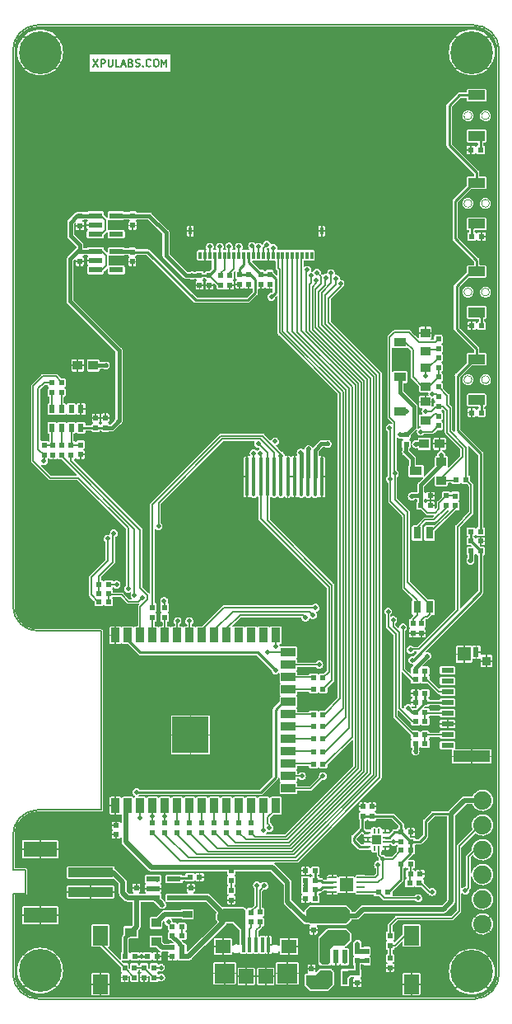
<source format=gtl>
%TF.GenerationSoftware,KiCad,Pcbnew,6.0.6-3a73a75311~116~ubuntu20.04.1*%
%TF.CreationDate,2022-08-17T13:19:53+08:00*%
%TF.ProjectId,Maple_Eye_Alef_V12,4d61706c-655f-4457-9965-5f416c65665f,rev?*%
%TF.SameCoordinates,Original*%
%TF.FileFunction,Copper,L1,Top*%
%TF.FilePolarity,Positive*%
%FSLAX46Y46*%
G04 Gerber Fmt 4.6, Leading zero omitted, Abs format (unit mm)*
G04 Created by KiCad (PCBNEW 6.0.6-3a73a75311~116~ubuntu20.04.1) date 2022-08-17 13:19:53*
%MOMM*%
%LPD*%
G01*
G04 APERTURE LIST*
G04 Aperture macros list*
%AMRoundRect*
0 Rectangle with rounded corners*
0 $1 Rounding radius*
0 $2 $3 $4 $5 $6 $7 $8 $9 X,Y pos of 4 corners*
0 Add a 4 corners polygon primitive as box body*
4,1,4,$2,$3,$4,$5,$6,$7,$8,$9,$2,$3,0*
0 Add four circle primitives for the rounded corners*
1,1,$1+$1,$2,$3*
1,1,$1+$1,$4,$5*
1,1,$1+$1,$6,$7*
1,1,$1+$1,$8,$9*
0 Add four rect primitives between the rounded corners*
20,1,$1+$1,$2,$3,$4,$5,0*
20,1,$1+$1,$4,$5,$6,$7,0*
20,1,$1+$1,$6,$7,$8,$9,0*
20,1,$1+$1,$8,$9,$2,$3,0*%
G04 Aperture macros list end*
%TA.AperFunction,Profile*%
%ADD10C,0.150000*%
%TD*%
%ADD11C,0.152400*%
%TA.AperFunction,NonConductor*%
%ADD12C,0.152400*%
%TD*%
%TA.AperFunction,Profile*%
%ADD13C,0.100000*%
%TD*%
%TA.AperFunction,SMDPad,CuDef*%
%ADD14R,0.600000X0.550000*%
%TD*%
%TA.AperFunction,SMDPad,CuDef*%
%ADD15R,0.550000X0.600000*%
%TD*%
%TA.AperFunction,SMDPad,CuDef*%
%ADD16R,1.450000X0.550000*%
%TD*%
%TA.AperFunction,SMDPad,CuDef*%
%ADD17R,1.450010X0.550012*%
%TD*%
%TA.AperFunction,SMDPad,CuDef*%
%ADD18R,0.500000X0.600000*%
%TD*%
%TA.AperFunction,ComponentPad*%
%ADD19C,0.700000*%
%TD*%
%TA.AperFunction,ComponentPad*%
%ADD20C,4.400000*%
%TD*%
%TA.AperFunction,SMDPad,CuDef*%
%ADD21R,0.550000X1.450000*%
%TD*%
%TA.AperFunction,SMDPad,CuDef*%
%ADD22R,0.550012X1.450010*%
%TD*%
%TA.AperFunction,SMDPad,CuDef*%
%ADD23RoundRect,0.250000X0.850000X-0.375000X0.850000X0.375000X-0.850000X0.375000X-0.850000X-0.375000X0*%
%TD*%
%TA.AperFunction,SMDPad,CuDef*%
%ADD24R,0.999998X0.914400*%
%TD*%
%TA.AperFunction,SMDPad,CuDef*%
%ADD25R,1.270000X0.914400*%
%TD*%
%TA.AperFunction,SMDPad,CuDef*%
%ADD26R,0.600000X0.500000*%
%TD*%
%TA.AperFunction,SMDPad,CuDef*%
%ADD27R,0.500000X0.280010*%
%TD*%
%TA.AperFunction,SMDPad,CuDef*%
%ADD28R,0.280010X0.500000*%
%TD*%
%TA.AperFunction,SMDPad,CuDef*%
%ADD29RoundRect,0.100000X0.100000X-1.900000X0.100000X1.900000X-0.100000X1.900000X-0.100000X-1.900000X0*%
%TD*%
%TA.AperFunction,SMDPad,CuDef*%
%ADD30R,0.759460X1.270000*%
%TD*%
%TA.AperFunction,SMDPad,CuDef*%
%ADD31RoundRect,0.062500X-0.325000X-0.062500X0.325000X-0.062500X0.325000X0.062500X-0.325000X0.062500X0*%
%TD*%
%TA.AperFunction,SMDPad,CuDef*%
%ADD32R,1.400000X1.400000*%
%TD*%
%TA.AperFunction,SMDPad,CuDef*%
%ADD33R,1.700000X1.000000*%
%TD*%
%TA.AperFunction,SMDPad,CuDef*%
%ADD34R,0.300000X0.800000*%
%TD*%
%TA.AperFunction,SMDPad,CuDef*%
%ADD35R,0.400000X0.800000*%
%TD*%
%TA.AperFunction,SMDPad,CuDef*%
%ADD36R,4.599991X1.000000*%
%TD*%
%TA.AperFunction,SMDPad,CuDef*%
%ADD37R,3.399993X1.600000*%
%TD*%
%TA.AperFunction,SMDPad,CuDef*%
%ADD38R,0.381000X1.524000*%
%TD*%
%TA.AperFunction,SMDPad,CuDef*%
%ADD39R,1.600000X1.397000*%
%TD*%
%TA.AperFunction,SMDPad,CuDef*%
%ADD40R,1.500000X1.500000*%
%TD*%
%TA.AperFunction,SMDPad,CuDef*%
%ADD41R,2.032000X2.032000*%
%TD*%
%TA.AperFunction,SMDPad,CuDef*%
%ADD42R,1.000000X0.950000*%
%TD*%
%TA.AperFunction,SMDPad,CuDef*%
%ADD43R,1.000000X0.700000*%
%TD*%
%TA.AperFunction,ComponentPad*%
%ADD44C,1.879600*%
%TD*%
%TA.AperFunction,SMDPad,CuDef*%
%ADD45R,1.500000X2.000000*%
%TD*%
%TA.AperFunction,SMDPad,CuDef*%
%ADD46R,3.800000X1.200000*%
%TD*%
%TA.AperFunction,SMDPad,CuDef*%
%ADD47R,1.400000X1.450000*%
%TD*%
%TA.AperFunction,SMDPad,CuDef*%
%ADD48R,0.600000X1.000000*%
%TD*%
%TA.AperFunction,SMDPad,CuDef*%
%ADD49R,0.850000X0.950000*%
%TD*%
%TA.AperFunction,SMDPad,CuDef*%
%ADD50R,1.250000X0.600000*%
%TD*%
%TA.AperFunction,SMDPad,CuDef*%
%ADD51R,0.600000X0.900000*%
%TD*%
%TA.AperFunction,SMDPad,CuDef*%
%ADD52R,0.899998X1.499997*%
%TD*%
%TA.AperFunction,SMDPad,CuDef*%
%ADD53R,1.499997X0.899998*%
%TD*%
%TA.AperFunction,SMDPad,CuDef*%
%ADD54R,3.699993X3.699993*%
%TD*%
%TA.AperFunction,ViaPad*%
%ADD55C,0.508000*%
%TD*%
%TA.AperFunction,Conductor*%
%ADD56C,0.152400*%
%TD*%
%TA.AperFunction,Conductor*%
%ADD57C,0.203200*%
%TD*%
%TA.AperFunction,Conductor*%
%ADD58C,0.254000*%
%TD*%
%TA.AperFunction,Conductor*%
%ADD59C,0.508000*%
%TD*%
%TA.AperFunction,Conductor*%
%ADD60C,0.381000*%
%TD*%
G04 APERTURE END LIST*
D10*
X217516861Y-150099994D02*
G75*
G03*
X219999992Y-147476295I-70261J2553394D01*
G01*
X172477803Y-50100089D02*
G75*
G03*
X169999990Y-52730310I76197J-2554011D01*
G01*
X172488739Y-130703189D02*
G75*
G03*
X169999990Y-133326905I67461J-2556211D01*
G01*
X171331992Y-136824593D02*
X171331992Y-139262993D01*
X169999995Y-147606600D02*
G75*
G03*
X172627800Y-150100005I2560605J67200D01*
G01*
X170000006Y-109815661D02*
G75*
G03*
X172628105Y-112313593I2562994J65061D01*
G01*
X219999992Y-147476295D02*
X219999992Y-52579731D01*
X179078992Y-112313593D02*
X179078992Y-130703193D01*
X179078992Y-112313593D02*
X172628105Y-112313593D01*
X220000000Y-52579731D02*
G75*
G03*
X217374090Y-50100001I-2552800J-73069D01*
G01*
X171331992Y-139262993D02*
X169999990Y-139262993D01*
X172477800Y-50100001D02*
X217374090Y-50100001D01*
X172627800Y-150100005D02*
X217516861Y-150100005D01*
X169999990Y-147606600D02*
X169999990Y-139262993D01*
X179078992Y-130703193D02*
X172488739Y-130703193D01*
X169999990Y-109815661D02*
X169999990Y-52730310D01*
X169999990Y-136824593D02*
X169999990Y-133326905D01*
X169999990Y-136824593D02*
X171331992Y-136824593D01*
D11*
D12*
X178267800Y-53609314D02*
X178775800Y-54371314D01*
X178775800Y-53609314D02*
X178267800Y-54371314D01*
X179066085Y-54371314D02*
X179066085Y-53609314D01*
X179356371Y-53609314D01*
X179428942Y-53645600D01*
X179465228Y-53681885D01*
X179501514Y-53754457D01*
X179501514Y-53863314D01*
X179465228Y-53935885D01*
X179428942Y-53972171D01*
X179356371Y-54008457D01*
X179066085Y-54008457D01*
X179828085Y-53609314D02*
X179828085Y-54226171D01*
X179864371Y-54298742D01*
X179900657Y-54335028D01*
X179973228Y-54371314D01*
X180118371Y-54371314D01*
X180190942Y-54335028D01*
X180227228Y-54298742D01*
X180263514Y-54226171D01*
X180263514Y-53609314D01*
X180989228Y-54371314D02*
X180626371Y-54371314D01*
X180626371Y-53609314D01*
X181206942Y-54153600D02*
X181569800Y-54153600D01*
X181134371Y-54371314D02*
X181388371Y-53609314D01*
X181642371Y-54371314D01*
X182150371Y-53972171D02*
X182259228Y-54008457D01*
X182295514Y-54044742D01*
X182331800Y-54117314D01*
X182331800Y-54226171D01*
X182295514Y-54298742D01*
X182259228Y-54335028D01*
X182186657Y-54371314D01*
X181896371Y-54371314D01*
X181896371Y-53609314D01*
X182150371Y-53609314D01*
X182222942Y-53645600D01*
X182259228Y-53681885D01*
X182295514Y-53754457D01*
X182295514Y-53827028D01*
X182259228Y-53899600D01*
X182222942Y-53935885D01*
X182150371Y-53972171D01*
X181896371Y-53972171D01*
X182622085Y-54335028D02*
X182730942Y-54371314D01*
X182912371Y-54371314D01*
X182984942Y-54335028D01*
X183021228Y-54298742D01*
X183057514Y-54226171D01*
X183057514Y-54153600D01*
X183021228Y-54081028D01*
X182984942Y-54044742D01*
X182912371Y-54008457D01*
X182767228Y-53972171D01*
X182694657Y-53935885D01*
X182658371Y-53899600D01*
X182622085Y-53827028D01*
X182622085Y-53754457D01*
X182658371Y-53681885D01*
X182694657Y-53645600D01*
X182767228Y-53609314D01*
X182948657Y-53609314D01*
X183057514Y-53645600D01*
X183384085Y-54298742D02*
X183420371Y-54335028D01*
X183384085Y-54371314D01*
X183347800Y-54335028D01*
X183384085Y-54298742D01*
X183384085Y-54371314D01*
X184182371Y-54298742D02*
X184146085Y-54335028D01*
X184037228Y-54371314D01*
X183964657Y-54371314D01*
X183855800Y-54335028D01*
X183783228Y-54262457D01*
X183746942Y-54189885D01*
X183710657Y-54044742D01*
X183710657Y-53935885D01*
X183746942Y-53790742D01*
X183783228Y-53718171D01*
X183855800Y-53645600D01*
X183964657Y-53609314D01*
X184037228Y-53609314D01*
X184146085Y-53645600D01*
X184182371Y-53681885D01*
X184654085Y-53609314D02*
X184799228Y-53609314D01*
X184871800Y-53645600D01*
X184944371Y-53718171D01*
X184980657Y-53863314D01*
X184980657Y-54117314D01*
X184944371Y-54262457D01*
X184871800Y-54335028D01*
X184799228Y-54371314D01*
X184654085Y-54371314D01*
X184581514Y-54335028D01*
X184508942Y-54262457D01*
X184472657Y-54117314D01*
X184472657Y-53863314D01*
X184508942Y-53718171D01*
X184581514Y-53645600D01*
X184654085Y-53609314D01*
X185307228Y-54371314D02*
X185307228Y-53609314D01*
X185561228Y-54153600D01*
X185815228Y-53609314D01*
X185815228Y-54371314D01*
D13*
%TO.C,MENU1*%
X218560203Y-77101985D02*
G75*
G03*
X218575051Y-77100779I40322J-404435D01*
G01*
X216760203Y-77101985D02*
G75*
G03*
X216775051Y-77100779I40322J-404435D01*
G01*
%TO.C,DOWN1*%
X216760203Y-68001985D02*
G75*
G03*
X216775051Y-68000779I40322J-404435D01*
G01*
X218560203Y-68001985D02*
G75*
G03*
X218575051Y-68000779I40322J-404435D01*
G01*
%TO.C,UP1*%
X218560203Y-59001985D02*
G75*
G03*
X218575051Y-59000779I40322J-404435D01*
G01*
X216760203Y-59001985D02*
G75*
G03*
X216775051Y-59000779I40322J-404435D01*
G01*
%TO.C,PLAY1*%
X216760203Y-86101985D02*
G75*
G03*
X216775051Y-86100779I40322J-404435D01*
G01*
X218560203Y-86101985D02*
G75*
G03*
X218575051Y-86100779I40322J-404435D01*
G01*
%TD*%
D14*
%TO.P,R51,1*%
%TO.N,/IO4*%
X209927800Y-133956600D03*
%TO.P,R51,2*%
%TO.N,+3V3*%
X210927802Y-133956600D03*
%TD*%
D15*
%TO.P,R6,1*%
%TO.N,/EN*%
X184500000Y-147900000D03*
%TO.P,R6,2*%
%TO.N,+3V3*%
X184500000Y-146899998D03*
%TD*%
D14*
%TO.P,R7,1*%
%TO.N,GND*%
X218200000Y-71800000D03*
%TO.P,R7,2*%
%TO.N,Net-(DOWN1-Pad1)*%
X217199998Y-71800000D03*
%TD*%
D16*
%TO.P,U4,1,VIN*%
%TO.N,+3V3*%
X178474604Y-69666987D03*
D17*
%TO.P,U4,2,GND*%
%TO.N,GND*%
X178474600Y-70617000D03*
%TO.P,U4,3,EN*%
%TO.N,+3V3*%
X178474600Y-71566985D03*
%TO.P,U4,4,NC*%
%TO.N,unconnected-(U4-Pad4)*%
X180624608Y-71566985D03*
%TO.P,U4,5,VOUT*%
%TO.N,+2V8*%
X180624608Y-69666989D03*
%TD*%
D15*
%TO.P,R49,1*%
%TO.N,+3V3*%
X174024400Y-86820000D03*
%TO.P,R49,2*%
%TO.N,Net-(R49-Pad2)*%
X174024400Y-87820002D03*
%TD*%
D18*
%TO.P,C19,1*%
%TO.N,+3V3*%
X176869200Y-73383400D03*
%TO.P,C19,2*%
%TO.N,GND*%
X176869200Y-74383402D03*
%TD*%
D15*
%TO.P,R61,1*%
%TO.N,/I2S_SDO*%
X176945400Y-93203398D03*
%TO.P,R61,2*%
%TO.N,GND*%
X176945400Y-94203400D03*
%TD*%
D19*
%TO.P,H4,1,1*%
%TO.N,GND*%
X216033274Y-54066726D03*
X218366726Y-51733274D03*
X218366726Y-54066726D03*
X217200000Y-51250000D03*
X216033274Y-51733274D03*
D20*
X217200000Y-52900000D03*
D19*
X218850000Y-52900000D03*
X215550000Y-52900000D03*
X217200000Y-54550000D03*
%TD*%
D21*
%TO.P,U8,1,EN*%
%TO.N,VSYS*%
X204137813Y-145766604D03*
D22*
%TO.P,U8,2,GND*%
%TO.N,GND*%
X203187800Y-145766600D03*
%TO.P,U8,3,SW*%
%TO.N,Net-(L1-Pad1)*%
X202237815Y-145766600D03*
%TO.P,U8,4,VIN*%
%TO.N,VSYS*%
X202237815Y-147916608D03*
%TO.P,U8,5,FB/OUT*%
%TO.N,Net-(C30-Pad2)*%
X204137811Y-147916608D03*
%TD*%
D23*
%TO.P,L1,1,1*%
%TO.N,Net-(L1-Pad1)*%
X203207800Y-143771600D03*
%TO.P,L1,2,2*%
%TO.N,+3V3*%
X203207800Y-141621600D03*
%TD*%
D15*
%TO.P,R50,1*%
%TO.N,/IO42*%
X174989600Y-86820000D03*
%TO.P,R50,2*%
%TO.N,/I2S_WS*%
X174989600Y-87820002D03*
%TD*%
D14*
%TO.P,R27,1*%
%TO.N,/IO21*%
X200900000Y-118300000D03*
%TO.P,R27,2*%
%TO.N,/LCD_SCLK*%
X201900002Y-118300000D03*
%TD*%
%TO.P,R1,1*%
%TO.N,GND*%
X217200000Y-81000000D03*
%TO.P,R1,2*%
%TO.N,Net-(MENU1-Pad1)*%
X218200002Y-81000000D03*
%TD*%
%TO.P,R44,1*%
%TO.N,/DVP_Y5*%
X201900000Y-124700000D03*
%TO.P,R44,2*%
%TO.N,/IO10*%
X200899998Y-124700000D03*
%TD*%
%TO.P,R17,1*%
%TO.N,/IO1*%
X218100000Y-104100000D03*
%TO.P,R17,2*%
%TO.N,+3V3*%
X217099998Y-104100000D03*
%TD*%
D18*
%TO.P,C20,1*%
%TO.N,+2V8*%
X190200000Y-75800000D03*
%TO.P,C20,2*%
%TO.N,GND*%
X190200000Y-76800002D03*
%TD*%
%TO.P,C30,1*%
%TO.N,+3V3*%
X206407800Y-145196600D03*
%TO.P,C30,2*%
%TO.N,Net-(C30-Pad2)*%
X206407800Y-146196602D03*
%TD*%
D24*
%TO.P,Q1,1,G*%
%TO.N,Net-(Q1-Pad1)*%
X184725298Y-144196611D03*
%TO.P,Q1,2,S*%
%TO.N,VSYS*%
X184725298Y-142296615D03*
D25*
%TO.P,Q1,3,D*%
%TO.N,VBAT*%
X182125303Y-143246600D03*
%TD*%
D19*
%TO.P,H2,1,1*%
%TO.N,GND*%
X217200000Y-145650000D03*
X218366726Y-148466726D03*
X216033274Y-148466726D03*
X215550000Y-147300000D03*
X218850000Y-147300000D03*
D20*
X217200000Y-147300000D03*
D19*
X218366726Y-146133274D03*
X217200000Y-148950000D03*
X216033274Y-146133274D03*
%TD*%
D24*
%TO.P,Q3,1,G*%
%TO.N,/LCDB_BL*%
X212425298Y-87196611D03*
%TO.P,Q3,2,S*%
%TO.N,+3V3*%
X212425298Y-85296615D03*
D25*
%TO.P,Q3,3,D*%
%TO.N,/LED_A_B*%
X209825303Y-86246600D03*
%TD*%
D26*
%TO.P,C24,1*%
%TO.N,+3V3*%
X212400000Y-118705400D03*
%TO.P,C24,2*%
%TO.N,GND*%
X211399998Y-118705400D03*
%TD*%
D14*
%TO.P,R28,1*%
%TO.N,/IO47*%
X200900000Y-117100000D03*
%TO.P,R28,2*%
%TO.N,/LCD_SDA*%
X201900002Y-117100000D03*
%TD*%
D15*
%TO.P,R34,1*%
%TO.N,/I2C_SCL*%
X185642108Y-133000002D03*
%TO.P,R34,2*%
%TO.N,/IO5*%
X185642108Y-132000000D03*
%TD*%
D27*
%TO.P,U7,1,AD0*%
%TO.N,GND*%
X208282753Y-134506611D03*
%TO.P,U7,2,SDX*%
%TO.N,/IO4*%
X208282753Y-134006612D03*
%TO.P,U7,3,VDDIO*%
%TO.N,+3V3*%
X208282753Y-133506588D03*
%TO.P,U7,4,RESV1*%
%TO.N,GND*%
X208282753Y-133006589D03*
D28*
%TO.P,U7,5,INT1*%
%TO.N,unconnected-(U7-Pad5)*%
X207657812Y-132881570D03*
%TO.P,U7,6,INT2*%
%TO.N,unconnected-(U7-Pad6)*%
X207157787Y-132881570D03*
D27*
%TO.P,U7,7,VDD*%
%TO.N,+3V3*%
X206532846Y-133006589D03*
%TO.P,U7,8,GNDIO*%
%TO.N,GND*%
X206532846Y-133506588D03*
%TO.P,U7,9,GND*%
X206532846Y-134006612D03*
%TO.P,U7,10,SENB*%
%TO.N,+3V3*%
X206532846Y-134506611D03*
D28*
%TO.P,U7,11,RESV2*%
%TO.N,unconnected-(U7-Pad11)*%
X207157787Y-134631630D03*
%TO.P,U7,12,SCL*%
%TO.N,/IO5*%
X207657812Y-134631630D03*
%TD*%
D18*
%TO.P,C13,1*%
%TO.N,+1V5*%
X193328400Y-75745600D03*
%TO.P,C13,2*%
%TO.N,GND*%
X193328400Y-76745602D03*
%TD*%
D14*
%TO.P,R41,1*%
%TO.N,/DVP_PCLK*%
X201900000Y-120900000D03*
%TO.P,R41,2*%
%TO.N,/IO13*%
X200899998Y-120900000D03*
%TD*%
%TO.P,R53,1*%
%TO.N,/IO39*%
X211400000Y-121600000D03*
%TO.P,R53,2*%
%TO.N,/SD_CLK*%
X212400002Y-121600000D03*
%TD*%
D15*
%TO.P,R60,1*%
%TO.N,/I2S_SCK*%
X175015000Y-93238200D03*
%TO.P,R60,2*%
%TO.N,/IO41*%
X175015000Y-94238202D03*
%TD*%
D18*
%TO.P,C26,1*%
%TO.N,+3V3*%
X206027800Y-131356600D03*
%TO.P,C26,2*%
%TO.N,GND*%
X206027800Y-130356598D03*
%TD*%
D16*
%TO.P,U2,1,CHRG*%
%TO.N,Net-(D1-Pad1)*%
X184426200Y-137810202D03*
D17*
%TO.P,U2,2,GND*%
%TO.N,GND*%
X184426196Y-138760215D03*
%TO.P,U2,3,BAT*%
%TO.N,VBAT*%
X184426196Y-139710200D03*
%TO.P,U2,4,VCC*%
%TO.N,VBUS*%
X186576204Y-139710200D03*
%TO.P,U2,5,PROG*%
%TO.N,Net-(R13-Pad1)*%
X186576204Y-137810204D03*
%TD*%
D15*
%TO.P,R9,1*%
%TO.N,/UD-*%
X194511000Y-142217402D03*
%TO.P,R9,2*%
%TO.N,/IO19*%
X194511000Y-141217400D03*
%TD*%
D26*
%TO.P,C11,1*%
%TO.N,+3V3*%
X211954600Y-99435800D03*
%TO.P,C11,2*%
%TO.N,GND*%
X212954602Y-99435800D03*
%TD*%
D29*
%TO.P,J5,1*%
%TO.N,GND*%
X201770000Y-96480000D03*
%TO.P,J5,2*%
%TO.N,/LED_K*%
X201070000Y-96480000D03*
%TO.P,J5,3*%
%TO.N,/LED_A*%
X200370000Y-96480000D03*
%TO.P,J5,4*%
%TO.N,+3V3*%
X199670000Y-96480000D03*
%TO.P,J5,5*%
%TO.N,GND*%
X198970000Y-96480000D03*
%TO.P,J5,6*%
X198270000Y-96480000D03*
%TO.P,J5,7*%
%TO.N,/LCD_DC*%
X197570000Y-96480000D03*
%TO.P,J5,8*%
%TO.N,Net-(J5-Pad8)*%
X196870000Y-96480000D03*
%TO.P,J5,9*%
%TO.N,/LCD_SCLK*%
X196170000Y-96480000D03*
%TO.P,J5,10*%
%TO.N,/LCD_SDA*%
X195470000Y-96480000D03*
%TO.P,J5,11*%
%TO.N,/LCD_BL*%
X194770000Y-96480000D03*
%TO.P,J5,12*%
%TO.N,GND*%
X194070000Y-96480000D03*
%TD*%
D15*
%TO.P,R38,1*%
%TO.N,/XMCLK*%
X189400000Y-133000000D03*
%TO.P,R38,2*%
%TO.N,/IO15*%
X189400000Y-131999998D03*
%TD*%
D30*
%TO.P,SW1,1*%
%TO.N,/LCD_BL*%
X211572800Y-109866600D03*
%TO.P,SW1,2*%
%TO.N,/LCD_BL_B*%
X212842800Y-109866600D03*
%TO.P,SW1,3*%
%TO.N,/LCD_RST2*%
X212842800Y-102246600D03*
%TO.P,SW1,4*%
%TO.N,/LCD_RST1*%
X211572800Y-102246600D03*
%TD*%
D15*
%TO.P,R18,1*%
%TO.N,Net-(D2-Pad2)*%
X192457800Y-137946600D03*
%TO.P,R18,2*%
%TO.N,+3V3*%
X192457800Y-136946598D03*
%TD*%
D14*
%TO.P,R52,1*%
%TO.N,/IO38*%
X211400000Y-117300000D03*
%TO.P,R52,2*%
%TO.N,/SD_CMD*%
X212400002Y-117300000D03*
%TD*%
D31*
%TO.P,U3,1,CTG*%
%TO.N,GND*%
X202845300Y-137646600D03*
%TO.P,U3,2,CELL*%
%TO.N,Net-(C32-Pad1)*%
X202845300Y-138146600D03*
%TO.P,U3,3,VDD*%
%TO.N,Net-(C31-Pad1)*%
X202845300Y-138646600D03*
%TO.P,U3,4,GND*%
%TO.N,GND*%
X202845300Y-139146600D03*
%TO.P,U3,5,#ALRT*%
%TO.N,/IO46*%
X205770300Y-139146600D03*
%TO.P,U3,6,QSTRT*%
%TO.N,unconnected-(U3-Pad6)*%
X205770300Y-138646600D03*
%TO.P,U3,7,SCL*%
%TO.N,/IO5*%
X205770300Y-138146600D03*
%TO.P,U3,8,SDA*%
%TO.N,/IO4*%
X205770300Y-137646600D03*
D32*
%TO.P,U3,9,EP*%
%TO.N,GND*%
X204307800Y-138396600D03*
%TD*%
D18*
%TO.P,C12,1*%
%TO.N,+3V3*%
X200907800Y-142046600D03*
%TO.P,C12,2*%
%TO.N,GND*%
X200907800Y-143046602D03*
%TD*%
%TO.P,C18,1*%
%TO.N,+3V3*%
X176875004Y-69699985D03*
%TO.P,C18,2*%
%TO.N,GND*%
X176875004Y-70699987D03*
%TD*%
D15*
%TO.P,R62,1*%
%TO.N,Net-(R62-Pad1)*%
X173211600Y-93238200D03*
%TO.P,R62,2*%
%TO.N,+3V3*%
X173211600Y-94238202D03*
%TD*%
D19*
%TO.P,H3,1,1*%
%TO.N,GND*%
X173966726Y-51733274D03*
D20*
X172800000Y-52900000D03*
D19*
X172800000Y-51250000D03*
X171633274Y-54066726D03*
X174450000Y-52900000D03*
X172800000Y-54550000D03*
X171150000Y-52900000D03*
X173966726Y-54066726D03*
X171633274Y-51733274D03*
%TD*%
D15*
%TO.P,R47,1*%
%TO.N,/LCD_BL*%
X211137800Y-111556600D03*
%TO.P,R47,2*%
%TO.N,GND*%
X211137800Y-112556602D03*
%TD*%
D14*
%TO.P,R5,1*%
%TO.N,VBUS*%
X186400000Y-143600000D03*
%TO.P,R5,2*%
%TO.N,Net-(D1-Pad2)*%
X187400002Y-143600000D03*
%TD*%
%TO.P,R54,1*%
%TO.N,/IO40*%
X211400000Y-123000000D03*
%TO.P,R54,2*%
%TO.N,/SD_DAT*%
X212400002Y-123000000D03*
%TD*%
%TO.P,R32,1*%
%TO.N,/LCD_CS*%
X179833000Y-108478200D03*
%TO.P,R32,2*%
%TO.N,Net-(J6-Pad8)*%
X178832998Y-108478200D03*
%TD*%
D18*
%TO.P,C29,1*%
%TO.N,+3V3*%
X179487800Y-91431800D03*
%TO.P,C29,2*%
%TO.N,GND*%
X179487800Y-90431798D03*
%TD*%
D15*
%TO.P,R64,1*%
%TO.N,/LCDB_BL*%
X213757800Y-86246600D03*
%TO.P,R64,2*%
%TO.N,/IO48*%
X213757800Y-87246602D03*
%TD*%
D14*
%TO.P,R69,1*%
%TO.N,VBAT*%
X200088000Y-138896600D03*
%TO.P,R69,2*%
%TO.N,Net-(C31-Pad1)*%
X201088002Y-138896600D03*
%TD*%
%TO.P,R23,1*%
%TO.N,/LCDT_BL*%
X215600000Y-96800000D03*
%TO.P,R23,2*%
%TO.N,/IO48*%
X216600002Y-96800000D03*
%TD*%
D33*
%TO.P,MENU1,1,1*%
%TO.N,Net-(MENU1-Pad1)*%
X217700000Y-79600000D03*
%TO.P,MENU1,2,2*%
%TO.N,Net-(DOWN1-Pad2)*%
X217700000Y-75400000D03*
%TD*%
D26*
%TO.P,D4,1,K*%
%TO.N,GND*%
X211887802Y-137281800D03*
%TO.P,D4,2,A*%
%TO.N,Net-(D4-Pad2)*%
X210887800Y-137281800D03*
%TD*%
D14*
%TO.P,R10,1*%
%TO.N,GND*%
X217100000Y-62900000D03*
%TO.P,R10,2*%
%TO.N,Net-(R10-Pad2)*%
X218100002Y-62900000D03*
%TD*%
D34*
%TO.P,J4,1,1*%
%TO.N,unconnected-(J4-Pad1)*%
X189250000Y-73750000D03*
%TO.P,J4,2,2*%
%TO.N,GND*%
X189750000Y-73750000D03*
%TO.P,J4,3,3*%
%TO.N,/I2C_SDA*%
X190250000Y-73750000D03*
%TO.P,J4,4,4*%
%TO.N,+2V8*%
X190750000Y-73750000D03*
%TO.P,J4,5,5*%
%TO.N,/I2C_SCL*%
X191250000Y-73750000D03*
%TO.P,J4,6,6*%
%TO.N,/CAM_RESET*%
X191750000Y-73750000D03*
%TO.P,J4,7,7*%
%TO.N,/DVP_VSYNC*%
X192250000Y-73750000D03*
%TO.P,J4,8,8*%
%TO.N,/CAM_PWDN*%
X192750000Y-73750000D03*
%TO.P,J4,9,9*%
%TO.N,/DVP_HREF*%
X193250000Y-73750000D03*
%TO.P,J4,10,10*%
%TO.N,+1V5*%
X193750000Y-73750000D03*
%TO.P,J4,11,11*%
%TO.N,+2V8*%
X194250000Y-73750000D03*
%TO.P,J4,12,12*%
%TO.N,/DVP_Y9*%
X194750000Y-73750000D03*
%TO.P,J4,13,13*%
%TO.N,/XMCLK*%
X195250000Y-73750000D03*
%TO.P,J4,14,14*%
%TO.N,/DVP_Y8*%
X195750000Y-73750000D03*
%TO.P,J4,15,15*%
%TO.N,GND*%
X196250000Y-73750000D03*
%TO.P,J4,16,16*%
%TO.N,/DVP_Y7*%
X196750000Y-73750000D03*
%TO.P,J4,17,17*%
%TO.N,/DVP_PCLK*%
X197250000Y-73750000D03*
%TO.P,J4,18,18*%
%TO.N,/DVP_Y6*%
X197750000Y-73750000D03*
%TO.P,J4,19,19*%
%TO.N,/DVP_Y2*%
X198250000Y-73750000D03*
%TO.P,J4,20,20*%
%TO.N,/DVP_Y5*%
X198750000Y-73750000D03*
%TO.P,J4,21,21*%
%TO.N,/DVP_Y3*%
X199250000Y-73750000D03*
%TO.P,J4,22,22*%
%TO.N,/DVP_Y4*%
X199750000Y-73750000D03*
%TO.P,J4,23,23*%
%TO.N,unconnected-(J4-Pad23)*%
X200250000Y-73750000D03*
%TO.P,J4,24,24*%
%TO.N,unconnected-(J4-Pad24)*%
X200750000Y-73750000D03*
D35*
%TO.P,J4,M1,M1*%
%TO.N,GND*%
X201750000Y-71250000D03*
%TO.P,J4,M2,M2*%
X188250000Y-71250000D03*
%TD*%
D15*
%TO.P,R2,1*%
%TO.N,Net-(BOOT1-Pad2)*%
X208800000Y-144600000D03*
%TO.P,R2,2*%
%TO.N,/IO0*%
X208800000Y-143599998D03*
%TD*%
D36*
%TO.P,J2,1*%
%TO.N,GND*%
X178003793Y-139119998D03*
%TO.P,J2,2*%
%TO.N,VBAT*%
X178003793Y-137120002D03*
D37*
%TO.P,J2,M1*%
%TO.N,GND*%
X172803803Y-141520044D03*
%TO.P,J2,M2*%
X172803803Y-134719956D03*
%TD*%
D24*
%TO.P,Q5,1,B*%
%TO.N,Net-(Q5-Pad1)*%
X212425298Y-83596611D03*
%TO.P,Q5,2,E*%
%TO.N,GND*%
X212425298Y-81696615D03*
D25*
%TO.P,Q5,3,C*%
%TO.N,/LCDB_BL*%
X209825303Y-82646600D03*
%TD*%
D26*
%TO.P,C23,1*%
%TO.N,+3V3*%
X209927800Y-132956600D03*
%TO.P,C23,2*%
%TO.N,GND*%
X210927802Y-132956600D03*
%TD*%
D38*
%TO.P,J1,1,VBUS*%
%TO.N,VBUS*%
X193700003Y-144549987D03*
%TO.P,J1,2,D-*%
%TO.N,/UD-*%
X194349989Y-144549987D03*
%TO.P,J1,3,D+*%
%TO.N,/UD+*%
X195000000Y-144549987D03*
%TO.P,J1,4,ID*%
%TO.N,unconnected-(J1-Pad4)*%
X195650011Y-144549987D03*
%TO.P,J1,5,GND*%
%TO.N,GND*%
X196299997Y-144549987D03*
D39*
%TO.P,J1,6,Shield*%
X191600007Y-144726999D03*
D40*
X195999998Y-147799993D03*
D41*
X191774200Y-147475000D03*
D39*
X198399993Y-144726999D03*
D40*
X194000002Y-147799993D03*
D41*
X198225800Y-147475000D03*
%TD*%
D26*
%TO.P,C25,1*%
%TO.N,+3V3*%
X212400000Y-119645200D03*
%TO.P,C25,2*%
%TO.N,GND*%
X211399998Y-119645200D03*
%TD*%
D18*
%TO.P,C1,1*%
%TO.N,GND*%
X208800000Y-146900000D03*
%TO.P,C1,2*%
%TO.N,Net-(BOOT1-Pad2)*%
X208800000Y-145899998D03*
%TD*%
D15*
%TO.P,R63,1*%
%TO.N,Net-(R62-Pad1)*%
X174126000Y-93220800D03*
%TO.P,R63,2*%
%TO.N,GND*%
X174126000Y-94220802D03*
%TD*%
D42*
%TO.P,R21,1*%
%TO.N,/LED_K*%
X212300000Y-93100000D03*
%TO.P,R21,2*%
%TO.N,GND*%
X213899998Y-93100000D03*
%TD*%
D15*
%TO.P,R48,1*%
%TO.N,/LCD_BL_B*%
X212007800Y-111556600D03*
%TO.P,R48,2*%
%TO.N,GND*%
X212007800Y-112556602D03*
%TD*%
D24*
%TO.P,Q2,1,G*%
%TO.N,/LCDT_BL*%
X214067498Y-96850011D03*
%TO.P,Q2,2,S*%
%TO.N,+3V3*%
X214067498Y-94950015D03*
D25*
%TO.P,Q2,3,D*%
%TO.N,/LED_A*%
X211467503Y-95900000D03*
%TD*%
D26*
%TO.P,C8,1*%
%TO.N,/IO1*%
X217100000Y-103100000D03*
%TO.P,C8,2*%
%TO.N,GND*%
X218100002Y-103100000D03*
%TD*%
D18*
%TO.P,C7,1*%
%TO.N,VBUS*%
X188300000Y-139700000D03*
%TO.P,C7,2*%
%TO.N,GND*%
X188300000Y-138699998D03*
%TD*%
D15*
%TO.P,R24,1*%
%TO.N,+2V8*%
X191400000Y-76800000D03*
%TO.P,R24,2*%
%TO.N,/CAM_RESET*%
X191400000Y-75799998D03*
%TD*%
D14*
%TO.P,R45,1*%
%TO.N,/DVP_Y3*%
X201900000Y-126000000D03*
%TO.P,R45,2*%
%TO.N,/IO9*%
X200899998Y-126000000D03*
%TD*%
D15*
%TO.P,R3,1*%
%TO.N,Net-(C2-Pad2)*%
X182500000Y-147900000D03*
%TO.P,R3,2*%
%TO.N,/EN*%
X182500000Y-146899998D03*
%TD*%
D14*
%TO.P,R13,1*%
%TO.N,Net-(R13-Pad1)*%
X188200000Y-137600000D03*
%TO.P,R13,2*%
%TO.N,GND*%
X189200002Y-137600000D03*
%TD*%
%TO.P,R12,1*%
%TO.N,GND*%
X186407800Y-145746600D03*
%TO.P,R12,2*%
%TO.N,VBUS*%
X187407802Y-145746600D03*
%TD*%
D43*
%TO.P,D3,1,K*%
%TO.N,VSYS*%
X187950000Y-141400000D03*
%TO.P,D3,2,A*%
%TO.N,VBUS*%
X191650000Y-141400000D03*
%TD*%
D18*
%TO.P,C16,1*%
%TO.N,+2V8*%
X196400000Y-75700000D03*
%TO.P,C16,2*%
%TO.N,GND*%
X196400000Y-76700002D03*
%TD*%
D33*
%TO.P,DOWN1,1,1*%
%TO.N,Net-(DOWN1-Pad1)*%
X217700000Y-70500000D03*
%TO.P,DOWN1,2,2*%
%TO.N,Net-(DOWN1-Pad2)*%
X217700000Y-66300000D03*
%TD*%
D18*
%TO.P,C17,1*%
%TO.N,+2V8*%
X189200000Y-75800000D03*
%TO.P,C17,2*%
%TO.N,GND*%
X189200000Y-76800002D03*
%TD*%
D15*
%TO.P,R72,1*%
%TO.N,Net-(C30-Pad2)*%
X205407800Y-146196600D03*
%TO.P,R72,2*%
%TO.N,+3V3*%
X205407800Y-145196598D03*
%TD*%
D26*
%TO.P,C31,1*%
%TO.N,Net-(C31-Pad1)*%
X201088000Y-139846600D03*
%TO.P,C31,2*%
%TO.N,GND*%
X200087998Y-139846600D03*
%TD*%
D15*
%TO.P,R73,1*%
%TO.N,GND*%
X205407800Y-148446600D03*
%TO.P,R73,2*%
%TO.N,Net-(C30-Pad2)*%
X205407800Y-147446598D03*
%TD*%
%TO.P,R8,1*%
%TO.N,/UD+*%
X195400000Y-142200000D03*
%TO.P,R8,2*%
%TO.N,/IO20*%
X195400000Y-141199998D03*
%TD*%
%TO.P,R77,1*%
%TO.N,/LCD_BL_B*%
X213757800Y-82346600D03*
%TO.P,R77,2*%
%TO.N,Net-(Q5-Pad1)*%
X213757800Y-83346602D03*
%TD*%
D18*
%TO.P,C9,1*%
%TO.N,VSYS*%
X200707800Y-147996600D03*
%TO.P,C9,2*%
%TO.N,GND*%
X200707800Y-146996598D03*
%TD*%
D15*
%TO.P,R36,1*%
%TO.N,/DVP_HREF*%
X188142108Y-133000000D03*
%TO.P,R36,2*%
%TO.N,/IO7*%
X188142108Y-131999998D03*
%TD*%
D14*
%TO.P,R19,1*%
%TO.N,/IO14*%
X182550800Y-145740000D03*
%TO.P,R19,2*%
%TO.N,VBAT*%
X181550798Y-145740000D03*
%TD*%
D18*
%TO.P,C27,1*%
%TO.N,+3V3*%
X206927800Y-131356600D03*
%TO.P,C27,2*%
%TO.N,GND*%
X206927800Y-130356598D03*
%TD*%
D26*
%TO.P,C10,1*%
%TO.N,+3V3*%
X211954600Y-98435800D03*
%TO.P,C10,2*%
%TO.N,GND*%
X212954602Y-98435800D03*
%TD*%
D18*
%TO.P,C4,1*%
%TO.N,VBAT*%
X182700000Y-139700000D03*
%TO.P,C4,2*%
%TO.N,GND*%
X182700000Y-138699998D03*
%TD*%
%TO.P,C15,1*%
%TO.N,+1V5*%
X194242800Y-75720200D03*
%TO.P,C15,2*%
%TO.N,GND*%
X194242800Y-76720202D03*
%TD*%
D26*
%TO.P,D1,1,K*%
%TO.N,Net-(D1-Pad1)*%
X186399998Y-142700000D03*
%TO.P,D1,2,A*%
%TO.N,Net-(D1-Pad2)*%
X187400000Y-142700000D03*
%TD*%
D44*
%TO.P,J3,1*%
%TO.N,+3V3*%
X218300000Y-129700000D03*
%TO.P,J3,2*%
%TO.N,/IO0*%
X218300000Y-132240000D03*
%TO.P,J3,3*%
%TO.N,/IO3*%
X218300000Y-134780000D03*
%TO.P,J3,4*%
%TO.N,/IO45*%
X218300000Y-137320000D03*
%TO.P,J3,5*%
%TO.N,/IO46*%
X218300000Y-139860000D03*
%TO.P,J3,6*%
%TO.N,GND*%
X218300000Y-142400000D03*
%TD*%
D15*
%TO.P,R35,1*%
%TO.N,/DVP_VSYNC*%
X186842108Y-133000000D03*
%TO.P,R35,2*%
%TO.N,/IO6*%
X186842108Y-131999998D03*
%TD*%
D18*
%TO.P,C21,1*%
%TO.N,+2V8*%
X182318204Y-69677185D03*
%TO.P,C21,2*%
%TO.N,GND*%
X182318204Y-70677187D03*
%TD*%
D14*
%TO.P,R14,1*%
%TO.N,VBUS*%
X187407800Y-144846600D03*
%TO.P,R14,2*%
%TO.N,Net-(Q1-Pad1)*%
X186407798Y-144846600D03*
%TD*%
D45*
%TO.P,EN1,1,1*%
%TO.N,GND*%
X179000000Y-148600000D03*
%TO.P,EN1,2,2*%
%TO.N,Net-(C2-Pad2)*%
X179000000Y-143600000D03*
%TD*%
D18*
%TO.P,C22,1*%
%TO.N,+1V5*%
X182275004Y-73399985D03*
%TO.P,C22,2*%
%TO.N,GND*%
X182275004Y-74399987D03*
%TD*%
D19*
%TO.P,H1,1,1*%
%TO.N,GND*%
X173966726Y-146033274D03*
X172800000Y-148850000D03*
X171633274Y-148366726D03*
X172800000Y-145550000D03*
X174450000Y-147200000D03*
X171150000Y-147200000D03*
X173966726Y-148366726D03*
X171633274Y-146033274D03*
D20*
X172800000Y-147200000D03*
%TD*%
D15*
%TO.P,R30,1*%
%TO.N,+3V3*%
X215507800Y-98456600D03*
%TO.P,R30,2*%
%TO.N,/LCD_RST2*%
X215507800Y-99456602D03*
%TD*%
D33*
%TO.P,UP1,1,1*%
%TO.N,Net-(R10-Pad2)*%
X217700000Y-61500000D03*
%TO.P,UP1,2,2*%
%TO.N,Net-(DOWN1-Pad2)*%
X217700000Y-57300000D03*
%TD*%
D45*
%TO.P,BOOT1,1,1*%
%TO.N,GND*%
X211000000Y-148600000D03*
%TO.P,BOOT1,2,2*%
%TO.N,Net-(BOOT1-Pad2)*%
X211000000Y-143600000D03*
%TD*%
D26*
%TO.P,C32,1*%
%TO.N,Net-(C32-Pad1)*%
X201088000Y-136946600D03*
%TO.P,C32,2*%
%TO.N,GND*%
X200087998Y-136946600D03*
%TD*%
D14*
%TO.P,R68,1*%
%TO.N,VBAT*%
X200088000Y-137946600D03*
%TO.P,R68,2*%
%TO.N,Net-(C32-Pad1)*%
X201088002Y-137946600D03*
%TD*%
D18*
%TO.P,C3,1*%
%TO.N,/EN*%
X183500000Y-146900000D03*
%TO.P,C3,2*%
%TO.N,GND*%
X183500000Y-147900002D03*
%TD*%
%TO.P,D2,1,K*%
%TO.N,GND*%
X192457800Y-139946602D03*
%TO.P,D2,2,A*%
%TO.N,Net-(D2-Pad2)*%
X192457800Y-138946600D03*
%TD*%
D14*
%TO.P,R56,1*%
%TO.N,/SD_DAT*%
X212400000Y-123900000D03*
%TO.P,R56,2*%
%TO.N,+3V3*%
X211399998Y-123900000D03*
%TD*%
D15*
%TO.P,R76,1*%
%TO.N,/LCD_BL*%
X213757800Y-91246600D03*
%TO.P,R76,2*%
%TO.N,Net-(Q4-Pad1)*%
X213757800Y-90246598D03*
%TD*%
D24*
%TO.P,Q4,1,B*%
%TO.N,Net-(Q4-Pad1)*%
X212425298Y-90696611D03*
%TO.P,Q4,2,E*%
%TO.N,GND*%
X212425298Y-88796615D03*
D25*
%TO.P,Q4,3,C*%
%TO.N,/LCDT_BL*%
X209825303Y-89746600D03*
%TD*%
D15*
%TO.P,R46,1*%
%TO.N,/DVP_Y4*%
X194500000Y-133000000D03*
%TO.P,R46,2*%
%TO.N,/IO8*%
X194500000Y-131999998D03*
%TD*%
D26*
%TO.P,C5,1*%
%TO.N,+3V3*%
X181600000Y-132300000D03*
%TO.P,C5,2*%
%TO.N,GND*%
X180599998Y-132300000D03*
%TD*%
D14*
%TO.P,R70,1*%
%TO.N,+3V3*%
X208588000Y-139146600D03*
%TO.P,R70,2*%
%TO.N,/IO46*%
X207587998Y-139146600D03*
%TD*%
D46*
%TO.P,J7,G1,GND*%
%TO.N,GND*%
X217200000Y-125200000D03*
D47*
%TO.P,J7,G2,GND*%
X216400000Y-114700000D03*
D48*
%TO.P,J7,G3,POL*%
X217650000Y-114500000D03*
D49*
%TO.P,J7,G4,DET*%
X218700000Y-115400000D03*
D50*
%TO.P,J7,P1,DAT2*%
%TO.N,unconnected-(J7-PadP1)*%
X214700000Y-116350000D03*
%TO.P,J7,P2,CD/DAT3*%
%TO.N,unconnected-(J7-PadP2)*%
X214700000Y-117450000D03*
%TO.P,J7,P3,CMD*%
%TO.N,/SD_CMD*%
X214700000Y-118550000D03*
%TO.P,J7,P4,VDD*%
%TO.N,+3V3*%
X214700000Y-119650000D03*
%TO.P,J7,P5,CLK*%
%TO.N,/SD_CLK*%
X214700000Y-120750000D03*
%TO.P,J7,P6,VSS*%
%TO.N,GND*%
X214700000Y-121850000D03*
%TO.P,J7,P7,DAT0*%
%TO.N,/SD_DAT*%
X214700000Y-122950000D03*
%TO.P,J7,P8,DAT1*%
%TO.N,unconnected-(J7-PadP8)*%
X214700000Y-124050000D03*
%TD*%
D15*
%TO.P,R26,1*%
%TO.N,/IO44*%
X185600000Y-110900000D03*
%TO.P,R26,2*%
%TO.N,/LCD_CS*%
X185600000Y-109899998D03*
%TD*%
D14*
%TO.P,R66,1*%
%TO.N,Net-(J6-Pad8)*%
X178832998Y-107546600D03*
%TO.P,R66,2*%
%TO.N,/IO45*%
X179833000Y-107546600D03*
%TD*%
D15*
%TO.P,R22,1*%
%TO.N,GND*%
X192287000Y-76796400D03*
%TO.P,R22,2*%
%TO.N,/CAM_PWDN*%
X192287000Y-75796398D03*
%TD*%
D14*
%TO.P,R58,1*%
%TO.N,/SD_CMD*%
X212400000Y-116400000D03*
%TO.P,R58,2*%
%TO.N,+3V3*%
X211399998Y-116400000D03*
%TD*%
D42*
%TO.P,R67,1*%
%TO.N,/LED_K_B*%
X178257800Y-85046600D03*
%TO.P,R67,2*%
%TO.N,GND*%
X176657802Y-85046600D03*
%TD*%
D18*
%TO.P,C2,1*%
%TO.N,GND*%
X181500000Y-147900000D03*
%TO.P,C2,2*%
%TO.N,Net-(C2-Pad2)*%
X181500000Y-146899998D03*
%TD*%
D15*
%TO.P,R37,1*%
%TO.N,/DVP_Y9*%
X190700000Y-133000000D03*
%TO.P,R37,2*%
%TO.N,/IO16*%
X190700000Y-131999998D03*
%TD*%
%TO.P,R29,1*%
%TO.N,+3V3*%
X214577800Y-98446600D03*
%TO.P,R29,2*%
%TO.N,/LCD_RST1*%
X214577800Y-99446602D03*
%TD*%
D14*
%TO.P,R42,1*%
%TO.N,/DVP_Y6*%
X201900000Y-122100000D03*
%TO.P,R42,2*%
%TO.N,/IO12*%
X200899998Y-122100000D03*
%TD*%
%TO.P,R16,1*%
%TO.N,Net-(D4-Pad2)*%
X210887800Y-136256600D03*
%TO.P,R16,2*%
%TO.N,+3V3*%
X209887798Y-136256600D03*
%TD*%
D26*
%TO.P,C6,1*%
%TO.N,+3V3*%
X181600000Y-133200000D03*
%TO.P,C6,2*%
%TO.N,GND*%
X180599998Y-133200000D03*
%TD*%
D15*
%TO.P,R59,1*%
%TO.N,/I2S_SDO*%
X175980200Y-93238200D03*
%TO.P,R59,2*%
%TO.N,/IO2*%
X175980200Y-94238202D03*
%TD*%
D33*
%TO.P,PLAY1,1,1*%
%TO.N,Net-(PLAY1-Pad1)*%
X217700000Y-88600000D03*
%TO.P,PLAY1,2,2*%
%TO.N,Net-(DOWN1-Pad2)*%
X217700000Y-84400000D03*
%TD*%
D14*
%TO.P,R15,1*%
%TO.N,Net-(D4-Pad2)*%
X210803602Y-138221600D03*
%TO.P,R15,2*%
%TO.N,/IO3*%
X211803604Y-138221600D03*
%TD*%
D15*
%TO.P,R39,1*%
%TO.N,/DVP_Y8*%
X191942108Y-133000000D03*
%TO.P,R39,2*%
%TO.N,/IO17*%
X191942108Y-131999998D03*
%TD*%
D18*
%TO.P,C28,1*%
%TO.N,+3V3*%
X178522600Y-91439800D03*
%TO.P,C28,2*%
%TO.N,GND*%
X178522600Y-90439798D03*
%TD*%
D14*
%TO.P,R20,1*%
%TO.N,GND*%
X184836800Y-145740000D03*
%TO.P,R20,2*%
%TO.N,/IO14*%
X183836798Y-145740000D03*
%TD*%
%TO.P,R55,1*%
%TO.N,/IO5*%
X209927800Y-134846600D03*
%TO.P,R55,2*%
%TO.N,+3V3*%
X210927802Y-134846600D03*
%TD*%
D51*
%TO.P,U6,1,GND*%
%TO.N,GND*%
X177000000Y-89550000D03*
%TO.P,U6,2,NC*%
%TO.N,unconnected-(U6-Pad2)*%
X176000000Y-89550000D03*
%TO.P,U6,3,WS*%
%TO.N,/I2S_WS*%
X175000000Y-89550000D03*
%TO.P,U6,4,EN*%
%TO.N,Net-(R49-Pad2)*%
X174000000Y-89550000D03*
%TO.P,U6,5,L/R*%
%TO.N,Net-(R62-Pad1)*%
X174000000Y-91450000D03*
%TO.P,U6,6,SCK*%
%TO.N,/I2S_SCK*%
X175000000Y-91450000D03*
%TO.P,U6,7,SD*%
%TO.N,/I2S_SDO*%
X176000000Y-91450000D03*
%TO.P,U6,8,VDD*%
%TO.N,+3V3*%
X177000000Y-91450000D03*
%TD*%
D15*
%TO.P,R74,1*%
%TO.N,+3V3*%
X213757800Y-84246600D03*
%TO.P,R74,2*%
%TO.N,/LCDB_BL*%
X213757800Y-85246602D03*
%TD*%
%TO.P,R75,1*%
%TO.N,+3V3*%
X213757800Y-88246600D03*
%TO.P,R75,2*%
%TO.N,/LCDT_BL*%
X213757800Y-89246602D03*
%TD*%
D52*
%TO.P,U1,1,GND*%
%TO.N,GND*%
X180543504Y-130252395D03*
%TO.P,U1,2,3V3*%
%TO.N,+3V3*%
X181813504Y-130252395D03*
%TO.P,U1,3,EN*%
%TO.N,/EN*%
X183083504Y-130252395D03*
%TO.P,U1,4,IO4*%
%TO.N,/IO4*%
X184353504Y-130252395D03*
%TO.P,U1,5,IO5*%
%TO.N,/IO5*%
X185623504Y-130252395D03*
%TO.P,U1,6,IO6*%
%TO.N,/IO6*%
X186893504Y-130252395D03*
%TO.P,U1,7,IO7*%
%TO.N,/IO7*%
X188163504Y-130252395D03*
%TO.P,U1,8,IO15*%
%TO.N,/IO15*%
X189433504Y-130252395D03*
%TO.P,U1,9,IO16*%
%TO.N,/IO16*%
X190703504Y-130252395D03*
%TO.P,U1,10,IO17*%
%TO.N,/IO17*%
X191973504Y-130252395D03*
%TO.P,U1,11,IO18*%
%TO.N,/IO18*%
X193243504Y-130252395D03*
%TO.P,U1,12,IO8*%
%TO.N,/IO8*%
X194513504Y-130252395D03*
%TO.P,U1,13,IO19*%
%TO.N,/IO19*%
X195783504Y-130252395D03*
%TO.P,U1,14,IO20*%
%TO.N,/IO20*%
X197053504Y-130252395D03*
D53*
%TO.P,U1,15,IO3*%
%TO.N,/IO3*%
X198333510Y-128487400D03*
%TO.P,U1,16,IO46*%
%TO.N,/IO46*%
X198333486Y-127217400D03*
%TO.P,U1,17,IO9*%
%TO.N,/IO9*%
X198333486Y-125947400D03*
%TO.P,U1,18,IO10*%
%TO.N,/IO10*%
X198333486Y-124677400D03*
%TO.P,U1,19,IO11*%
%TO.N,/IO11*%
X198333486Y-123407400D03*
%TO.P,U1,20,IO12*%
%TO.N,/IO12*%
X198333486Y-122137400D03*
%TO.P,U1,21,IO13*%
%TO.N,/IO13*%
X198333486Y-120867400D03*
%TO.P,U1,22,IO14*%
%TO.N,/IO14*%
X198333486Y-119597400D03*
%TO.P,U1,23,IO21*%
%TO.N,/IO21*%
X198333486Y-118327400D03*
%TO.P,U1,24,IO47*%
%TO.N,/IO47*%
X198333486Y-117057400D03*
%TO.P,U1,25,IO48*%
%TO.N,/IO48*%
X198333486Y-115787400D03*
%TO.P,U1,26,IO45*%
%TO.N,/IO45*%
X198303489Y-114517400D03*
D52*
%TO.P,U1,27,IO0*%
%TO.N,/IO0*%
X197053504Y-112752405D03*
%TO.P,U1,28,IO35*%
%TO.N,unconnected-(U1-Pad28)*%
X195783504Y-112752405D03*
%TO.P,U1,29,IO36*%
%TO.N,unconnected-(U1-Pad29)*%
X194513504Y-112752405D03*
%TO.P,U1,30,IO37*%
%TO.N,unconnected-(U1-Pad30)*%
X193243504Y-112752405D03*
%TO.P,U1,31,IO38*%
%TO.N,/IO38*%
X191973504Y-112752405D03*
%TO.P,U1,32,IO39*%
%TO.N,/IO39*%
X190703504Y-112752405D03*
%TO.P,U1,33,IO40*%
%TO.N,/IO40*%
X189433504Y-112752405D03*
%TO.P,U1,34,IO41*%
%TO.N,/IO41*%
X188163504Y-112752405D03*
%TO.P,U1,35,IO42*%
%TO.N,/IO42*%
X186893504Y-112752405D03*
%TO.P,U1,36,RXD0*%
%TO.N,/IO44*%
X185623504Y-112752405D03*
%TO.P,U1,37,TXD0*%
%TO.N,/IO43*%
X184353504Y-112752405D03*
%TO.P,U1,38,IO2*%
%TO.N,/IO2*%
X183083504Y-112752405D03*
%TO.P,U1,39,IO1*%
%TO.N,/IO1*%
X181813504Y-112752405D03*
%TO.P,U1,40,GND*%
%TO.N,GND*%
X180543504Y-112752405D03*
D54*
%TO.P,U1,41,EPAD*%
X188263529Y-123002397D03*
%TD*%
D15*
%TO.P,R65,1*%
%TO.N,/LED_A*%
X210457800Y-93146600D03*
%TO.P,R65,2*%
%TO.N,/LED_A_B*%
X210457800Y-92146598D03*
%TD*%
D14*
%TO.P,R43,1*%
%TO.N,/DVP_Y2*%
X201900000Y-123400000D03*
%TO.P,R43,2*%
%TO.N,/IO11*%
X200899998Y-123400000D03*
%TD*%
D15*
%TO.P,R33,1*%
%TO.N,/I2C_SDA*%
X184300000Y-133000000D03*
%TO.P,R33,2*%
%TO.N,/IO4*%
X184300000Y-131999998D03*
%TD*%
D16*
%TO.P,U5,1,VIN*%
%TO.N,+3V3*%
X178500004Y-73349987D03*
D17*
%TO.P,U5,2,GND*%
%TO.N,GND*%
X178500000Y-74300000D03*
%TO.P,U5,3,EN*%
%TO.N,+3V3*%
X178500000Y-75249985D03*
%TO.P,U5,4,NC*%
%TO.N,unconnected-(U5-Pad4)*%
X180650008Y-75249985D03*
%TO.P,U5,5,VOUT*%
%TO.N,+1V5*%
X180650008Y-73349989D03*
%TD*%
D14*
%TO.P,R31,1*%
%TO.N,/LCD_CS*%
X179833000Y-109341800D03*
%TO.P,R31,2*%
%TO.N,Net-(J5-Pad8)*%
X178832998Y-109341800D03*
%TD*%
D15*
%TO.P,R40,1*%
%TO.N,/DVP_Y7*%
X193242108Y-133000000D03*
%TO.P,R40,2*%
%TO.N,/IO18*%
X193242108Y-131999998D03*
%TD*%
D14*
%TO.P,R57,1*%
%TO.N,/SD_CLK*%
X212400000Y-120700000D03*
%TO.P,R57,2*%
%TO.N,+3V3*%
X211399998Y-120700000D03*
%TD*%
D15*
%TO.P,R25,1*%
%TO.N,/IO43*%
X184342108Y-110900000D03*
%TO.P,R25,2*%
%TO.N,/LCD_DC*%
X184342108Y-109899998D03*
%TD*%
D14*
%TO.P,R4,1*%
%TO.N,GND*%
X217200000Y-89900000D03*
%TO.P,R4,2*%
%TO.N,Net-(PLAY1-Pad1)*%
X218200002Y-89900000D03*
%TD*%
%TO.P,R11,1*%
%TO.N,Net-(DOWN1-Pad2)*%
X218100000Y-102100000D03*
%TO.P,R11,2*%
%TO.N,/IO1*%
X217099998Y-102100000D03*
%TD*%
D18*
%TO.P,C14,1*%
%TO.N,+2V8*%
X195500000Y-75700000D03*
%TO.P,C14,2*%
%TO.N,GND*%
X195500000Y-76700002D03*
%TD*%
D55*
%TO.N,/IO46*%
X211706400Y-139745600D03*
%TO.N,GND*%
X212457800Y-80246600D03*
X194157800Y-138646600D03*
X196655800Y-87447000D03*
X177021600Y-87828000D03*
X182279400Y-75356600D03*
X203307800Y-133686600D03*
X205257800Y-149546600D03*
X213419800Y-121864000D03*
X174202200Y-132963800D03*
X197189200Y-99486600D03*
X180577600Y-125470800D03*
X171052600Y-90672800D03*
X180755400Y-135910200D03*
X203717000Y-79446000D03*
X202675600Y-90672800D03*
X187003800Y-71495800D03*
X197621000Y-83332200D03*
X205057800Y-131156600D03*
X194014200Y-99435800D03*
X193709400Y-77744200D03*
X218576000Y-108859200D03*
X219007800Y-103118800D03*
X178367617Y-100619769D03*
X209037800Y-132296600D03*
X202878800Y-97556200D03*
X180476000Y-148965800D03*
X218271200Y-72842000D03*
X171078244Y-94473580D03*
X172398800Y-139669400D03*
X192312400Y-122803800D03*
X213673800Y-98445200D03*
X190657800Y-138846600D03*
X172195600Y-110281600D03*
X202980400Y-149499200D03*
X216239200Y-121406800D03*
X182304800Y-71648200D03*
X216366200Y-116352200D03*
X184616200Y-91460200D03*
X205327800Y-139746600D03*
X171865400Y-71216400D03*
X195309600Y-78963400D03*
X212692867Y-95125391D03*
X196274800Y-146222600D03*
X192363200Y-143098400D03*
X173657800Y-82246600D03*
X180501400Y-117368200D03*
X210357800Y-84946600D03*
X214156400Y-133243200D03*
X202624800Y-87980400D03*
X196808200Y-89580600D03*
X189857800Y-142246600D03*
X187257800Y-86346600D03*
X214649237Y-105894564D03*
X208927800Y-135126600D03*
X215257800Y-93546600D03*
X202157800Y-136746600D03*
X188781800Y-72816600D03*
X198713200Y-90749000D03*
X218423600Y-116580800D03*
X216137600Y-118790600D03*
X171484400Y-77795000D03*
X209406600Y-125521600D03*
X186557800Y-147046600D03*
X216290000Y-113202600D03*
X214410400Y-115107600D03*
X180958600Y-111196000D03*
X196351000Y-142463400D03*
X204057800Y-149446600D03*
X200135600Y-119654200D03*
X201837400Y-99435800D03*
X171789200Y-143250800D03*
X200059400Y-114904400D03*
X174710200Y-56408200D03*
X177697800Y-104616600D03*
X188248400Y-119400200D03*
X190305800Y-69540000D03*
X211587800Y-131816600D03*
X208695400Y-129738000D03*
X218717800Y-112696600D03*
X189670800Y-147746600D03*
X219160200Y-97988000D03*
X199357800Y-149146600D03*
X190763000Y-137612000D03*
X215807400Y-61767600D03*
X199957800Y-144698600D03*
X196808200Y-128772800D03*
X180577600Y-114955200D03*
X171789200Y-59075200D03*
X180272800Y-89631400D03*
X210537800Y-110716600D03*
X171916200Y-102102800D03*
X196657800Y-138946600D03*
X180526800Y-122448200D03*
X214232600Y-125013600D03*
X194065000Y-146197200D03*
X196249400Y-74772400D03*
X214497800Y-109996600D03*
X178342400Y-95270200D03*
X209990800Y-97505400D03*
X176869200Y-75382000D03*
X189696200Y-77795000D03*
X191906000Y-77795000D03*
X191753600Y-91587200D03*
X208947800Y-107846600D03*
X185352800Y-88386800D03*
X181848722Y-51708048D03*
X189772400Y-124480200D03*
X198657800Y-142646600D03*
X211457800Y-88046600D03*
X200948400Y-129230000D03*
X197519400Y-132684400D03*
X211327800Y-113446600D03*
X198560800Y-111577000D03*
X204606000Y-70479800D03*
X174481600Y-94914600D03*
X213467800Y-137746600D03*
X191271000Y-94533600D03*
X214004000Y-55722400D03*
X175167400Y-143682600D03*
X177326400Y-108351200D03*
X178088400Y-132328800D03*
X210563400Y-139237600D03*
X217788600Y-82265400D03*
X199297400Y-130296800D03*
X216975800Y-123692800D03*
X191017000Y-91612600D03*
X171332000Y-83560800D03*
X180501400Y-119603400D03*
X178723400Y-79217400D03*
X188223000Y-122905400D03*
X187257800Y-138746600D03*
X207527000Y-149245200D03*
X206587200Y-83052800D03*
X185657800Y-138746600D03*
X177047000Y-52141000D03*
X208593800Y-103652200D03*
X202193000Y-119425600D03*
X171377800Y-97126600D03*
X216290000Y-106116000D03*
X186775200Y-121584600D03*
X200478961Y-85734426D03*
X219160200Y-105633400D03*
X190890000Y-81224000D03*
X208593800Y-100197800D03*
X217153600Y-90723600D03*
X197657800Y-149246600D03*
X172625161Y-137016870D03*
X212505400Y-51048800D03*
X174710200Y-139085200D03*
X194657800Y-137346600D03*
X202457800Y-140046600D03*
X205589043Y-75103333D03*
X171052600Y-87675600D03*
X185962400Y-80411200D03*
X218647800Y-110906600D03*
X205737800Y-133746600D03*
X189696200Y-121686200D03*
X188248400Y-91790400D03*
X214574767Y-128167992D03*
X201659600Y-112821600D03*
X171713000Y-105684200D03*
X187969000Y-126182000D03*
X180196600Y-140634600D03*
X195538200Y-82036800D03*
X184057800Y-143246600D03*
X208670000Y-148076800D03*
X217382200Y-100934400D03*
X194957800Y-149496600D03*
X180526800Y-131490600D03*
X198967200Y-99486600D03*
X206384000Y-149550000D03*
X205357800Y-136446600D03*
X188832600Y-98140400D03*
X180882186Y-81933948D03*
X218982400Y-92323800D03*
X211387800Y-118079400D03*
X209228800Y-149245200D03*
X186775200Y-124404000D03*
X176920000Y-71826000D03*
X196808200Y-91536400D03*
X200235917Y-113330027D03*
X183257800Y-83146600D03*
X180552200Y-128188600D03*
%TO.N,/EN*%
X183066800Y-131490600D03*
X185251200Y-147899000D03*
%TO.N,VBAT*%
X200057800Y-138446600D03*
X185357800Y-140446600D03*
%TO.N,+3V3*%
X210625800Y-120213000D03*
X201157800Y-141246600D03*
X180857000Y-90749000D03*
X213142651Y-87996613D03*
X185225800Y-146883000D03*
X211399998Y-124696602D03*
X173186200Y-94889200D03*
X217052000Y-105100000D03*
X212457800Y-86146600D03*
X212632400Y-114879000D03*
X214057800Y-94246600D03*
X199602200Y-94000200D03*
X205457800Y-144446600D03*
X211032200Y-98496000D03*
X181600000Y-133986200D03*
%TO.N,/IO1*%
X211057600Y-115310800D03*
X197011400Y-116352200D03*
%TO.N,VSYS*%
X201507800Y-147696600D03*
X204157800Y-146246600D03*
X201557800Y-148646600D03*
X200757800Y-148746600D03*
X187025800Y-141400000D03*
%TO.N,+2V8*%
X196579600Y-77998200D03*
X188437800Y-75800000D03*
%TO.N,Net-(D1-Pad1)*%
X184857800Y-137846600D03*
X186000000Y-142200000D03*
%TO.N,/IO0*%
X197011400Y-113888400D03*
%TO.N,/IO3*%
X213115000Y-139110600D03*
X216544000Y-138983600D03*
X201888200Y-127223400D03*
%TO.N,/IO45*%
X196224000Y-114498000D03*
X180657800Y-107546600D03*
%TO.N,/IO46*%
X199729200Y-127223400D03*
%TO.N,/I2C_SDA*%
X203691600Y-76677400D03*
X190255000Y-72867400D03*
%TO.N,/I2C_SCL*%
X203209000Y-76144000D03*
X191271000Y-72867400D03*
%TO.N,/DVP_VSYNC*%
X192236200Y-72842000D03*
X202726400Y-75559800D03*
%TO.N,/DVP_HREF*%
X193252200Y-72867400D03*
X202218400Y-76017000D03*
%TO.N,/DVP_Y9*%
X201177000Y-76296400D03*
X194598400Y-72765800D03*
%TO.N,/XMCLK*%
X201278600Y-75509000D03*
X195258800Y-72867400D03*
%TO.N,/DVP_Y8*%
X196122400Y-72638800D03*
X200669000Y-75839200D03*
%TO.N,/DVP_Y7*%
X196782800Y-72969000D03*
X200262600Y-75229600D03*
%TO.N,/LED_K*%
X202370800Y-93111200D03*
X211457800Y-93136600D03*
%TO.N,/LED_A*%
X200389600Y-93619200D03*
X210422600Y-93949400D03*
%TO.N,/LCD_DC*%
X197570200Y-94305000D03*
%TO.N,/LCD_CS*%
X183295400Y-108884600D03*
X185556000Y-109214800D03*
%TO.N,/LCD_SCLK*%
X195233400Y-93085800D03*
%TO.N,/LCD_SDA*%
X195462000Y-94051000D03*
%TO.N,Net-(J5-Pad8)*%
X184971800Y-101569400D03*
X179767800Y-102846600D03*
%TO.N,/LCD_BL*%
X211957800Y-91846600D03*
X194776200Y-94076400D03*
X208757800Y-91446600D03*
X208771600Y-96692600D03*
%TO.N,/IO20*%
X195868400Y-138475600D03*
X196376400Y-132532000D03*
%TO.N,/IO19*%
X195766800Y-132786000D03*
X195106400Y-138424800D03*
%TO.N,/IO14*%
X183219200Y-145740000D03*
X182711200Y-128874400D03*
%TO.N,/IO48*%
X201507200Y-115768000D03*
X210905200Y-114244000D03*
%TO.N,/IO4*%
X207557800Y-136346600D03*
X209157800Y-133986600D03*
X184300000Y-131349600D03*
%TO.N,/IO5*%
X185642108Y-131322708D03*
X208047800Y-135716600D03*
%TO.N,/LED_K_B*%
X179557800Y-85046600D03*
%TO.N,/IO42*%
X181847600Y-107995600D03*
X186927600Y-111297600D03*
%TO.N,/IO38*%
X210117800Y-111958000D03*
X200084800Y-110942000D03*
%TO.N,/IO39*%
X200846800Y-110688000D03*
X209101800Y-111196000D03*
%TO.N,/IO40*%
X201100800Y-109926000D03*
X208593800Y-110307000D03*
%TO.N,/IO41*%
X182508000Y-108656000D03*
X188146800Y-111297600D03*
%TO.N,/LED_A_B*%
X209857800Y-92146600D03*
%TO.N,/LCD_BL_B*%
X196960600Y-92857200D03*
X209279600Y-96159200D03*
%TO.N,Net-(J6-Pad8)*%
X180374400Y-102306000D03*
%TO.N,/LCDT_BL*%
X210457800Y-89746600D03*
X212457800Y-89746600D03*
%TD*%
D56*
%TO.N,/IO46*%
X208186998Y-139745600D02*
X211706400Y-139745600D01*
X207587998Y-139146600D02*
X208186998Y-139745600D01*
D57*
%TO.N,GND*%
X205737800Y-133746600D02*
X205977812Y-133506588D01*
X209037800Y-132296600D02*
X208992742Y-132296600D01*
X205977812Y-133506588D02*
X206532846Y-133506588D01*
X205997812Y-134006612D02*
X206532846Y-134006612D01*
X205737800Y-133746600D02*
X205997812Y-134006612D01*
D58*
X211399998Y-118091598D02*
X211387800Y-118079400D01*
X211399998Y-119645200D02*
X211399998Y-118091598D01*
D56*
%TO.N,Net-(BOOT1-Pad2)*%
X208800000Y-144600000D02*
X209300000Y-144600000D01*
X208800000Y-145899998D02*
X208800000Y-144600000D01*
X210300000Y-143600000D02*
X211000000Y-143600000D01*
X209300000Y-144600000D02*
X210300000Y-143600000D01*
%TO.N,Net-(C2-Pad2)*%
X182500000Y-147900000D02*
X181500000Y-146899998D01*
X179000000Y-143600000D02*
X179000000Y-144399998D01*
X179000000Y-144399998D02*
X181500000Y-146899998D01*
%TO.N,/EN*%
X183083504Y-130252395D02*
X183083504Y-131473896D01*
X183083504Y-131473896D02*
X183066800Y-131490600D01*
X182500000Y-146899998D02*
X183499998Y-146899998D01*
X183500000Y-146900000D02*
X184500000Y-147900000D01*
X184500000Y-147900000D02*
X185250200Y-147900000D01*
X185250200Y-147900000D02*
X185251200Y-147899000D01*
X183499998Y-146899998D02*
X183500000Y-146900000D01*
D59*
%TO.N,VBAT*%
X185157800Y-140246600D02*
X185357800Y-140446600D01*
D60*
X182157800Y-143346600D02*
X182025303Y-143346600D01*
D59*
X184621400Y-139710200D02*
X185157800Y-140246600D01*
X184426196Y-139710200D02*
X182710200Y-139710200D01*
X178199996Y-137100002D02*
X180300002Y-137100002D01*
X181300000Y-138100000D02*
X181300000Y-139200000D01*
X182125303Y-143314103D02*
X182125303Y-143246600D01*
X182710200Y-139710200D02*
X182700000Y-139700000D01*
X182157800Y-143346600D02*
X182125303Y-143314103D01*
X182125303Y-143246600D02*
X182700000Y-142671903D01*
D60*
X200088000Y-137946600D02*
X200088000Y-138896600D01*
D59*
X182700000Y-142671903D02*
X182700000Y-139700000D01*
X180300002Y-137100002D02*
X181300000Y-138100000D01*
D60*
X182025303Y-143346600D02*
X181550798Y-143821105D01*
D59*
X184426196Y-139710200D02*
X184621400Y-139710200D01*
X181300000Y-139200000D02*
X181800000Y-139700000D01*
D60*
X181550798Y-143821105D02*
X181550798Y-145740000D01*
D59*
X181800000Y-139700000D02*
X182700000Y-139700000D01*
D57*
%TO.N,+3V3*%
X179134815Y-75249985D02*
X179612400Y-74772400D01*
D60*
X176875004Y-69699985D02*
X176582215Y-69699985D01*
X178474604Y-69666987D02*
X176908002Y-69666987D01*
D58*
X179479800Y-91439800D02*
X179487800Y-91431800D01*
D56*
X174024400Y-86820000D02*
X173203600Y-86820000D01*
D59*
X181600000Y-132300000D02*
X181600000Y-130465899D01*
X198257800Y-140146600D02*
X200157800Y-142046600D01*
D58*
X210927802Y-135096598D02*
X210927802Y-134846600D01*
X209077800Y-131356600D02*
X209939800Y-132218600D01*
D56*
X213827800Y-99196600D02*
X213827800Y-99796600D01*
D59*
X215070800Y-131084200D02*
X216455000Y-129700000D01*
D58*
X209887798Y-137846802D02*
X208588000Y-139146600D01*
D57*
X179612400Y-74772400D02*
X179612400Y-73756400D01*
D60*
X176582215Y-69699985D02*
X175929400Y-70352800D01*
D58*
X205937790Y-132726608D02*
X205937790Y-131446600D01*
D59*
X216455000Y-129700000D02*
X218300000Y-129700000D01*
D58*
X209939800Y-132218600D02*
X209939800Y-132944600D01*
D56*
X185225800Y-146883000D02*
X185208802Y-146899998D01*
D59*
X206407800Y-145196600D02*
X205407802Y-145196600D01*
D58*
X212400000Y-119645200D02*
X212400000Y-118705400D01*
D59*
X198257800Y-138146600D02*
X198257800Y-140146600D01*
D60*
X176869200Y-72689600D02*
X176869200Y-73383400D01*
D58*
X211112800Y-120700000D02*
X210625800Y-120213000D01*
D57*
X179205987Y-73349987D02*
X178500004Y-73349987D01*
D59*
X215070800Y-131084200D02*
X215070800Y-140101200D01*
D60*
X175929400Y-70352800D02*
X175929400Y-71749800D01*
D58*
X209927800Y-132956600D02*
X210927802Y-133956600D01*
X212447800Y-133386600D02*
X212447800Y-131881800D01*
D60*
X211954600Y-97330956D02*
X214067498Y-95218058D01*
D59*
X184209800Y-136596000D02*
X196508400Y-136596000D01*
D58*
X211399998Y-120645202D02*
X212400000Y-119645200D01*
D60*
X211387800Y-124708800D02*
X211399998Y-124696602D01*
D56*
X212457800Y-85329117D02*
X212425298Y-85296615D01*
D60*
X211399998Y-116111402D02*
X212632400Y-114879000D01*
X199670000Y-96480000D02*
X199670000Y-94068000D01*
D58*
X212447800Y-131881800D02*
X213245400Y-131084200D01*
X209887798Y-136136602D02*
X210927802Y-135096598D01*
D56*
X213507813Y-87996613D02*
X213757800Y-88246600D01*
D59*
X206015800Y-140888600D02*
X205357800Y-141546600D01*
X196508400Y-136596000D02*
X196707200Y-136596000D01*
D60*
X178500004Y-73349987D02*
X176902613Y-73349987D01*
D58*
X206217789Y-133006589D02*
X205937800Y-132726600D01*
D60*
X211954600Y-98435800D02*
X211954600Y-97330956D01*
D56*
X211954600Y-99503400D02*
X211954600Y-99435800D01*
D58*
X178522600Y-91439800D02*
X179479800Y-91439800D01*
D59*
X181600000Y-133200000D02*
X181600000Y-133986200D01*
D58*
X205067800Y-133906600D02*
X205667800Y-134506600D01*
X211399998Y-120700000D02*
X211112800Y-120700000D01*
D60*
X214067498Y-95218058D02*
X214067498Y-94950015D01*
D56*
X172602000Y-93628602D02*
X173211600Y-94238202D01*
D58*
X206532835Y-134506600D02*
X206532846Y-134506611D01*
D56*
X185208802Y-146899998D02*
X184500000Y-146899998D01*
D58*
X209939800Y-132944600D02*
X209927800Y-132956600D01*
X210927802Y-134846600D02*
X210927802Y-133956600D01*
D56*
X212425298Y-85296615D02*
X212707785Y-85296615D01*
D58*
X206027807Y-131356608D02*
X206927806Y-131356608D01*
D56*
X212457800Y-86146600D02*
X212457800Y-85329117D01*
X213423400Y-100201000D02*
X212652200Y-100201000D01*
D60*
X199670000Y-94068000D02*
X199602200Y-94000200D01*
D58*
X215070800Y-131084200D02*
X213245400Y-131084200D01*
X209887798Y-136256600D02*
X209887798Y-136136602D01*
X208282753Y-133506588D02*
X208717812Y-133506588D01*
D59*
X205407800Y-144496600D02*
X205457800Y-144446600D01*
D58*
X212400000Y-119645200D02*
X214695200Y-119645200D01*
D56*
X214577800Y-98446600D02*
X215497800Y-98446600D01*
D59*
X200157800Y-142046600D02*
X200907800Y-142046600D01*
X205357800Y-141546600D02*
X203282800Y-141546600D01*
D60*
X180199600Y-91431800D02*
X179487800Y-91431800D01*
D58*
X209267800Y-132956600D02*
X209927800Y-132956600D01*
D56*
X212652200Y-100201000D02*
X211954600Y-99503400D01*
D59*
X181600000Y-133200000D02*
X181600000Y-132300000D01*
D60*
X211954600Y-98435800D02*
X211092400Y-98435800D01*
D57*
X179536200Y-71114800D02*
X179536200Y-70098800D01*
D58*
X211877800Y-133956600D02*
X212447800Y-133386600D01*
D60*
X211092400Y-98435800D02*
X211032200Y-98496000D01*
D58*
X208717812Y-133506588D02*
X209267800Y-132956600D01*
D56*
X213827800Y-99796600D02*
X213423400Y-100201000D01*
D60*
X214057800Y-94246600D02*
X214057800Y-94940317D01*
D56*
X214577800Y-98446600D02*
X213827800Y-99196600D01*
D57*
X178500000Y-75249985D02*
X179134815Y-75249985D01*
D58*
X178512400Y-91450000D02*
X178522600Y-91439800D01*
D60*
X217099998Y-104100000D02*
X217099998Y-105052002D01*
D58*
X210927802Y-133956600D02*
X211877800Y-133956600D01*
X214695200Y-119645200D02*
X214700000Y-119650000D01*
D56*
X172602000Y-87421600D02*
X172602000Y-93628602D01*
D59*
X181600000Y-130465899D02*
X181813504Y-130252395D01*
X203282800Y-141546600D02*
X203207800Y-141621600D01*
D60*
X217099998Y-105052002D02*
X217052000Y-105100000D01*
X176902613Y-73349987D02*
X176869200Y-73383400D01*
X175878600Y-74137400D02*
X175878600Y-78467400D01*
D59*
X215070800Y-140101200D02*
X214283400Y-140888600D01*
D58*
X205857800Y-132726600D02*
X205067800Y-133516600D01*
D60*
X175878600Y-78467400D02*
X180907800Y-83496600D01*
D56*
X173211600Y-94238202D02*
X173211600Y-94863800D01*
D58*
X206927800Y-131356600D02*
X209077800Y-131356600D01*
D60*
X176869200Y-73383400D02*
X176632600Y-73383400D01*
D56*
X212707785Y-85296615D02*
X213757800Y-84246600D01*
X213142651Y-87996613D02*
X213507813Y-87996613D01*
D57*
X179104387Y-69666987D02*
X178474604Y-69666987D01*
X178474600Y-71566985D02*
X179084015Y-71566985D01*
D58*
X205067800Y-133516600D02*
X205067800Y-133906600D01*
D60*
X176632600Y-73383400D02*
X175878600Y-74137400D01*
D57*
X179612400Y-73756400D02*
X179205987Y-73349987D01*
D59*
X205407802Y-145196600D02*
X205407800Y-145196598D01*
D58*
X211399998Y-120700000D02*
X211399998Y-120645202D01*
X206532846Y-133006589D02*
X206217789Y-133006589D01*
D59*
X205407800Y-145196598D02*
X205407800Y-144496600D01*
D56*
X173203600Y-86820000D02*
X172602000Y-87421600D01*
D60*
X211399998Y-123900000D02*
X211399998Y-124696602D01*
X180907800Y-90723600D02*
X180199600Y-91431800D01*
X176908002Y-69666987D02*
X176875004Y-69699985D01*
D56*
X215497800Y-98446600D02*
X215507800Y-98456600D01*
D60*
X180907800Y-83496600D02*
X180907800Y-90723600D01*
D58*
X209887798Y-136256600D02*
X209887798Y-137846802D01*
X205937800Y-132726600D02*
X205857800Y-132726600D01*
D60*
X211399998Y-116400000D02*
X211399998Y-116111402D01*
D56*
X173211600Y-94863800D02*
X173186200Y-94889200D01*
D59*
X181600000Y-133986200D02*
X184209800Y-136596000D01*
D58*
X205667800Y-134506600D02*
X206532835Y-134506600D01*
X177000000Y-91450000D02*
X178512400Y-91450000D01*
D60*
X214057800Y-94940317D02*
X214067498Y-94950015D01*
X175929400Y-71749800D02*
X176869200Y-72689600D01*
D59*
X196707200Y-136596000D02*
X198257800Y-138146600D01*
D57*
X205937800Y-131446600D02*
X206027800Y-131356600D01*
D59*
X214283400Y-140888600D02*
X206015800Y-140888600D01*
D57*
X179084015Y-71566985D02*
X179536200Y-71114800D01*
X179536200Y-70098800D02*
X179104387Y-69666987D01*
D60*
X211954600Y-99435800D02*
X211954600Y-98435800D01*
D59*
%TO.N,VBUS*%
X186576204Y-139710200D02*
X188289800Y-139710200D01*
D60*
X186957800Y-144246600D02*
X186400000Y-143688800D01*
X186957800Y-144246600D02*
X187407800Y-144696600D01*
D59*
X191650000Y-141400000D02*
X191650000Y-142150000D01*
X188300000Y-139700000D02*
X190000000Y-139700000D01*
X186400000Y-143600000D02*
X186399998Y-143600002D01*
X187407802Y-145746600D02*
X187407802Y-144846602D01*
D60*
X187407800Y-144696600D02*
X187407800Y-144846600D01*
X187247002Y-144535802D02*
X186957800Y-144246600D01*
D59*
X191650000Y-142150000D02*
X188053400Y-145746600D01*
X187407802Y-144846602D02*
X187407800Y-144846600D01*
X188053400Y-145746600D02*
X187407802Y-145746600D01*
X191650000Y-141350000D02*
X191650000Y-141400000D01*
X190000000Y-139700000D02*
X191650000Y-141350000D01*
D60*
X186400000Y-143688800D02*
X186400000Y-143600000D01*
D59*
X188289800Y-139710200D02*
X188300000Y-139700000D01*
D58*
%TO.N,/IO1*%
X195182600Y-114523400D02*
X183092200Y-114523400D01*
X218100000Y-104100000D02*
X218100000Y-108344600D01*
X217100000Y-103100000D02*
X218100000Y-104100000D01*
X197011400Y-116352200D02*
X195182600Y-114523400D01*
X218100000Y-108344600D02*
X211133800Y-115310800D01*
X181813504Y-113244704D02*
X181813504Y-112752405D01*
X217100000Y-103100000D02*
X217100000Y-102100002D01*
X211133800Y-115310800D02*
X211057600Y-115310800D01*
X183092200Y-114523400D02*
X181813504Y-113244704D01*
X217100000Y-102100002D02*
X217099998Y-102100000D01*
D59*
%TO.N,VSYS*%
X187950000Y-141400000D02*
X187025800Y-141400000D01*
X187025800Y-141400000D02*
X185604400Y-141400000D01*
X185604400Y-141400000D02*
X184807795Y-142196605D01*
D57*
X204137813Y-146226613D02*
X204157800Y-146246600D01*
X204137813Y-145766604D02*
X204137813Y-146226613D01*
D59*
X201509213Y-147698013D02*
X201507800Y-147696600D01*
D60*
%TO.N,+1V5*%
X182225008Y-73349989D02*
X182275004Y-73399985D01*
D58*
X193353800Y-75720200D02*
X194242800Y-75720200D01*
X194141200Y-78353800D02*
X188807200Y-78353800D01*
X194428600Y-75720200D02*
X194928600Y-76220200D01*
X183853385Y-73399985D02*
X182275004Y-73399985D01*
X188807200Y-78353800D02*
X183853385Y-73399985D01*
X193328400Y-75128000D02*
X193328400Y-75745600D01*
D60*
X180650008Y-73349989D02*
X182225008Y-73349989D01*
D58*
X193328400Y-75745600D02*
X193374000Y-75700000D01*
X194242800Y-75720200D02*
X194428600Y-75720200D01*
X193328400Y-75745600D02*
X193353800Y-75720200D01*
X194928600Y-77566400D02*
X194141200Y-78353800D01*
X194928600Y-76220200D02*
X194928600Y-77566400D01*
X193750000Y-74706400D02*
X193328400Y-75128000D01*
X193750000Y-73750000D02*
X193750000Y-74706400D01*
D60*
%TO.N,+2V8*%
X185733800Y-71394200D02*
X185733800Y-73756400D01*
D58*
X196400000Y-75700000D02*
X196592800Y-75700000D01*
X195475200Y-75700000D02*
X195500000Y-75700000D01*
X196592800Y-75700000D02*
X197011400Y-76118600D01*
X195500000Y-75700000D02*
X196400000Y-75700000D01*
D60*
X182308008Y-69666989D02*
X182318204Y-69677185D01*
D58*
X190750000Y-73750000D02*
X190750000Y-75250000D01*
D60*
X187777400Y-75800000D02*
X188437800Y-75800000D01*
D58*
X189200000Y-75800000D02*
X190200000Y-75800000D01*
D60*
X182318204Y-69677185D02*
X184016785Y-69677185D01*
D56*
X191400000Y-76800000D02*
X191200000Y-76800000D01*
D60*
X180624608Y-69666989D02*
X182308008Y-69666989D01*
X189200000Y-75800000D02*
X188437800Y-75800000D01*
D58*
X197011400Y-77566400D02*
X196579600Y-77998200D01*
X194250000Y-73750000D02*
X194250000Y-74474800D01*
X190750000Y-75250000D02*
X190200000Y-75800000D01*
X197011400Y-76118600D02*
X197011400Y-77566400D01*
D60*
X184016785Y-69677185D02*
X185733800Y-71394200D01*
D56*
X191200000Y-76800000D02*
X190200000Y-75800000D01*
D58*
X194250000Y-74474800D02*
X195475200Y-75700000D01*
D60*
X185733800Y-73756400D02*
X187777400Y-75800000D01*
D56*
%TO.N,Net-(D1-Pad1)*%
X186000000Y-142300002D02*
X186399998Y-142700000D01*
X186000000Y-142200000D02*
X186000000Y-142300002D01*
%TO.N,Net-(D1-Pad2)*%
X187400002Y-143600000D02*
X187400002Y-142700002D01*
X187400002Y-142700002D02*
X187400000Y-142700000D01*
%TO.N,Net-(D2-Pad2)*%
X192457800Y-137946600D02*
X192457800Y-138946600D01*
%TO.N,Net-(D4-Pad2)*%
X210803602Y-137365998D02*
X210887800Y-137281800D01*
X210803602Y-138221600D02*
X210803602Y-137365998D01*
X210887793Y-136256598D02*
X210887793Y-137281793D01*
X210897200Y-137272400D02*
X210887800Y-137281800D01*
D58*
%TO.N,Net-(DOWN1-Pad1)*%
X217199998Y-71800000D02*
X217199998Y-71000002D01*
X217199998Y-71000002D02*
X217700000Y-70500000D01*
%TO.N,Net-(DOWN1-Pad2)*%
X217700000Y-57300000D02*
X217697200Y-57297200D01*
X215731200Y-91739600D02*
X218100000Y-94108400D01*
X215731200Y-86100800D02*
X215731200Y-91739600D01*
X215629600Y-76906000D02*
X215629600Y-81274800D01*
X215477200Y-72029200D02*
X217700000Y-74252000D01*
X217700000Y-75400000D02*
X217135600Y-75400000D01*
X215477200Y-68168400D02*
X215477200Y-72029200D01*
X217697200Y-57297200D02*
X215934400Y-57297200D01*
X217700000Y-66300000D02*
X217345600Y-66300000D01*
X217345600Y-66300000D02*
X215477200Y-68168400D01*
X215934400Y-57297200D02*
X214867600Y-58364000D01*
X214867600Y-58364000D02*
X214867600Y-62428000D01*
X215629600Y-81274800D02*
X217700000Y-83345200D01*
X217135600Y-75400000D02*
X215629600Y-76906000D01*
X217432000Y-84400000D02*
X215731200Y-86100800D01*
X217700000Y-65260400D02*
X217700000Y-66300000D01*
X217700000Y-84400000D02*
X217432000Y-84400000D01*
X218100000Y-94108400D02*
X218100000Y-102100000D01*
X217700000Y-74252000D02*
X217700000Y-75400000D01*
X217700000Y-83345200D02*
X217700000Y-84400000D01*
X214867600Y-62428000D02*
X217700000Y-65260400D01*
D56*
%TO.N,/UD-*%
X194349989Y-144549987D02*
X194349989Y-142950011D01*
X194349989Y-142950011D02*
X194511000Y-142789000D01*
X194511000Y-142789000D02*
X194511000Y-142217402D01*
%TO.N,/UD+*%
X195000000Y-144549987D02*
X195000000Y-143052400D01*
X195000000Y-143052400D02*
X195400000Y-142652400D01*
X195400000Y-142652400D02*
X195400000Y-142200000D01*
%TO.N,/IO0*%
X215883600Y-134411600D02*
X218055200Y-132240000D01*
X208800000Y-142485800D02*
X209482800Y-141803000D01*
X215883600Y-141041000D02*
X215883600Y-134411600D01*
X209482800Y-141803000D02*
X215121600Y-141803000D01*
X215121600Y-141803000D02*
X215883600Y-141041000D01*
X218055200Y-132240000D02*
X218300000Y-132240000D01*
X197053504Y-113846296D02*
X197053504Y-112752405D01*
X208800000Y-143599998D02*
X208800000Y-142485800D01*
X197011400Y-113888400D02*
X197053504Y-113846296D01*
%TO.N,/IO3*%
X217521800Y-134780000D02*
X218300000Y-134780000D01*
X216544000Y-138983600D02*
X216848800Y-138678800D01*
X201888200Y-127223400D02*
X200624200Y-128487400D01*
X200624200Y-128487400D02*
X198333510Y-128487400D01*
X211972000Y-138221600D02*
X211803604Y-138221600D01*
X213115000Y-139110600D02*
X212861000Y-139110600D01*
X212861000Y-139110600D02*
X211972000Y-138221600D01*
X216848800Y-138678800D02*
X216848800Y-135453000D01*
X216848800Y-135453000D02*
X217521800Y-134780000D01*
%TO.N,/IO45*%
X196224000Y-114498000D02*
X198284089Y-114498000D01*
X198284089Y-114498000D02*
X198303489Y-114517400D01*
X179833000Y-107546600D02*
X180657800Y-107546600D01*
%TO.N,/IO46*%
X199729200Y-127223400D02*
X199723200Y-127217400D01*
X199723200Y-127217400D02*
X198333486Y-127217400D01*
D59*
%TO.N,Net-(C30-Pad2)*%
X204607825Y-147446594D02*
X204137819Y-147916600D01*
D60*
X206407798Y-146196600D02*
X206407800Y-146196602D01*
D59*
X204137819Y-147916600D02*
X204137819Y-147916621D01*
D60*
X205407800Y-147446598D02*
X205407800Y-146196600D01*
D59*
X205407793Y-147446594D02*
X204607825Y-147446594D01*
D60*
X205407800Y-146196600D02*
X206407798Y-146196600D01*
D56*
%TO.N,/I2C_SDA*%
X207704800Y-127375800D02*
X207704800Y-85897600D01*
X203691600Y-76931400D02*
X203691600Y-76677400D01*
X187184800Y-135884800D02*
X199195800Y-135884800D01*
X190250000Y-73750000D02*
X190250000Y-72872400D01*
X202447000Y-80639800D02*
X202447000Y-78176000D01*
X190250000Y-72872400D02*
X190255000Y-72867400D01*
X202447000Y-78176000D02*
X203691600Y-76931400D01*
X199195800Y-135884800D02*
X207704800Y-127375800D01*
X207704800Y-85897600D02*
X202447000Y-80639800D01*
X184300000Y-133000000D02*
X187184800Y-135884800D01*
%TO.N,/I2C_SCL*%
X207400000Y-86050000D02*
X202116800Y-80766800D01*
X185642108Y-133000002D02*
X185642108Y-133176908D01*
X202116800Y-80766800D02*
X202116800Y-77845800D01*
X185642108Y-133176908D02*
X188045200Y-135580000D01*
X207400000Y-127223400D02*
X207400000Y-86050000D01*
X199043400Y-135580000D02*
X207400000Y-127223400D01*
X188045200Y-135580000D02*
X199043400Y-135580000D01*
X191250000Y-72888400D02*
X191271000Y-72867400D01*
X202116800Y-77845800D02*
X203209000Y-76753600D01*
X203209000Y-76753600D02*
X203209000Y-76144000D01*
X191250000Y-73750000D02*
X191250000Y-72888400D01*
%TO.N,/CAM_RESET*%
X191400000Y-75583200D02*
X191400000Y-75799998D01*
X191750000Y-73750000D02*
X191750000Y-75233200D01*
X191750000Y-75233200D02*
X191400000Y-75583200D01*
%TO.N,/DVP_VSYNC*%
X201735800Y-80868400D02*
X201735800Y-77591800D01*
X202726400Y-76601200D02*
X202726400Y-75559800D01*
X192250000Y-72855800D02*
X192236200Y-72842000D01*
X198891000Y-135275200D02*
X207095200Y-127071000D01*
X207095200Y-127071000D02*
X207095200Y-86227800D01*
X186842108Y-133000000D02*
X186842108Y-133208508D01*
X188908800Y-135275200D02*
X198891000Y-135275200D01*
X192250000Y-73750000D02*
X192250000Y-72855800D01*
X201735800Y-77591800D02*
X202726400Y-76601200D01*
X207095200Y-86227800D02*
X201735800Y-80868400D01*
X186842108Y-133208508D02*
X188908800Y-135275200D01*
%TO.N,/CAM_PWDN*%
X192750000Y-73750000D02*
X192750000Y-75096800D01*
X192750000Y-75096800D02*
X192287000Y-75559800D01*
X192287000Y-75559800D02*
X192287000Y-75796398D01*
%TO.N,/DVP_HREF*%
X198764000Y-134970400D02*
X206790400Y-126944000D01*
X206790400Y-86380200D02*
X201431000Y-81020800D01*
X188142108Y-133035308D02*
X190077200Y-134970400D01*
X206790400Y-126944000D02*
X206790400Y-86380200D01*
X188142108Y-133000000D02*
X188142108Y-133035308D01*
X190077200Y-134970400D02*
X198764000Y-134970400D01*
X193250000Y-72869600D02*
X193252200Y-72867400D01*
X201431000Y-77464800D02*
X202091400Y-76804400D01*
X201431000Y-81020800D02*
X201431000Y-77464800D01*
X202091400Y-76804400D02*
X202091400Y-76144000D01*
X202091400Y-76144000D02*
X202218400Y-76017000D01*
X193250000Y-73750000D02*
X193250000Y-72869600D01*
%TO.N,/DVP_Y9*%
X200821400Y-76956800D02*
X200821400Y-81351000D01*
X206130000Y-86659600D02*
X206130000Y-126740800D01*
X201177000Y-76601200D02*
X200821400Y-76956800D01*
X200821400Y-81351000D02*
X206130000Y-86659600D01*
X198510000Y-134360800D02*
X192134600Y-134360800D01*
X206130000Y-126740800D02*
X198510000Y-134360800D01*
X192134600Y-134360800D02*
X190773800Y-133000000D01*
X194750000Y-73750000D02*
X194750000Y-72917400D01*
X201177000Y-76296400D02*
X201177000Y-76601200D01*
X190773800Y-133000000D02*
X190700000Y-133000000D01*
X194750000Y-72917400D02*
X194598400Y-72765800D01*
%TO.N,/XMCLK*%
X198637000Y-134665600D02*
X206460200Y-126842400D01*
X201126200Y-77210800D02*
X201659600Y-76677400D01*
X206460200Y-126842400D02*
X206460200Y-86507200D01*
X201659600Y-75890000D02*
X201278600Y-75509000D01*
X206460200Y-86507200D02*
X201126200Y-81173200D01*
X189400000Y-133023200D02*
X191042400Y-134665600D01*
X191042400Y-134665600D02*
X198637000Y-134665600D01*
X201659600Y-76677400D02*
X201659600Y-75890000D01*
X189400000Y-133000000D02*
X189400000Y-133023200D01*
X195250000Y-72876200D02*
X195258800Y-72867400D01*
X195250000Y-73750000D02*
X195250000Y-72876200D01*
X201126200Y-81173200D02*
X201126200Y-77210800D01*
%TO.N,/DVP_Y8*%
X195750000Y-73011200D02*
X196122400Y-72638800D01*
X200669000Y-76525000D02*
X200669000Y-75839200D01*
X191942108Y-133000000D02*
X191942108Y-133101508D01*
X205825200Y-86786600D02*
X200491200Y-81452600D01*
X195750000Y-73750000D02*
X195750000Y-73011200D01*
X192896600Y-134056000D02*
X198383000Y-134056000D01*
X205825200Y-126613800D02*
X205825200Y-86786600D01*
X191942108Y-133101508D02*
X192896600Y-134056000D01*
X200491200Y-81452600D02*
X200491200Y-76702800D01*
X200491200Y-76702800D02*
X200669000Y-76525000D01*
X198383000Y-134056000D02*
X205825200Y-126613800D01*
%TO.N,/DVP_Y7*%
X205520400Y-86913600D02*
X200186400Y-81579600D01*
X193242108Y-133000000D02*
X193993308Y-133751200D01*
X205520400Y-126436000D02*
X205520400Y-86913600D01*
X198205200Y-133751200D02*
X205520400Y-126436000D01*
X200186400Y-75305800D02*
X200262600Y-75229600D01*
X200186400Y-81579600D02*
X200186400Y-75305800D01*
X193993308Y-133751200D02*
X198205200Y-133751200D01*
X196750000Y-73001800D02*
X196782800Y-72969000D01*
X196750000Y-73750000D02*
X196750000Y-73001800D01*
%TO.N,/DVP_PCLK*%
X201988600Y-120900000D02*
X201900000Y-120900000D01*
X197443200Y-81681200D02*
X203640800Y-87878800D01*
X197250000Y-73750000D02*
X197250000Y-75036400D01*
X203640800Y-87878800D02*
X203640800Y-119247800D01*
X197250000Y-75036400D02*
X197443200Y-75229600D01*
X203640800Y-119247800D02*
X201988600Y-120900000D01*
X197443200Y-75229600D02*
X197443200Y-81681200D01*
%TO.N,/DVP_Y6*%
X202109400Y-122100000D02*
X203945600Y-120263800D01*
X203945600Y-120263800D02*
X203945600Y-87751800D01*
X203945600Y-87751800D02*
X197750000Y-81556200D01*
X201900000Y-122100000D02*
X202109400Y-122100000D01*
X197750000Y-81556200D02*
X197750000Y-73750000D01*
%TO.N,/DVP_Y2*%
X201900000Y-123400000D02*
X202054000Y-123400000D01*
X198250000Y-81573600D02*
X198250000Y-73750000D01*
X202054000Y-123400000D02*
X204250400Y-121203600D01*
X204250400Y-87574000D02*
X198250000Y-81573600D01*
X204250400Y-121203600D02*
X204250400Y-87574000D01*
%TO.N,/DVP_Y5*%
X201900000Y-124700000D02*
X202151000Y-124700000D01*
X198738600Y-73761400D02*
X198750000Y-73750000D01*
X198738600Y-81579600D02*
X198738600Y-73761400D01*
X202151000Y-124700000D02*
X204555200Y-122295800D01*
X204555200Y-122295800D02*
X204555200Y-87396200D01*
X204555200Y-87396200D02*
X198738600Y-81579600D01*
%TO.N,/DVP_Y3*%
X204885400Y-123184800D02*
X204885400Y-87243800D01*
X199246600Y-73753400D02*
X199250000Y-73750000D01*
X202070200Y-126000000D02*
X204885400Y-123184800D01*
X204885400Y-87243800D02*
X199246600Y-81605000D01*
X199246600Y-81605000D02*
X199246600Y-73753400D01*
X201900000Y-126000000D02*
X202070200Y-126000000D01*
%TO.N,/DVP_Y4*%
X194500000Y-133000000D02*
X194946400Y-133446400D01*
X198052800Y-133446400D02*
X205215600Y-126283600D01*
X194946400Y-133446400D02*
X198052800Y-133446400D01*
X199653000Y-73847000D02*
X199750000Y-73750000D01*
X205215600Y-87066000D02*
X199653000Y-81503400D01*
X199653000Y-81503400D02*
X199653000Y-73847000D01*
X205215600Y-126283600D02*
X205215600Y-87066000D01*
D58*
%TO.N,Net-(C31-Pad1)*%
X201607800Y-138896600D02*
X201088002Y-138896600D01*
X201088000Y-139846600D02*
X201088000Y-138896602D01*
X201088000Y-138896602D02*
X201088002Y-138896600D01*
X201857800Y-138646600D02*
X201607800Y-138896600D01*
X202845300Y-138646600D02*
X201857800Y-138646600D01*
%TO.N,Net-(C32-Pad1)*%
X201088002Y-136946602D02*
X201088000Y-136946600D01*
X201857800Y-138146600D02*
X202845300Y-138146600D01*
X201088002Y-137946600D02*
X201088002Y-136946602D01*
X201657800Y-137946600D02*
X201857800Y-138146600D01*
X201088002Y-137946600D02*
X201657800Y-137946600D01*
D60*
%TO.N,/LED_K*%
X211457800Y-93136600D02*
X211494400Y-93100000D01*
X202370800Y-93111200D02*
X201710400Y-93111200D01*
X201070000Y-93751600D02*
X201070000Y-96480000D01*
X211494400Y-93100000D02*
X212300000Y-93100000D01*
X201710400Y-93111200D02*
X201070000Y-93751600D01*
%TO.N,/LED_A*%
X200370000Y-93638800D02*
X200370000Y-96480000D01*
X200389600Y-93619200D02*
X200370000Y-93638800D01*
X211108400Y-94635200D02*
X211108400Y-95540897D01*
X210422600Y-93949400D02*
X210422600Y-93181800D01*
X211108400Y-95540897D02*
X211467503Y-95900000D01*
X210422600Y-93181800D02*
X210457800Y-93146600D01*
X210422600Y-93949400D02*
X211108400Y-94635200D01*
D56*
%TO.N,/LCD_DC*%
X184336800Y-109894690D02*
X184342108Y-109899998D01*
X197570000Y-94305200D02*
X197570000Y-96480000D01*
X191398000Y-92273000D02*
X184336800Y-99334200D01*
X195665200Y-92273000D02*
X191398000Y-92273000D01*
X197570200Y-94305000D02*
X197570000Y-94305200D01*
X184336800Y-99334200D02*
X184336800Y-109894690D01*
X197570200Y-94178000D02*
X195665200Y-92273000D01*
X197570200Y-94305000D02*
X197570200Y-94178000D01*
%TO.N,/LCD_CS*%
X185600000Y-109899998D02*
X185600000Y-109258800D01*
X182889000Y-109291000D02*
X183295400Y-108884600D01*
X179833000Y-109341800D02*
X179833000Y-108478200D01*
X185600000Y-109258800D02*
X185556000Y-109214800D01*
X181187200Y-108605200D02*
X179960000Y-108605200D01*
X181187200Y-108605200D02*
X181873000Y-109291000D01*
X179960000Y-108605200D02*
X179833000Y-108478200D01*
X181873000Y-109291000D02*
X182889000Y-109291000D01*
%TO.N,/LCD_SCLK*%
X201900002Y-118300000D02*
X201900002Y-118299998D01*
X201900002Y-118299998D02*
X202828000Y-117372000D01*
X196170000Y-94022400D02*
X196170000Y-96480000D01*
X195233400Y-93085800D02*
X196170000Y-94022400D01*
X196170000Y-100970000D02*
X196170000Y-96480000D01*
X202828000Y-117372000D02*
X202828000Y-107628000D01*
X202828000Y-107628000D02*
X196170000Y-100970000D01*
%TO.N,/LCD_SDA*%
X195462000Y-94051000D02*
X195470000Y-94059000D01*
X202500000Y-107800000D02*
X195470000Y-100770000D01*
X195470000Y-100770000D02*
X195470000Y-96480000D01*
X201900002Y-117100000D02*
X202500000Y-116500002D01*
X202500000Y-116500002D02*
X202500000Y-107800000D01*
X195470000Y-94059000D02*
X195470000Y-96480000D01*
%TO.N,/SD_CMD*%
X212538800Y-117300000D02*
X213788800Y-118550000D01*
X213788800Y-118550000D02*
X214700000Y-118550000D01*
X212400002Y-117300000D02*
X212538800Y-117300000D01*
X212400002Y-117300000D02*
X212400002Y-116400002D01*
X212400002Y-116400002D02*
X212400000Y-116400000D01*
%TO.N,/SD_CLK*%
X212400002Y-121600000D02*
X212400002Y-120700002D01*
X212450000Y-120750000D02*
X212400000Y-120700000D01*
X214700000Y-120750000D02*
X212450000Y-120750000D01*
X212400002Y-120700002D02*
X212400000Y-120700000D01*
%TO.N,/SD_DAT*%
X212400000Y-123900000D02*
X212400000Y-123000002D01*
X212400000Y-123000002D02*
X212400002Y-123000000D01*
X212400002Y-123000000D02*
X214650000Y-123000000D01*
X214650000Y-123000000D02*
X214700000Y-122950000D01*
%TO.N,Net-(J5-Pad8)*%
X195436600Y-92603200D02*
X191525000Y-92603200D01*
X191525000Y-92603200D02*
X184971800Y-99156400D01*
X184971800Y-99156400D02*
X184971800Y-101569400D01*
X178037800Y-106826996D02*
X178037800Y-108596600D01*
X179767800Y-105096996D02*
X178037800Y-106826996D01*
X179767800Y-102846600D02*
X179767800Y-105096996D01*
X196870000Y-96480000D02*
X196870000Y-94036600D01*
X179767800Y-102846600D02*
X179800400Y-102814000D01*
X196870000Y-94036600D02*
X195436600Y-92603200D01*
X178037800Y-108596600D02*
X178783000Y-109341800D01*
X178783000Y-109341800D02*
X178832998Y-109341800D01*
D58*
%TO.N,Net-(MENU1-Pad1)*%
X218200002Y-81000000D02*
X218200002Y-80100002D01*
X218200002Y-80100002D02*
X217700000Y-79600000D01*
%TO.N,Net-(PLAY1-Pad1)*%
X218200002Y-89100002D02*
X217700000Y-88600000D01*
X218200002Y-89900000D02*
X218200002Y-89100002D01*
D56*
%TO.N,/LCD_BL*%
X210267800Y-107876600D02*
X211572800Y-109181600D01*
X213557802Y-91346600D02*
X213757800Y-91146602D01*
X208757800Y-91446600D02*
X208757800Y-91546600D01*
X194770000Y-96480000D02*
X194770000Y-94082600D01*
X208757800Y-91546600D02*
X208771600Y-91560400D01*
X208822400Y-96743400D02*
X208822400Y-99021200D01*
X194770000Y-94082600D02*
X194776200Y-94076400D01*
X213157800Y-91846600D02*
X211957800Y-91846600D01*
X211572800Y-110691600D02*
X211572800Y-109866600D01*
X210267800Y-100466600D02*
X210267800Y-107876600D01*
X211307800Y-111556600D02*
X211137800Y-111556600D01*
X211327800Y-111536600D02*
X211307800Y-111556600D01*
X208771600Y-96692600D02*
X208822400Y-96743400D01*
X208771600Y-91560400D02*
X208771600Y-96692600D01*
X213757800Y-91246600D02*
X213157800Y-91846600D01*
X211137800Y-111556600D02*
X211137800Y-111126600D01*
X208822400Y-99021200D02*
X210267800Y-100466600D01*
X211572800Y-109181600D02*
X211572800Y-109866600D01*
X211137800Y-111126600D02*
X211572800Y-110691600D01*
%TO.N,/IO20*%
X196376400Y-132532000D02*
X196376400Y-132227200D01*
X195400000Y-138944000D02*
X195868400Y-138475600D01*
X196224000Y-131465200D02*
X197053504Y-130635696D01*
X196376400Y-132227200D02*
X196224000Y-132074800D01*
X195400000Y-141199998D02*
X195400000Y-138944000D01*
X197053504Y-130635696D02*
X197053504Y-130252395D01*
X196224000Y-132074800D02*
X196224000Y-131465200D01*
%TO.N,/IO19*%
X195783504Y-130252395D02*
X195783504Y-132769296D01*
X195055600Y-138475600D02*
X195106400Y-138424800D01*
X195055600Y-140558400D02*
X195055600Y-138475600D01*
X194511000Y-141103000D02*
X195055600Y-140558400D01*
X195783504Y-132769296D02*
X195766800Y-132786000D01*
X194511000Y-141217400D02*
X194511000Y-141103000D01*
D58*
%TO.N,Net-(R10-Pad2)*%
X218100002Y-61900002D02*
X217700000Y-61500000D01*
X218100002Y-62900000D02*
X218100002Y-61900002D01*
%TO.N,Net-(R13-Pad1)*%
X188100000Y-137700000D02*
X188200000Y-137600000D01*
X186576204Y-137810204D02*
X186686408Y-137700000D01*
X186686408Y-137700000D02*
X188100000Y-137700000D01*
%TO.N,/IO14*%
X182550800Y-145740000D02*
X183836798Y-145740000D01*
X197804800Y-119597400D02*
X197011400Y-120390800D01*
X197011400Y-120390800D02*
X197011400Y-127350400D01*
X195487400Y-128874400D02*
X182711200Y-128874400D01*
X198333486Y-119597400D02*
X197804800Y-119597400D01*
X197011400Y-127350400D02*
X195487400Y-128874400D01*
D56*
%TO.N,/IO48*%
X201507200Y-115768000D02*
X201487800Y-115787400D01*
X217128200Y-100197800D02*
X215731200Y-101594800D01*
X211741200Y-114193200D02*
X210854400Y-114193200D01*
X216600002Y-96800000D02*
X217128200Y-97328198D01*
X217128200Y-97328198D02*
X217128200Y-100197800D01*
X210854400Y-114193200D02*
X210905200Y-114244000D01*
X214657800Y-89096600D02*
X214962600Y-89401400D01*
X213757800Y-87246602D02*
X214657800Y-88146600D01*
X214962600Y-91820348D02*
X216600002Y-93457750D01*
X215731200Y-110203200D02*
X211741200Y-114193200D01*
X201487800Y-115787400D02*
X198333486Y-115787400D01*
X215731200Y-101594800D02*
X215731200Y-110203200D01*
X214962600Y-89401400D02*
X214962600Y-91820348D01*
X214657800Y-88146600D02*
X214657800Y-89096600D01*
X216600002Y-93457750D02*
X216600002Y-96800000D01*
%TO.N,/IO43*%
X184353504Y-110911396D02*
X184342108Y-110900000D01*
X184353504Y-112752405D02*
X184353504Y-110911396D01*
%TO.N,/IO44*%
X185623504Y-110923504D02*
X185600000Y-110900000D01*
X185623504Y-112752405D02*
X185623504Y-110923504D01*
%TO.N,/IO21*%
X200872600Y-118327400D02*
X200900000Y-118300000D01*
X198333486Y-118327400D02*
X200872600Y-118327400D01*
%TO.N,/IO47*%
X198333486Y-117057400D02*
X200857400Y-117057400D01*
X200857400Y-117057400D02*
X200900000Y-117100000D01*
%TO.N,/IO4*%
X184300000Y-130305899D02*
X184353504Y-130252395D01*
X209137788Y-134006612D02*
X208282753Y-134006612D01*
X205770300Y-137646600D02*
X207257800Y-137646600D01*
X209157800Y-133986600D02*
X209137788Y-134006612D01*
X209157800Y-133986600D02*
X209897800Y-133986600D01*
X184300000Y-131999998D02*
X184300000Y-130305899D01*
X207557800Y-137346600D02*
X207557800Y-136346600D01*
X209897800Y-133986600D02*
X209927800Y-133956600D01*
X207257800Y-137646600D02*
X207557800Y-137346600D01*
%TO.N,/IO5*%
X207657812Y-135316612D02*
X207657812Y-134631630D01*
X208047800Y-135716600D02*
X209057800Y-135716600D01*
X185642108Y-130270999D02*
X185623504Y-130252395D01*
X208047800Y-135716600D02*
X208047800Y-135706600D01*
X207557800Y-138146600D02*
X208047800Y-137656600D01*
X209057800Y-135716600D02*
X209927800Y-134846600D01*
X208047800Y-135706600D02*
X207657812Y-135316612D01*
X185642108Y-132000000D02*
X185642108Y-131322708D01*
X205770300Y-138146600D02*
X207557800Y-138146600D01*
X208047800Y-137656600D02*
X208047800Y-135716600D01*
X185642108Y-131322708D02*
X185642108Y-130270999D01*
%TO.N,/IO6*%
X186842108Y-131999998D02*
X186842108Y-130303791D01*
X186842108Y-130303791D02*
X186893504Y-130252395D01*
%TO.N,/IO7*%
X188142108Y-130273791D02*
X188163504Y-130252395D01*
X188142108Y-131999998D02*
X188142108Y-130273791D01*
%TO.N,/IO16*%
X190700000Y-131999998D02*
X190700000Y-130255899D01*
X190700000Y-130255899D02*
X190703504Y-130252395D01*
%TO.N,/IO15*%
X189400000Y-131999998D02*
X189400000Y-130285899D01*
X189400000Y-130285899D02*
X189433504Y-130252395D01*
%TO.N,/IO17*%
X191942108Y-131999998D02*
X191942108Y-130283791D01*
X191942108Y-130283791D02*
X191973504Y-130252395D01*
%TO.N,/IO18*%
X193242108Y-131999998D02*
X193242108Y-130253791D01*
X193242108Y-130253791D02*
X193243504Y-130252395D01*
%TO.N,/IO13*%
X200867398Y-120867400D02*
X200899998Y-120900000D01*
X198333486Y-120867400D02*
X200867398Y-120867400D01*
%TO.N,/IO12*%
X198333486Y-122137400D02*
X200862598Y-122137400D01*
X200862598Y-122137400D02*
X200899998Y-122100000D01*
%TO.N,/IO11*%
X198333486Y-123407400D02*
X200892598Y-123407400D01*
X200892598Y-123407400D02*
X200899998Y-123400000D01*
%TO.N,/IO10*%
X198333486Y-124677400D02*
X200877398Y-124677400D01*
X200877398Y-124677400D02*
X200899998Y-124700000D01*
%TO.N,/IO9*%
X198333486Y-125947400D02*
X200847398Y-125947400D01*
X200847398Y-125947400D02*
X200899998Y-126000000D01*
%TO.N,/IO8*%
X194500000Y-131999998D02*
X194500000Y-130265899D01*
X194500000Y-130265899D02*
X194513504Y-130252395D01*
D60*
%TO.N,/LED_K_B*%
X179557800Y-85046600D02*
X178257800Y-85046600D01*
D56*
%TO.N,/IO42*%
X174964200Y-86794600D02*
X174964200Y-86685000D01*
X186893504Y-112752405D02*
X186893504Y-111484096D01*
X172094000Y-87167600D02*
X172094000Y-94889200D01*
X174989600Y-86820000D02*
X174964200Y-86794600D01*
X186927600Y-111450000D02*
X186927600Y-111297600D01*
X174964200Y-86685000D02*
X174430800Y-86151600D01*
X181847600Y-101721800D02*
X181847600Y-107995600D01*
X172094000Y-94889200D02*
X173795800Y-96591000D01*
X173795800Y-96591000D02*
X176716800Y-96591000D01*
X186893504Y-111484096D02*
X186927600Y-111450000D01*
X176716800Y-96591000D02*
X181847600Y-101721800D01*
X174430800Y-86151600D02*
X173110000Y-86151600D01*
X173110000Y-86151600D02*
X172094000Y-87167600D01*
%TO.N,/I2S_WS*%
X175000000Y-87830402D02*
X174989600Y-87820002D01*
X175000000Y-89550000D02*
X175000000Y-87830402D01*
%TO.N,/IO38*%
X211141800Y-117300000D02*
X211400000Y-117300000D01*
X193353800Y-110688000D02*
X191973504Y-112068296D01*
X200084800Y-110942000D02*
X199830800Y-110688000D01*
X191973504Y-112068296D02*
X191973504Y-112752405D01*
X210117800Y-116276000D02*
X211141800Y-117300000D01*
X199830800Y-110688000D02*
X193353800Y-110688000D01*
X210117800Y-111958000D02*
X210117800Y-116276000D01*
%TO.N,/IO39*%
X209736800Y-120213000D02*
X211123800Y-121600000D01*
X200846800Y-110688000D02*
X200465800Y-110307000D01*
X190703504Y-112195296D02*
X190703504Y-112752405D01*
X209101800Y-111196000D02*
X209101800Y-111831000D01*
X209736800Y-112466000D02*
X209736800Y-120213000D01*
X209101800Y-111831000D02*
X209736800Y-112466000D01*
X200465800Y-110307000D02*
X192591800Y-110307000D01*
X192591800Y-110307000D02*
X190703504Y-112195296D01*
X211123800Y-121600000D02*
X211400000Y-121600000D01*
%TO.N,/IO40*%
X191702800Y-109926000D02*
X201100800Y-109926000D01*
X189416800Y-112212000D02*
X191702800Y-109926000D01*
X208593800Y-110307000D02*
X208593800Y-111894500D01*
X208593800Y-111894500D02*
X209355800Y-112656500D01*
X209355800Y-112656500D02*
X209355800Y-121102000D01*
X189416800Y-112735701D02*
X189416800Y-112212000D01*
X211253800Y-123000000D02*
X211400000Y-123000000D01*
X189433504Y-112752405D02*
X189416800Y-112735701D01*
X209355800Y-121102000D02*
X211253800Y-123000000D01*
%TO.N,/I2S_SDO*%
X176015002Y-93203398D02*
X176945400Y-93203398D01*
X175980200Y-93238200D02*
X176015002Y-93203398D01*
X176000000Y-93218400D02*
X175980200Y-93238200D01*
X176000000Y-91450000D02*
X176000000Y-93218400D01*
%TO.N,/IO2*%
X175980200Y-94238202D02*
X175980200Y-94838400D01*
X175980200Y-94838400D02*
X183083504Y-101941704D01*
X183083504Y-101941704D02*
X183083504Y-107885304D01*
X183816100Y-109100500D02*
X183083504Y-109833096D01*
X183083504Y-109833096D02*
X183083504Y-112752405D01*
X183083504Y-107885304D02*
X183816100Y-108617900D01*
X183816100Y-108617900D02*
X183816100Y-109100500D01*
%TO.N,/I2S_SCK*%
X175000000Y-91450000D02*
X175000000Y-93223200D01*
X175000000Y-93223200D02*
X175015000Y-93238200D01*
%TO.N,/IO41*%
X175015000Y-94238202D02*
X175015000Y-94381200D01*
X188045200Y-111297600D02*
X188146800Y-111297600D01*
X188163504Y-112752405D02*
X188163504Y-111415904D01*
X175015000Y-94381200D02*
X182508000Y-101874200D01*
X188163504Y-111415904D02*
X188045200Y-111297600D01*
X182508000Y-101874200D02*
X182508000Y-108656000D01*
D60*
%TO.N,/LED_A_B*%
X210457798Y-92146600D02*
X210457800Y-92146598D01*
X209825303Y-87814103D02*
X209825303Y-86246600D01*
X211257800Y-89246600D02*
X209825303Y-87814103D01*
X209857800Y-92146600D02*
X210457798Y-92146600D01*
X211257800Y-91346598D02*
X211257800Y-89246600D01*
X210457800Y-92146598D02*
X211257800Y-91346598D01*
D56*
%TO.N,/LCD_RST1*%
X214577800Y-99636600D02*
X213317800Y-100896600D01*
X213317800Y-100896600D02*
X212392800Y-100896600D01*
X214577800Y-99446602D02*
X214577800Y-99636600D01*
X212392800Y-100896600D02*
X211572800Y-101716600D01*
X211572800Y-101716600D02*
X211572800Y-102246600D01*
%TO.N,/LCD_BL_B*%
X209279600Y-98800800D02*
X210587800Y-100109000D01*
X208757800Y-90346600D02*
X208757800Y-84746600D01*
X212607800Y-110846600D02*
X212842800Y-110611600D01*
X209279600Y-96159200D02*
X209279600Y-98800800D01*
X210587800Y-107326600D02*
X212842800Y-109581600D01*
X208757800Y-84746600D02*
X208757800Y-82146600D01*
X210587800Y-100109000D02*
X210587800Y-107326600D01*
X212842800Y-109581600D02*
X212842800Y-109866600D01*
X208757800Y-82146600D02*
X209257800Y-81646600D01*
X212007800Y-111176600D02*
X212007800Y-111556600D01*
X209257800Y-96137400D02*
X209257800Y-90846600D01*
X212337800Y-110846600D02*
X212007800Y-111176600D01*
X211757800Y-82646600D02*
X213457800Y-82646600D01*
X209279600Y-96159200D02*
X209257800Y-96137400D01*
X212607800Y-110846600D02*
X212337800Y-110846600D01*
X209257800Y-90846600D02*
X208757800Y-90346600D01*
X213457800Y-82646600D02*
X213757800Y-82346600D01*
X209257800Y-81646600D02*
X210757800Y-81646600D01*
X208757800Y-84746600D02*
X208757800Y-84646600D01*
X210757800Y-81646600D02*
X211757800Y-82646600D01*
X212842800Y-110611600D02*
X212842800Y-109866600D01*
%TO.N,/LCD_RST2*%
X212907800Y-102246600D02*
X212842800Y-102246600D01*
X215507800Y-99646600D02*
X212907800Y-102246600D01*
X215507800Y-99456602D02*
X215507800Y-99646600D01*
%TO.N,Net-(J6-Pad8)*%
X178832998Y-106671402D02*
X178832998Y-107546600D01*
X180374400Y-102306000D02*
X180267800Y-102412600D01*
X180267800Y-105236600D02*
X178832998Y-106671402D01*
X180267800Y-102412600D02*
X180267800Y-105236600D01*
X180374400Y-102306000D02*
X180272800Y-102407600D01*
X178832998Y-107546600D02*
X178832998Y-108478200D01*
D59*
%TO.N,Net-(Q1-Pad1)*%
X186407798Y-144846600D02*
X185457800Y-144846600D01*
X185457800Y-144846600D02*
X185375287Y-144846600D01*
X185375287Y-144846600D02*
X184725298Y-144196611D01*
D56*
%TO.N,/LCDT_BL*%
X214657800Y-89646600D02*
X214257802Y-89246602D01*
X209825303Y-89746600D02*
X210457800Y-89746600D01*
X212453000Y-89741800D02*
X212457800Y-89746600D01*
X214657800Y-91946600D02*
X214657800Y-89646600D01*
X216257800Y-93546600D02*
X214657800Y-91946600D01*
X214067498Y-96850011D02*
X215549989Y-96850011D01*
X214067498Y-96850011D02*
X214067498Y-96636902D01*
X212457800Y-89746600D02*
X213057800Y-89746600D01*
X213557798Y-89246602D02*
X213757800Y-89246602D01*
X214067498Y-96636902D02*
X216257800Y-94446600D01*
X216257800Y-94446600D02*
X216257800Y-93546600D01*
X215549989Y-96850011D02*
X215600000Y-96800000D01*
X209825303Y-89746600D02*
X209830103Y-89741800D01*
X213057800Y-89746600D02*
X213557798Y-89246602D01*
X214257802Y-89246602D02*
X213757800Y-89246602D01*
%TO.N,/LCDB_BL*%
X211157800Y-83446600D02*
X210357800Y-82646600D01*
X211157800Y-86246600D02*
X211157800Y-83446600D01*
X212425298Y-87196611D02*
X212107811Y-87196611D01*
X212425298Y-87196611D02*
X212807789Y-87196611D01*
X213757800Y-86246600D02*
X213757800Y-85246602D01*
X212807789Y-87196611D02*
X213757800Y-86246600D01*
X210357800Y-82646600D02*
X209825303Y-82646600D01*
X212107811Y-87196611D02*
X211157800Y-86246600D01*
%TO.N,Net-(Q4-Pad1)*%
X212707789Y-90696611D02*
X213357800Y-90046600D01*
X213557802Y-90046600D02*
X213757800Y-90246598D01*
X212425298Y-90696611D02*
X212707789Y-90696611D01*
X213357800Y-90046600D02*
X213557802Y-90046600D01*
X212675287Y-90946600D02*
X212425298Y-90696611D01*
%TO.N,Net-(Q5-Pad1)*%
X212575309Y-83446600D02*
X213657802Y-83446600D01*
X213657802Y-83446600D02*
X213757800Y-83346602D01*
X212425298Y-83596611D02*
X212575309Y-83446600D01*
%TO.N,Net-(R49-Pad2)*%
X174000000Y-89550000D02*
X174000000Y-87844402D01*
X174000000Y-87844402D02*
X174024400Y-87820002D01*
%TO.N,Net-(R62-Pad1)*%
X174000000Y-91450000D02*
X174000000Y-93188400D01*
X174000000Y-93188400D02*
X174049800Y-93238200D01*
X173135400Y-93238200D02*
X174049800Y-93238200D01*
%TO.N,/IO46*%
X205770300Y-139146600D02*
X207587998Y-139146600D01*
X207587998Y-139146600D02*
X207587998Y-139016402D01*
%TD*%
%TA.AperFunction,Conductor*%
%TO.N,VSYS*%
G36*
X202674990Y-147164193D02*
G01*
X202679826Y-147168626D01*
X202835774Y-147324574D01*
X202857514Y-147371194D01*
X202857800Y-147377748D01*
X202857800Y-148615452D01*
X202840207Y-148663790D01*
X202835774Y-148668626D01*
X202379826Y-149124574D01*
X202333206Y-149146314D01*
X202326652Y-149146600D01*
X200688948Y-149146600D01*
X200640610Y-149129007D01*
X200635774Y-149124574D01*
X200179826Y-148668626D01*
X200158086Y-148622006D01*
X200157800Y-148615452D01*
X200157800Y-147721800D01*
X200175393Y-147673462D01*
X200219942Y-147647742D01*
X200233000Y-147646600D01*
X201057800Y-147646600D01*
X201636884Y-147164030D01*
X201685026Y-147146600D01*
X202626652Y-147146600D01*
X202674990Y-147164193D01*
G37*
%TD.AperFunction*%
%TD*%
%TA.AperFunction,Conductor*%
%TO.N,GND*%
G36*
X217364751Y-50254936D02*
G01*
X217368990Y-50255943D01*
X217368991Y-50255943D01*
X217378622Y-50258230D01*
X217388105Y-50255396D01*
X217396274Y-50255162D01*
X217407123Y-50253750D01*
X217663715Y-50261909D01*
X217672744Y-50262743D01*
X217950329Y-50305440D01*
X217959191Y-50307356D01*
X218071614Y-50338888D01*
X218229600Y-50383199D01*
X218238180Y-50386175D01*
X218358783Y-50436354D01*
X218497475Y-50494059D01*
X218505619Y-50498040D01*
X218613773Y-50559265D01*
X218750024Y-50636395D01*
X218757642Y-50641338D01*
X218983575Y-50808134D01*
X218990542Y-50813959D01*
X219194724Y-51006775D01*
X219200936Y-51013395D01*
X219349356Y-51192060D01*
X219380391Y-51229420D01*
X219385761Y-51236743D01*
X219537866Y-51472821D01*
X219542315Y-51480737D01*
X219664860Y-51733438D01*
X219668321Y-51741833D01*
X219748080Y-51974163D01*
X219759504Y-52007441D01*
X219761928Y-52016189D01*
X219790223Y-52149026D01*
X219820436Y-52290872D01*
X219821788Y-52299852D01*
X219844610Y-52555522D01*
X219843818Y-52566506D01*
X219844050Y-52574628D01*
X219841763Y-52584260D01*
X219844598Y-52593745D01*
X219844679Y-52596586D01*
X219847092Y-52613087D01*
X219847092Y-147449451D01*
X219845038Y-147466907D01*
X219844056Y-147471020D01*
X219844056Y-147471023D01*
X219841758Y-147480652D01*
X219844583Y-147490142D01*
X219844808Y-147498315D01*
X219846206Y-147509162D01*
X219837967Y-147759607D01*
X219837763Y-147765797D01*
X219836918Y-147774830D01*
X219794754Y-148046955D01*
X219793908Y-148052417D01*
X219791978Y-148061291D01*
X219715818Y-148331682D01*
X219712833Y-148340258D01*
X219604645Y-148599477D01*
X219600648Y-148607631D01*
X219461998Y-148851926D01*
X219457047Y-148859539D01*
X219289958Y-149085346D01*
X219284125Y-149092306D01*
X219096742Y-149290297D01*
X219091045Y-149296316D01*
X219084416Y-149302523D01*
X219082233Y-149304332D01*
X218868146Y-149481777D01*
X218860818Y-149487139D01*
X218624518Y-149639018D01*
X218616596Y-149643458D01*
X218363710Y-149765748D01*
X218355311Y-149769200D01*
X218259555Y-149801955D01*
X218089531Y-149860114D01*
X218080786Y-149862527D01*
X217805985Y-149920741D01*
X217797008Y-149922084D01*
X217541177Y-149944636D01*
X217530374Y-149943844D01*
X217522140Y-149944070D01*
X217512507Y-149941771D01*
X217503017Y-149944596D01*
X217500356Y-149944669D01*
X217483632Y-149947105D01*
X172654793Y-149947105D01*
X172637242Y-149945028D01*
X172635608Y-149944636D01*
X172623647Y-149941765D01*
X172614154Y-149944578D01*
X172605989Y-149944792D01*
X172595129Y-149946177D01*
X172337648Y-149937373D01*
X172328608Y-149936515D01*
X172050234Y-149893016D01*
X172041363Y-149891075D01*
X171770258Y-149814338D01*
X171761686Y-149811342D01*
X171501805Y-149702485D01*
X171493656Y-149698477D01*
X171340539Y-149611316D01*
X178097600Y-149611316D01*
X178098321Y-149618637D01*
X178104997Y-149652198D01*
X178110558Y-149665623D01*
X178136014Y-149703720D01*
X178146280Y-149713986D01*
X178184377Y-149739442D01*
X178197802Y-149745003D01*
X178231363Y-149751679D01*
X178238684Y-149752400D01*
X178910541Y-149752400D01*
X178920698Y-149748703D01*
X178923800Y-149743331D01*
X178923800Y-149739141D01*
X179076200Y-149739141D01*
X179079897Y-149749298D01*
X179085269Y-149752400D01*
X179761316Y-149752400D01*
X179768637Y-149751679D01*
X179802198Y-149745003D01*
X179815623Y-149739442D01*
X179853720Y-149713986D01*
X179863986Y-149703720D01*
X179889442Y-149665623D01*
X179895003Y-149652198D01*
X179901679Y-149618637D01*
X179902400Y-149611316D01*
X210097600Y-149611316D01*
X210098321Y-149618637D01*
X210104997Y-149652198D01*
X210110558Y-149665623D01*
X210136014Y-149703720D01*
X210146280Y-149713986D01*
X210184377Y-149739442D01*
X210197802Y-149745003D01*
X210231363Y-149751679D01*
X210238684Y-149752400D01*
X210910541Y-149752400D01*
X210920698Y-149748703D01*
X210923800Y-149743331D01*
X210923800Y-149739141D01*
X211076200Y-149739141D01*
X211079897Y-149749298D01*
X211085269Y-149752400D01*
X211761316Y-149752400D01*
X211768637Y-149751679D01*
X211802198Y-149745003D01*
X211815623Y-149739442D01*
X211853720Y-149713986D01*
X211863986Y-149703720D01*
X211889442Y-149665623D01*
X211895003Y-149652198D01*
X211901679Y-149618637D01*
X211902400Y-149611316D01*
X211902400Y-149017739D01*
X215595254Y-149017739D01*
X215596583Y-149022699D01*
X215763022Y-149168661D01*
X215766929Y-149171659D01*
X216019230Y-149340242D01*
X216023480Y-149342696D01*
X216295635Y-149476908D01*
X216300179Y-149478789D01*
X216587517Y-149576328D01*
X216592261Y-149577599D01*
X216889870Y-149636797D01*
X216894754Y-149637440D01*
X217197544Y-149657286D01*
X217202456Y-149657286D01*
X217505246Y-149637440D01*
X217510130Y-149636797D01*
X217807739Y-149577599D01*
X217812483Y-149576328D01*
X218099821Y-149478789D01*
X218104365Y-149476908D01*
X218376520Y-149342696D01*
X218380770Y-149340242D01*
X218633071Y-149171659D01*
X218636978Y-149168661D01*
X218799584Y-149026060D01*
X218804784Y-149016583D01*
X218803782Y-149011545D01*
X217209377Y-147417140D01*
X217199578Y-147412571D01*
X217193587Y-147414176D01*
X215599823Y-149007940D01*
X215595254Y-149017739D01*
X211902400Y-149017739D01*
X211902400Y-148689459D01*
X211898703Y-148679302D01*
X211893331Y-148676200D01*
X211089459Y-148676200D01*
X211079302Y-148679897D01*
X211076200Y-148685269D01*
X211076200Y-149739141D01*
X210923800Y-149739141D01*
X210923800Y-148689459D01*
X210920103Y-148679302D01*
X210914731Y-148676200D01*
X210110859Y-148676200D01*
X210100702Y-148679897D01*
X210097600Y-148685269D01*
X210097600Y-149611316D01*
X179902400Y-149611316D01*
X179902400Y-148689459D01*
X179898703Y-148679302D01*
X179893331Y-148676200D01*
X179089459Y-148676200D01*
X179079302Y-148679897D01*
X179076200Y-148685269D01*
X179076200Y-149739141D01*
X178923800Y-149739141D01*
X178923800Y-148689459D01*
X178920103Y-148679302D01*
X178914731Y-148676200D01*
X178110859Y-148676200D01*
X178100702Y-148679897D01*
X178097600Y-148685269D01*
X178097600Y-149611316D01*
X171340539Y-149611316D01*
X171248797Y-149559092D01*
X171241191Y-149554132D01*
X171217827Y-149536797D01*
X171014909Y-149386242D01*
X171007957Y-149380401D01*
X170803569Y-149186466D01*
X170797371Y-149179829D01*
X170617851Y-148962674D01*
X170612498Y-148955339D01*
X170588399Y-148917739D01*
X171195254Y-148917739D01*
X171196583Y-148922699D01*
X171363022Y-149068661D01*
X171366929Y-149071659D01*
X171619230Y-149240242D01*
X171623480Y-149242696D01*
X171895635Y-149376908D01*
X171900179Y-149378789D01*
X172187517Y-149476328D01*
X172192261Y-149477599D01*
X172489870Y-149536797D01*
X172494754Y-149537440D01*
X172797544Y-149557286D01*
X172802456Y-149557286D01*
X173105246Y-149537440D01*
X173110130Y-149536797D01*
X173407739Y-149477599D01*
X173412483Y-149476328D01*
X173699821Y-149378789D01*
X173704365Y-149376908D01*
X173976520Y-149242696D01*
X173980770Y-149240242D01*
X174233071Y-149071659D01*
X174236978Y-149068661D01*
X174399584Y-148926060D01*
X174404784Y-148916583D01*
X174403782Y-148911545D01*
X172809377Y-147317140D01*
X172799578Y-147312571D01*
X172793587Y-147314176D01*
X171199823Y-148907940D01*
X171195254Y-148917739D01*
X170588399Y-148917739D01*
X170460457Y-148718121D01*
X170456027Y-148710193D01*
X170333688Y-148456378D01*
X170330247Y-148447975D01*
X170284605Y-148313988D01*
X170239395Y-148181267D01*
X170236993Y-148172517D01*
X170231273Y-148145341D01*
X170198458Y-147989461D01*
X170178953Y-147896805D01*
X170177622Y-147887822D01*
X170155324Y-147631139D01*
X170156135Y-147620259D01*
X170155920Y-147612072D01*
X170158230Y-147602447D01*
X170155418Y-147592958D01*
X170155354Y-147590505D01*
X170152890Y-147573517D01*
X170152890Y-147202456D01*
X170442714Y-147202456D01*
X170462560Y-147505246D01*
X170463203Y-147510130D01*
X170522401Y-147807739D01*
X170523672Y-147812483D01*
X170621211Y-148099821D01*
X170623092Y-148104365D01*
X170757303Y-148376516D01*
X170759757Y-148380767D01*
X170928347Y-148633080D01*
X170931335Y-148636974D01*
X171073940Y-148799584D01*
X171083417Y-148804784D01*
X171088455Y-148803782D01*
X172682860Y-147209377D01*
X172687035Y-147200422D01*
X172912571Y-147200422D01*
X172914176Y-147206413D01*
X174507940Y-148800177D01*
X174517739Y-148804746D01*
X174522699Y-148803417D01*
X174668665Y-148636974D01*
X174671653Y-148633080D01*
X174753531Y-148510541D01*
X178097600Y-148510541D01*
X178101297Y-148520698D01*
X178106669Y-148523800D01*
X178910541Y-148523800D01*
X178920698Y-148520103D01*
X178923800Y-148514731D01*
X178923800Y-148510541D01*
X179076200Y-148510541D01*
X179079897Y-148520698D01*
X179085269Y-148523800D01*
X179889141Y-148523800D01*
X179899298Y-148520103D01*
X179902400Y-148514731D01*
X179902400Y-148502316D01*
X190605800Y-148502316D01*
X190606521Y-148509637D01*
X190613197Y-148543198D01*
X190618758Y-148556623D01*
X190644214Y-148594720D01*
X190654480Y-148604986D01*
X190692577Y-148630442D01*
X190706002Y-148636003D01*
X190739563Y-148642679D01*
X190746884Y-148643400D01*
X191684741Y-148643400D01*
X191694898Y-148639703D01*
X191698000Y-148634331D01*
X191698000Y-148630141D01*
X191850400Y-148630141D01*
X191854097Y-148640298D01*
X191859469Y-148643400D01*
X192801516Y-148643400D01*
X192808837Y-148642679D01*
X192842398Y-148636003D01*
X192855823Y-148630442D01*
X192893920Y-148604986D01*
X192904186Y-148594720D01*
X192926511Y-148561309D01*
X193097602Y-148561309D01*
X193098323Y-148568630D01*
X193104999Y-148602191D01*
X193110560Y-148615616D01*
X193136016Y-148653713D01*
X193146282Y-148663979D01*
X193184379Y-148689435D01*
X193197804Y-148694996D01*
X193231365Y-148701672D01*
X193238686Y-148702393D01*
X193910543Y-148702393D01*
X193920700Y-148698696D01*
X193923802Y-148693324D01*
X193923802Y-148689134D01*
X194076202Y-148689134D01*
X194079899Y-148699291D01*
X194085271Y-148702393D01*
X194761318Y-148702393D01*
X194768639Y-148701672D01*
X194802200Y-148694996D01*
X194815625Y-148689435D01*
X194853722Y-148663979D01*
X194863988Y-148653713D01*
X194889444Y-148615616D01*
X194895005Y-148602191D01*
X194901681Y-148568630D01*
X194902402Y-148561309D01*
X195097598Y-148561309D01*
X195098319Y-148568630D01*
X195104995Y-148602191D01*
X195110556Y-148615616D01*
X195136012Y-148653713D01*
X195146278Y-148663979D01*
X195184375Y-148689435D01*
X195197800Y-148694996D01*
X195231361Y-148701672D01*
X195238682Y-148702393D01*
X195910539Y-148702393D01*
X195920696Y-148698696D01*
X195923798Y-148693324D01*
X195923798Y-148689134D01*
X196076198Y-148689134D01*
X196079895Y-148699291D01*
X196085267Y-148702393D01*
X196761314Y-148702393D01*
X196768635Y-148701672D01*
X196802196Y-148694996D01*
X196815621Y-148689435D01*
X196853718Y-148663979D01*
X196863984Y-148653713D01*
X196889440Y-148615616D01*
X196895001Y-148602191D01*
X196901677Y-148568630D01*
X196902398Y-148561309D01*
X196902398Y-148502316D01*
X197057400Y-148502316D01*
X197058121Y-148509637D01*
X197064797Y-148543198D01*
X197070358Y-148556623D01*
X197095814Y-148594720D01*
X197106080Y-148604986D01*
X197144177Y-148630442D01*
X197157602Y-148636003D01*
X197191163Y-148642679D01*
X197198484Y-148643400D01*
X198136341Y-148643400D01*
X198146498Y-148639703D01*
X198149600Y-148634331D01*
X198149600Y-148630141D01*
X198302000Y-148630141D01*
X198305697Y-148640298D01*
X198311069Y-148643400D01*
X199253116Y-148643400D01*
X199260437Y-148642679D01*
X199293998Y-148636003D01*
X199307423Y-148630442D01*
X199329857Y-148615452D01*
X199999900Y-148615452D01*
X200000050Y-148622336D01*
X200000336Y-148628890D01*
X200007134Y-148656670D01*
X200011018Y-148672542D01*
X200014981Y-148688739D01*
X200036721Y-148735359D01*
X200068174Y-148780278D01*
X200524122Y-149236226D01*
X200524421Y-149236512D01*
X200528316Y-149240242D01*
X200529077Y-149240971D01*
X200529335Y-149241208D01*
X200531183Y-149242902D01*
X200531186Y-149242904D01*
X200533913Y-149245404D01*
X200586607Y-149277385D01*
X200590083Y-149278650D01*
X200590087Y-149278652D01*
X200610138Y-149285949D01*
X200634945Y-149294978D01*
X200638176Y-149295548D01*
X200638177Y-149295548D01*
X200685718Y-149303931D01*
X200685724Y-149303932D01*
X200688948Y-149304500D01*
X202326652Y-149304500D01*
X202327010Y-149304492D01*
X202327029Y-149304492D01*
X202329036Y-149304448D01*
X202333536Y-149304350D01*
X202335891Y-149304247D01*
X202336403Y-149304225D01*
X202336404Y-149304225D01*
X202340090Y-149304064D01*
X202374892Y-149295548D01*
X202396352Y-149290297D01*
X202396354Y-149290296D01*
X202399939Y-149289419D01*
X202446559Y-149267679D01*
X202491478Y-149236226D01*
X202947426Y-148780278D01*
X202952171Y-148775323D01*
X202956604Y-148770487D01*
X202988585Y-148717793D01*
X202992357Y-148707431D01*
X203000465Y-148685152D01*
X203006178Y-148669455D01*
X203008432Y-148656670D01*
X203015131Y-148618682D01*
X203015132Y-148618676D01*
X203015700Y-148615452D01*
X203015700Y-147377748D01*
X203015550Y-147370864D01*
X203015264Y-147364310D01*
X203003722Y-147317140D01*
X203001497Y-147308048D01*
X203001496Y-147308046D01*
X203000619Y-147304461D01*
X202978879Y-147257841D01*
X202947426Y-147212922D01*
X202911050Y-147176546D01*
X203709905Y-147176546D01*
X203709906Y-148656669D01*
X203718777Y-148701271D01*
X203752571Y-148751847D01*
X203758728Y-148755961D01*
X203796988Y-148781526D01*
X203796989Y-148781527D01*
X203803147Y-148785641D01*
X203847748Y-148794513D01*
X204137771Y-148794513D01*
X204427873Y-148794512D01*
X204472475Y-148785641D01*
X204513968Y-148757916D01*
X204980400Y-148757916D01*
X204981121Y-148765237D01*
X204987797Y-148798798D01*
X204993358Y-148812223D01*
X205018814Y-148850320D01*
X205029080Y-148860586D01*
X205067177Y-148886042D01*
X205080602Y-148891603D01*
X205114163Y-148898279D01*
X205121484Y-148899000D01*
X205318341Y-148899000D01*
X205328498Y-148895303D01*
X205331600Y-148889931D01*
X205331600Y-148885741D01*
X205484000Y-148885741D01*
X205487697Y-148895898D01*
X205493069Y-148899000D01*
X205694116Y-148899000D01*
X205701437Y-148898279D01*
X205734998Y-148891603D01*
X205748423Y-148886042D01*
X205786520Y-148860586D01*
X205796786Y-148850320D01*
X205822242Y-148812223D01*
X205827803Y-148798798D01*
X205834479Y-148765237D01*
X205835200Y-148757916D01*
X205835200Y-148536059D01*
X205831503Y-148525902D01*
X205826131Y-148522800D01*
X205497259Y-148522800D01*
X205487102Y-148526497D01*
X205484000Y-148531869D01*
X205484000Y-148885741D01*
X205331600Y-148885741D01*
X205331600Y-148536059D01*
X205327903Y-148525902D01*
X205322531Y-148522800D01*
X204993659Y-148522800D01*
X204983502Y-148526497D01*
X204980400Y-148531869D01*
X204980400Y-148757916D01*
X204513968Y-148757916D01*
X204523051Y-148751847D01*
X204545586Y-148718121D01*
X204552730Y-148707430D01*
X204552731Y-148707429D01*
X204556845Y-148701271D01*
X204565717Y-148656670D01*
X204565717Y-148510541D01*
X210097600Y-148510541D01*
X210101297Y-148520698D01*
X210106669Y-148523800D01*
X210910541Y-148523800D01*
X210920698Y-148520103D01*
X210923800Y-148514731D01*
X210923800Y-148510541D01*
X211076200Y-148510541D01*
X211079897Y-148520698D01*
X211085269Y-148523800D01*
X211889141Y-148523800D01*
X211899298Y-148520103D01*
X211902400Y-148514731D01*
X211902400Y-147588684D01*
X211901679Y-147581363D01*
X211895003Y-147547802D01*
X211889442Y-147534377D01*
X211863986Y-147496280D01*
X211853720Y-147486014D01*
X211815623Y-147460558D01*
X211802198Y-147454997D01*
X211768637Y-147448321D01*
X211761316Y-147447600D01*
X211089459Y-147447600D01*
X211079302Y-147451297D01*
X211076200Y-147456669D01*
X211076200Y-148510541D01*
X210923800Y-148510541D01*
X210923800Y-147460859D01*
X210920103Y-147450702D01*
X210914731Y-147447600D01*
X210238684Y-147447600D01*
X210231363Y-147448321D01*
X210197802Y-147454997D01*
X210184377Y-147460558D01*
X210146280Y-147486014D01*
X210136014Y-147496280D01*
X210110558Y-147534377D01*
X210104997Y-147547802D01*
X210098321Y-147581363D01*
X210097600Y-147588684D01*
X210097600Y-148510541D01*
X204565717Y-148510541D01*
X204565717Y-148095293D01*
X204583310Y-148046955D01*
X204587743Y-148042119D01*
X204754342Y-147875520D01*
X204800962Y-147853780D01*
X204807516Y-147853494D01*
X204994759Y-147853494D01*
X205036538Y-147866168D01*
X205051542Y-147876193D01*
X205063784Y-147884373D01*
X205094200Y-147925857D01*
X205090835Y-147977186D01*
X205063783Y-148009425D01*
X205029082Y-148032612D01*
X205018814Y-148042880D01*
X204993358Y-148080977D01*
X204987797Y-148094402D01*
X204981121Y-148127963D01*
X204980400Y-148135284D01*
X204980400Y-148357141D01*
X204984097Y-148367298D01*
X204989469Y-148370400D01*
X205821941Y-148370400D01*
X205832098Y-148366703D01*
X205835200Y-148361331D01*
X205835200Y-148135284D01*
X205834479Y-148127963D01*
X205827803Y-148094402D01*
X205822242Y-148080977D01*
X205796786Y-148042880D01*
X205786518Y-148032612D01*
X205751817Y-148009425D01*
X205721400Y-147967941D01*
X205724765Y-147916612D01*
X205751816Y-147884373D01*
X205764058Y-147876193D01*
X205793034Y-147856832D01*
X205815104Y-147823802D01*
X205822713Y-147812415D01*
X205822714Y-147812414D01*
X205826828Y-147806256D01*
X205835700Y-147761655D01*
X205835699Y-147211316D01*
X208397600Y-147211316D01*
X208398321Y-147218637D01*
X208404997Y-147252198D01*
X208410558Y-147265623D01*
X208436014Y-147303720D01*
X208446280Y-147313986D01*
X208484377Y-147339442D01*
X208497802Y-147345003D01*
X208531363Y-147351679D01*
X208538684Y-147352400D01*
X208710541Y-147352400D01*
X208720698Y-147348703D01*
X208723800Y-147343331D01*
X208723800Y-147339141D01*
X208876200Y-147339141D01*
X208879897Y-147349298D01*
X208885269Y-147352400D01*
X209061316Y-147352400D01*
X209068637Y-147351679D01*
X209102198Y-147345003D01*
X209115623Y-147339442D01*
X209153720Y-147313986D01*
X209163986Y-147303720D01*
X209164831Y-147302456D01*
X214842714Y-147302456D01*
X214862560Y-147605246D01*
X214863203Y-147610130D01*
X214922401Y-147907739D01*
X214923672Y-147912483D01*
X215021211Y-148199821D01*
X215023092Y-148204365D01*
X215157303Y-148476516D01*
X215159757Y-148480767D01*
X215328347Y-148733080D01*
X215331335Y-148736974D01*
X215473940Y-148899584D01*
X215483417Y-148904784D01*
X215488455Y-148903782D01*
X217082860Y-147309377D01*
X217087035Y-147300422D01*
X217312571Y-147300422D01*
X217314176Y-147306413D01*
X218907940Y-148900177D01*
X218917739Y-148904746D01*
X218922699Y-148903417D01*
X219068665Y-148736974D01*
X219071653Y-148733080D01*
X219240243Y-148480767D01*
X219242697Y-148476516D01*
X219376908Y-148204365D01*
X219378789Y-148199821D01*
X219476328Y-147912483D01*
X219477599Y-147907739D01*
X219536797Y-147610130D01*
X219537440Y-147605246D01*
X219557286Y-147302456D01*
X219557286Y-147297544D01*
X219537440Y-146994754D01*
X219536797Y-146989870D01*
X219477599Y-146692261D01*
X219476328Y-146687517D01*
X219378789Y-146400179D01*
X219376908Y-146395635D01*
X219242697Y-146123484D01*
X219240243Y-146119233D01*
X219071653Y-145866920D01*
X219068665Y-145863026D01*
X218926060Y-145700416D01*
X218916583Y-145695216D01*
X218911545Y-145696218D01*
X217317140Y-147290623D01*
X217312571Y-147300422D01*
X217087035Y-147300422D01*
X217087429Y-147299578D01*
X217085824Y-147293587D01*
X215492060Y-145699823D01*
X215482261Y-145695254D01*
X215477301Y-145696583D01*
X215331335Y-145863026D01*
X215328347Y-145866920D01*
X215159757Y-146119233D01*
X215157303Y-146123484D01*
X215023092Y-146395635D01*
X215021211Y-146400179D01*
X214923672Y-146687517D01*
X214922401Y-146692261D01*
X214863203Y-146989870D01*
X214862560Y-146994754D01*
X214842714Y-147297544D01*
X214842714Y-147302456D01*
X209164831Y-147302456D01*
X209189442Y-147265623D01*
X209195003Y-147252198D01*
X209201679Y-147218637D01*
X209202400Y-147211316D01*
X209202400Y-146989459D01*
X209198703Y-146979302D01*
X209193331Y-146976200D01*
X208889459Y-146976200D01*
X208879302Y-146979897D01*
X208876200Y-146985269D01*
X208876200Y-147339141D01*
X208723800Y-147339141D01*
X208723800Y-146989459D01*
X208720103Y-146979302D01*
X208714731Y-146976200D01*
X208410859Y-146976200D01*
X208400702Y-146979897D01*
X208397600Y-146985269D01*
X208397600Y-147211316D01*
X205835699Y-147211316D01*
X205835699Y-147131542D01*
X205826828Y-147086940D01*
X205793034Y-147036364D01*
X205784621Y-147030743D01*
X205782564Y-147027937D01*
X205781639Y-147027012D01*
X205781781Y-147026870D01*
X205754205Y-146989262D01*
X205751200Y-146968217D01*
X205751200Y-146674981D01*
X205768793Y-146626643D01*
X205784618Y-146612457D01*
X205793034Y-146606834D01*
X205815360Y-146573421D01*
X205856843Y-146543004D01*
X205877886Y-146540000D01*
X205962713Y-146540000D01*
X206011051Y-146557593D01*
X206025235Y-146573415D01*
X206047566Y-146606836D01*
X206053723Y-146610950D01*
X206091983Y-146636515D01*
X206091984Y-146636516D01*
X206098142Y-146640630D01*
X206105406Y-146642075D01*
X206131799Y-146647325D01*
X206142743Y-146649502D01*
X206407764Y-146649502D01*
X206672856Y-146649501D01*
X206717458Y-146640630D01*
X206768034Y-146606836D01*
X206775726Y-146595324D01*
X206797713Y-146562419D01*
X206797714Y-146562418D01*
X206801828Y-146556260D01*
X206803506Y-146547824D01*
X206809979Y-146515284D01*
X206809979Y-146515283D01*
X206810700Y-146511659D01*
X206810699Y-145881546D01*
X206801828Y-145836944D01*
X206794848Y-145826497D01*
X206772148Y-145792525D01*
X206768034Y-145786368D01*
X206727265Y-145759127D01*
X206696848Y-145717644D01*
X206700213Y-145666314D01*
X206727265Y-145634075D01*
X206727267Y-145634074D01*
X206768034Y-145606834D01*
X206787368Y-145577899D01*
X206797713Y-145562417D01*
X206797714Y-145562416D01*
X206801828Y-145556258D01*
X206804994Y-145540340D01*
X206809979Y-145515282D01*
X206809979Y-145515281D01*
X206810700Y-145511657D01*
X206810700Y-145259798D01*
X206811626Y-145248035D01*
X206818846Y-145202447D01*
X206819772Y-145196600D01*
X206811625Y-145145163D01*
X206810699Y-145133399D01*
X206810699Y-144881544D01*
X206801828Y-144836942D01*
X206768034Y-144786366D01*
X206752377Y-144775904D01*
X206723617Y-144756687D01*
X206723616Y-144756686D01*
X206717458Y-144752572D01*
X206700723Y-144749243D01*
X206676482Y-144744421D01*
X206676481Y-144744421D01*
X206672857Y-144743700D01*
X206407836Y-144743700D01*
X206142744Y-144743701D01*
X206098142Y-144752572D01*
X206061542Y-144777028D01*
X206019765Y-144789700D01*
X205889900Y-144789700D01*
X205841562Y-144772107D01*
X205815842Y-144727558D01*
X205814700Y-144714500D01*
X205814700Y-144669606D01*
X205822580Y-144636784D01*
X205824870Y-144633632D01*
X205833060Y-144608426D01*
X205837575Y-144597526D01*
X205846922Y-144579181D01*
X205846923Y-144579177D01*
X205849609Y-144573906D01*
X205853755Y-144547725D01*
X205856508Y-144536258D01*
X205864700Y-144511046D01*
X205864700Y-144484541D01*
X205865626Y-144472777D01*
X205868846Y-144452447D01*
X205869772Y-144446600D01*
X205868422Y-144438073D01*
X205865626Y-144420423D01*
X205864700Y-144408659D01*
X205864700Y-144382153D01*
X205858808Y-144364019D01*
X205856509Y-144356941D01*
X205853755Y-144345469D01*
X205850535Y-144325139D01*
X205850535Y-144325138D01*
X205849609Y-144319294D01*
X205837578Y-144295681D01*
X205833129Y-144284943D01*
X208372100Y-144284943D01*
X208372101Y-144915056D01*
X208380972Y-144959658D01*
X208414766Y-145010234D01*
X208420923Y-145014348D01*
X208459183Y-145039913D01*
X208459184Y-145039914D01*
X208465342Y-145044028D01*
X208472606Y-145045473D01*
X208509943Y-145052900D01*
X208509532Y-145054965D01*
X208549433Y-145074087D01*
X208570679Y-145120934D01*
X208570900Y-145126697D01*
X208570900Y-145378232D01*
X208553307Y-145426570D01*
X208510370Y-145451987D01*
X208490342Y-145455970D01*
X208439766Y-145489764D01*
X208405972Y-145540340D01*
X208404527Y-145547604D01*
X208404252Y-145548989D01*
X208397100Y-145584941D01*
X208397101Y-146215054D01*
X208405972Y-146259656D01*
X208439766Y-146310232D01*
X208462172Y-146325203D01*
X208480984Y-146337773D01*
X208511400Y-146379257D01*
X208508035Y-146430586D01*
X208480983Y-146462825D01*
X208446282Y-146486012D01*
X208436014Y-146496280D01*
X208410558Y-146534377D01*
X208404997Y-146547802D01*
X208398321Y-146581363D01*
X208397600Y-146588684D01*
X208397600Y-146810541D01*
X208401297Y-146820698D01*
X208406669Y-146823800D01*
X209189141Y-146823800D01*
X209199298Y-146820103D01*
X209202400Y-146814731D01*
X209202400Y-146588684D01*
X209201679Y-146581363D01*
X209195003Y-146547802D01*
X209189442Y-146534377D01*
X209163986Y-146496280D01*
X209153718Y-146486012D01*
X209119017Y-146462825D01*
X209088600Y-146421341D01*
X209091965Y-146370012D01*
X209119016Y-146337773D01*
X209137828Y-146325203D01*
X209160234Y-146310232D01*
X209166951Y-146300179D01*
X209189913Y-146265815D01*
X209189914Y-146265814D01*
X209194028Y-146259656D01*
X209202900Y-146215055D01*
X209202899Y-145584942D01*
X209202596Y-145583417D01*
X215595216Y-145583417D01*
X215596218Y-145588455D01*
X217190623Y-147182860D01*
X217200422Y-147187429D01*
X217206413Y-147185824D01*
X218800177Y-145592060D01*
X218804746Y-145582261D01*
X218803417Y-145577301D01*
X218636978Y-145431339D01*
X218633071Y-145428341D01*
X218380770Y-145259758D01*
X218376520Y-145257304D01*
X218104365Y-145123092D01*
X218099821Y-145121211D01*
X217812483Y-145023672D01*
X217807739Y-145022401D01*
X217510130Y-144963203D01*
X217505246Y-144962560D01*
X217202456Y-144942714D01*
X217197544Y-144942714D01*
X216894754Y-144962560D01*
X216889870Y-144963203D01*
X216592261Y-145022401D01*
X216587517Y-145023672D01*
X216300179Y-145121211D01*
X216295635Y-145123092D01*
X216023484Y-145257303D01*
X216019233Y-145259757D01*
X215766920Y-145428347D01*
X215763026Y-145431335D01*
X215600416Y-145573940D01*
X215595216Y-145583417D01*
X209202596Y-145583417D01*
X209194028Y-145540340D01*
X209160234Y-145489764D01*
X209136552Y-145473940D01*
X209115817Y-145460085D01*
X209115816Y-145460084D01*
X209109658Y-145455970D01*
X209089629Y-145451986D01*
X209045653Y-145425300D01*
X209029100Y-145378231D01*
X209029100Y-145126696D01*
X209046693Y-145078358D01*
X209090132Y-145053279D01*
X209090056Y-145052899D01*
X209134658Y-145044028D01*
X209185234Y-145010234D01*
X209219028Y-144959658D01*
X209220474Y-144952391D01*
X209227179Y-144918682D01*
X209227179Y-144918681D01*
X209227900Y-144915057D01*
X209227900Y-144904880D01*
X209245493Y-144856542D01*
X209290042Y-144830822D01*
X209307035Y-144829783D01*
X209328747Y-144830921D01*
X209328750Y-144830921D01*
X209336639Y-144831334D01*
X209359750Y-144822463D01*
X209371042Y-144819118D01*
X209395265Y-144813969D01*
X209401658Y-144809324D01*
X209401660Y-144809323D01*
X209402252Y-144808893D01*
X209419502Y-144799527D01*
X209420184Y-144799265D01*
X209420185Y-144799264D01*
X209427564Y-144796432D01*
X209445060Y-144778936D01*
X209454032Y-144771272D01*
X209467665Y-144761367D01*
X209474058Y-144756722D01*
X209478376Y-144749243D01*
X209490327Y-144733669D01*
X209968727Y-144255269D01*
X210015347Y-144233529D01*
X210065034Y-144246843D01*
X210094539Y-144288980D01*
X210097101Y-144308443D01*
X210097101Y-144615056D01*
X210105972Y-144659658D01*
X210139766Y-144710234D01*
X210145923Y-144714348D01*
X210184183Y-144739913D01*
X210184184Y-144739914D01*
X210190342Y-144744028D01*
X210197606Y-144745473D01*
X210226030Y-144751127D01*
X210234943Y-144752900D01*
X210999896Y-144752900D01*
X211765056Y-144752899D01*
X211809658Y-144744028D01*
X211860234Y-144710234D01*
X211894028Y-144659658D01*
X211896526Y-144647102D01*
X211902179Y-144618682D01*
X211902179Y-144618681D01*
X211902900Y-144615057D01*
X211902899Y-143226021D01*
X217586972Y-143226021D01*
X217588517Y-143231788D01*
X217607247Y-143250034D01*
X217612572Y-143254346D01*
X217773754Y-143362045D01*
X217779778Y-143365315D01*
X217957880Y-143441834D01*
X217964406Y-143443954D01*
X218153466Y-143486734D01*
X218160276Y-143487630D01*
X218353962Y-143495241D01*
X218360816Y-143494882D01*
X218552646Y-143467067D01*
X218559331Y-143465462D01*
X218742878Y-143403157D01*
X218749146Y-143400366D01*
X218918270Y-143305652D01*
X218923930Y-143301762D01*
X219006583Y-143233020D01*
X219012028Y-143223683D01*
X219011221Y-143218984D01*
X218309377Y-142517140D01*
X218299578Y-142512571D01*
X218293587Y-142514176D01*
X217591541Y-143216222D01*
X217586972Y-143226021D01*
X211902899Y-143226021D01*
X211902899Y-142584944D01*
X211894028Y-142540342D01*
X211860234Y-142489766D01*
X211834310Y-142472444D01*
X211815817Y-142460087D01*
X211815816Y-142460086D01*
X211809658Y-142455972D01*
X211765057Y-142447100D01*
X211000104Y-142447100D01*
X210234944Y-142447101D01*
X210190342Y-142455972D01*
X210139766Y-142489766D01*
X210135652Y-142495923D01*
X210110683Y-142533292D01*
X210105972Y-142540342D01*
X210104527Y-142547606D01*
X210100905Y-142565817D01*
X210097100Y-142584943D01*
X210097100Y-143447755D01*
X210079507Y-143496093D01*
X210075074Y-143500929D01*
X209330537Y-144245466D01*
X209283917Y-144267206D01*
X209234230Y-144253892D01*
X209214840Y-144234074D01*
X209185234Y-144189766D01*
X209144465Y-144162525D01*
X209114048Y-144121042D01*
X209117413Y-144069712D01*
X209144465Y-144037473D01*
X209179077Y-144014346D01*
X209185234Y-144010232D01*
X209219028Y-143959656D01*
X209222775Y-143940818D01*
X209227179Y-143918680D01*
X209227179Y-143918679D01*
X209227900Y-143915055D01*
X209227899Y-143284942D01*
X209219028Y-143240340D01*
X209185234Y-143189764D01*
X209140818Y-143160086D01*
X209140816Y-143160084D01*
X209134658Y-143155970D01*
X209090057Y-143147098D01*
X209090468Y-143145033D01*
X209050567Y-143125911D01*
X209029321Y-143079064D01*
X209029100Y-143073301D01*
X209029100Y-142611844D01*
X209046693Y-142563506D01*
X209051126Y-142558670D01*
X209235072Y-142374724D01*
X217203722Y-142374724D01*
X217216400Y-142568151D01*
X217217474Y-142574931D01*
X217265187Y-142762803D01*
X217267481Y-142769280D01*
X217348628Y-142945299D01*
X217352071Y-142951263D01*
X217463933Y-143109544D01*
X217464833Y-143110598D01*
X217473348Y-143114434D01*
X217479552Y-143112685D01*
X218182860Y-142409377D01*
X218187035Y-142400422D01*
X218412571Y-142400422D01*
X218414176Y-142406413D01*
X219115164Y-143107401D01*
X219124963Y-143111970D01*
X219129565Y-143110737D01*
X219201762Y-143023930D01*
X219205652Y-143018270D01*
X219300366Y-142849146D01*
X219303157Y-142842878D01*
X219365462Y-142659331D01*
X219367067Y-142652646D01*
X219395059Y-142459591D01*
X219395434Y-142455195D01*
X219396821Y-142402217D01*
X219396677Y-142397797D01*
X219378827Y-142203543D01*
X219377576Y-142196791D01*
X219324960Y-142010230D01*
X219322501Y-142003823D01*
X219236768Y-141829975D01*
X219233178Y-141824117D01*
X219134437Y-141691887D01*
X219125395Y-141685959D01*
X219121322Y-141686441D01*
X218417140Y-142390623D01*
X218412571Y-142400422D01*
X218187035Y-142400422D01*
X218187429Y-142399578D01*
X218185824Y-142393587D01*
X217484125Y-141691888D01*
X217474326Y-141687319D01*
X217470056Y-141688463D01*
X217382212Y-141799892D01*
X217378475Y-141805647D01*
X217288220Y-141977194D01*
X217285594Y-141983535D01*
X217228114Y-142168649D01*
X217226685Y-142175370D01*
X217203902Y-142367868D01*
X217203722Y-142374724D01*
X209235072Y-142374724D01*
X209555671Y-142054126D01*
X209602291Y-142032386D01*
X209608845Y-142032100D01*
X215113640Y-142032100D01*
X215117577Y-142032203D01*
X215158239Y-142034334D01*
X215181350Y-142025463D01*
X215192642Y-142022118D01*
X215216865Y-142016969D01*
X215223258Y-142012324D01*
X215223260Y-142012323D01*
X215223852Y-142011893D01*
X215241102Y-142002527D01*
X215241784Y-142002265D01*
X215241785Y-142002264D01*
X215249164Y-141999432D01*
X215266660Y-141981936D01*
X215275632Y-141974272D01*
X215289265Y-141964367D01*
X215295658Y-141959722D01*
X215299976Y-141952243D01*
X215311927Y-141936669D01*
X215672227Y-141576370D01*
X217588169Y-141576370D01*
X217589171Y-141581408D01*
X218290623Y-142282860D01*
X218300422Y-142287429D01*
X218306413Y-142285824D01*
X219007577Y-141584660D01*
X219012146Y-141574861D01*
X219010713Y-141569514D01*
X218970272Y-141532130D01*
X218964821Y-141527946D01*
X218800884Y-141424510D01*
X218794777Y-141421399D01*
X218614727Y-141349567D01*
X218608151Y-141347619D01*
X218418038Y-141309803D01*
X218411209Y-141309085D01*
X218217382Y-141306547D01*
X218210546Y-141307085D01*
X218019499Y-141339913D01*
X218012877Y-141341688D01*
X217831015Y-141408780D01*
X217824817Y-141411737D01*
X217658236Y-141510842D01*
X217652678Y-141514880D01*
X217593369Y-141566893D01*
X217588169Y-141576370D01*
X215672227Y-141576370D01*
X215673736Y-141574861D01*
X216039967Y-141208630D01*
X216042822Y-141205920D01*
X216067213Y-141183958D01*
X216073086Y-141178670D01*
X216083151Y-141156064D01*
X216088779Y-141145698D01*
X216097959Y-141131562D01*
X216102262Y-141124936D01*
X216103498Y-141117132D01*
X216103499Y-141117129D01*
X216103614Y-141116404D01*
X216109189Y-141097584D01*
X216109483Y-141096923D01*
X216109483Y-141096921D01*
X216112700Y-141089697D01*
X216112700Y-141064946D01*
X216113626Y-141053183D01*
X216116261Y-141036548D01*
X216116261Y-141036546D01*
X216117497Y-141028741D01*
X216115262Y-141020399D01*
X216112700Y-141000937D01*
X216112700Y-139831274D01*
X217202995Y-139831274D01*
X217203220Y-139834708D01*
X217203220Y-139834710D01*
X217205356Y-139867300D01*
X217216130Y-140031668D01*
X217265563Y-140226313D01*
X217349640Y-140408690D01*
X217351636Y-140411514D01*
X217463555Y-140569877D01*
X217463558Y-140569881D01*
X217465545Y-140572692D01*
X217609396Y-140712825D01*
X217612265Y-140714742D01*
X217773507Y-140822481D01*
X217773510Y-140822482D01*
X217776375Y-140824397D01*
X217779539Y-140825756D01*
X217779542Y-140825758D01*
X217947279Y-140897823D01*
X217960891Y-140903671D01*
X217964247Y-140904430D01*
X217964252Y-140904432D01*
X218153403Y-140947233D01*
X218153406Y-140947233D01*
X218156763Y-140947993D01*
X218262874Y-140952162D01*
X218353988Y-140955742D01*
X218353991Y-140955742D01*
X218357432Y-140955877D01*
X218360837Y-140955383D01*
X218360842Y-140955383D01*
X218502320Y-140934869D01*
X218556179Y-140927060D01*
X218577027Y-140919983D01*
X218743082Y-140863615D01*
X218743085Y-140863614D01*
X218746345Y-140862507D01*
X218921563Y-140764380D01*
X218930478Y-140756966D01*
X219073316Y-140638170D01*
X219075966Y-140635966D01*
X219130931Y-140569877D01*
X219202172Y-140484218D01*
X219202173Y-140484217D01*
X219204380Y-140481563D01*
X219302507Y-140306345D01*
X219303713Y-140302794D01*
X219365950Y-140119449D01*
X219367060Y-140116179D01*
X219395877Y-139917432D01*
X219397381Y-139860000D01*
X219397119Y-139857143D01*
X219386332Y-139739753D01*
X219379005Y-139660018D01*
X219324493Y-139466734D01*
X219319539Y-139456687D01*
X219270349Y-139356940D01*
X219235671Y-139286620D01*
X219115513Y-139125709D01*
X218968043Y-138989389D01*
X218965132Y-138987552D01*
X218801113Y-138884063D01*
X218801110Y-138884062D01*
X218798201Y-138882226D01*
X218673692Y-138832552D01*
X218614882Y-138809089D01*
X218614879Y-138809088D01*
X218611673Y-138807809D01*
X218608292Y-138807137D01*
X218608287Y-138807135D01*
X218418091Y-138769304D01*
X218418092Y-138769304D01*
X218414708Y-138768631D01*
X218289488Y-138766992D01*
X218217343Y-138766047D01*
X218217342Y-138766047D01*
X218213900Y-138766002D01*
X218210509Y-138766585D01*
X218210505Y-138766585D01*
X218019369Y-138799428D01*
X218019367Y-138799428D01*
X218015977Y-138800011D01*
X217827565Y-138869520D01*
X217654976Y-138972200D01*
X217652383Y-138974474D01*
X217508286Y-139100844D01*
X217503988Y-139104613D01*
X217471609Y-139145686D01*
X217382652Y-139258527D01*
X217379659Y-139262323D01*
X217378056Y-139265370D01*
X217378054Y-139265373D01*
X217289370Y-139433934D01*
X217286152Y-139440050D01*
X217226599Y-139631842D01*
X217202995Y-139831274D01*
X216112700Y-139831274D01*
X216112700Y-139309291D01*
X216130293Y-139260953D01*
X216174842Y-139235233D01*
X216225500Y-139244166D01*
X216241074Y-139256117D01*
X216301849Y-139316892D01*
X216307125Y-139319580D01*
X216307126Y-139319581D01*
X216354914Y-139343930D01*
X216416694Y-139375409D01*
X216422541Y-139376335D01*
X216529611Y-139393293D01*
X216544000Y-139395572D01*
X216558390Y-139393293D01*
X216665459Y-139376335D01*
X216671306Y-139375409D01*
X216733086Y-139343930D01*
X216780874Y-139319581D01*
X216780875Y-139319580D01*
X216786151Y-139316892D01*
X216877292Y-139225751D01*
X216884988Y-139210648D01*
X216916611Y-139148584D01*
X216935809Y-139110906D01*
X216955972Y-138983600D01*
X216949937Y-138945497D01*
X216959752Y-138895002D01*
X216971037Y-138880559D01*
X217005157Y-138846439D01*
X217008012Y-138843729D01*
X217032413Y-138821758D01*
X217038286Y-138816470D01*
X217048353Y-138793860D01*
X217053984Y-138783489D01*
X217056705Y-138779300D01*
X217058719Y-138776198D01*
X217063156Y-138769366D01*
X217067461Y-138762737D01*
X217068811Y-138754212D01*
X217074387Y-138735387D01*
X217074684Y-138734720D01*
X217077900Y-138727497D01*
X217077900Y-138702746D01*
X217078826Y-138690982D01*
X217081461Y-138674348D01*
X217081461Y-138674346D01*
X217082697Y-138666542D01*
X217080462Y-138658200D01*
X217077900Y-138638738D01*
X217077900Y-137548988D01*
X217095493Y-137500650D01*
X217140042Y-137474930D01*
X217190700Y-137483863D01*
X217223765Y-137523268D01*
X217225986Y-137530477D01*
X217252785Y-137636000D01*
X217265563Y-137686313D01*
X217349640Y-137868690D01*
X217369115Y-137896246D01*
X217463555Y-138029877D01*
X217463558Y-138029881D01*
X217465545Y-138032692D01*
X217530223Y-138095698D01*
X217573241Y-138137604D01*
X217609396Y-138172825D01*
X217612265Y-138174742D01*
X217773507Y-138282481D01*
X217773510Y-138282482D01*
X217776375Y-138284397D01*
X217779539Y-138285756D01*
X217779542Y-138285758D01*
X217950191Y-138359074D01*
X217960891Y-138363671D01*
X217964247Y-138364430D01*
X217964252Y-138364432D01*
X218153403Y-138407233D01*
X218153406Y-138407233D01*
X218156763Y-138407993D01*
X218262874Y-138412162D01*
X218353988Y-138415742D01*
X218353991Y-138415742D01*
X218357432Y-138415877D01*
X218360837Y-138415383D01*
X218360842Y-138415383D01*
X218517467Y-138392673D01*
X218556179Y-138387060D01*
X218589341Y-138375803D01*
X218743082Y-138323615D01*
X218743085Y-138323614D01*
X218746345Y-138322507D01*
X218921563Y-138224380D01*
X218943275Y-138206323D01*
X219073316Y-138098170D01*
X219075966Y-138095966D01*
X219081910Y-138088819D01*
X219202172Y-137944218D01*
X219202173Y-137944217D01*
X219204380Y-137941563D01*
X219302507Y-137766345D01*
X219306712Y-137753960D01*
X219365950Y-137579449D01*
X219367060Y-137576179D01*
X219369524Y-137559189D01*
X219393585Y-137393238D01*
X219395877Y-137377432D01*
X219396417Y-137356832D01*
X219397323Y-137322217D01*
X219397323Y-137322216D01*
X219397381Y-137320000D01*
X219396797Y-137313639D01*
X219387759Y-137215282D01*
X219379005Y-137120018D01*
X219324493Y-136926734D01*
X219321945Y-136921566D01*
X219263820Y-136803700D01*
X219235671Y-136746620D01*
X219115513Y-136585709D01*
X218968043Y-136449389D01*
X218965132Y-136447552D01*
X218801113Y-136344063D01*
X218801110Y-136344062D01*
X218798201Y-136342226D01*
X218679203Y-136294751D01*
X218614882Y-136269089D01*
X218614879Y-136269088D01*
X218611673Y-136267809D01*
X218608292Y-136267137D01*
X218608287Y-136267135D01*
X218418091Y-136229304D01*
X218418092Y-136229304D01*
X218414708Y-136228631D01*
X218289488Y-136226992D01*
X218217343Y-136226047D01*
X218217342Y-136226047D01*
X218213900Y-136226002D01*
X218210509Y-136226585D01*
X218210505Y-136226585D01*
X218019369Y-136259428D01*
X218019367Y-136259428D01*
X218015977Y-136260011D01*
X217827565Y-136329520D01*
X217654976Y-136432200D01*
X217652383Y-136434474D01*
X217512146Y-136557459D01*
X217503988Y-136564613D01*
X217451824Y-136630782D01*
X217388301Y-136711361D01*
X217379659Y-136722323D01*
X217378056Y-136725370D01*
X217378054Y-136725373D01*
X217287756Y-136897001D01*
X217286152Y-136900050D01*
X217226599Y-137091842D01*
X217226403Y-137093497D01*
X217199394Y-137136714D01*
X217150471Y-137152607D01*
X217102778Y-137133335D01*
X217078631Y-137087915D01*
X217077900Y-137077453D01*
X217077900Y-135579045D01*
X217095493Y-135530707D01*
X217099926Y-135525870D01*
X217264797Y-135361000D01*
X217311417Y-135339261D01*
X217361104Y-135352575D01*
X217379382Y-135370774D01*
X217463555Y-135489877D01*
X217463558Y-135489881D01*
X217465545Y-135492692D01*
X217609396Y-135632825D01*
X217612265Y-135634742D01*
X217773507Y-135742481D01*
X217773510Y-135742482D01*
X217776375Y-135744397D01*
X217779539Y-135745756D01*
X217779542Y-135745758D01*
X217957723Y-135822310D01*
X217960891Y-135823671D01*
X217964247Y-135824430D01*
X217964252Y-135824432D01*
X218153403Y-135867233D01*
X218153406Y-135867233D01*
X218156763Y-135867993D01*
X218262874Y-135872162D01*
X218353988Y-135875742D01*
X218353991Y-135875742D01*
X218357432Y-135875877D01*
X218360837Y-135875383D01*
X218360842Y-135875383D01*
X218502320Y-135854869D01*
X218556179Y-135847060D01*
X218584130Y-135837572D01*
X218743082Y-135783615D01*
X218743085Y-135783614D01*
X218746345Y-135782507D01*
X218921563Y-135684380D01*
X218936021Y-135672356D01*
X219073316Y-135558170D01*
X219075966Y-135555966D01*
X219150905Y-135465861D01*
X219202172Y-135404218D01*
X219202173Y-135404217D01*
X219204380Y-135401563D01*
X219302507Y-135226345D01*
X219303804Y-135222526D01*
X219365950Y-135039449D01*
X219367060Y-135036179D01*
X219395877Y-134837432D01*
X219397381Y-134780000D01*
X219395820Y-134763005D01*
X219379601Y-134586508D01*
X219379005Y-134580018D01*
X219324493Y-134386734D01*
X219320845Y-134379335D01*
X219251291Y-134238294D01*
X219235671Y-134206620D01*
X219115513Y-134045709D01*
X218968043Y-133909389D01*
X218952432Y-133899539D01*
X218801113Y-133804063D01*
X218801110Y-133804062D01*
X218798201Y-133802226D01*
X218655129Y-133745146D01*
X218614882Y-133729089D01*
X218614879Y-133729088D01*
X218611673Y-133727809D01*
X218608292Y-133727137D01*
X218608287Y-133727135D01*
X218418091Y-133689304D01*
X218418092Y-133689304D01*
X218414708Y-133688631D01*
X218289488Y-133686992D01*
X218217343Y-133686047D01*
X218217342Y-133686047D01*
X218213900Y-133686002D01*
X218210509Y-133686585D01*
X218210505Y-133686585D01*
X218019369Y-133719428D01*
X218019367Y-133719428D01*
X218015977Y-133720011D01*
X217827565Y-133789520D01*
X217654976Y-133892200D01*
X217652383Y-133894474D01*
X217545189Y-133988481D01*
X217503988Y-134024613D01*
X217455662Y-134085914D01*
X217383053Y-134178018D01*
X217379659Y-134182323D01*
X217378056Y-134185370D01*
X217378054Y-134185373D01*
X217288802Y-134355013D01*
X217286152Y-134360050D01*
X217226599Y-134551842D01*
X217202995Y-134751274D01*
X217200937Y-134751030D01*
X217181471Y-134796333D01*
X216935695Y-135042108D01*
X216692433Y-135285370D01*
X216689578Y-135288080D01*
X216659314Y-135315330D01*
X216649244Y-135337947D01*
X216643622Y-135348301D01*
X216630139Y-135369064D01*
X216628903Y-135376871D01*
X216628789Y-135377588D01*
X216623213Y-135396413D01*
X216619700Y-135404303D01*
X216619700Y-135429054D01*
X216618774Y-135440818D01*
X216614903Y-135465258D01*
X216616948Y-135472890D01*
X216616948Y-135472891D01*
X216617138Y-135473599D01*
X216619700Y-135493062D01*
X216619700Y-138497354D01*
X216602107Y-138545692D01*
X216557558Y-138571412D01*
X216547944Y-138572253D01*
X216544000Y-138571628D01*
X216416694Y-138591791D01*
X216301849Y-138650308D01*
X216241074Y-138711083D01*
X216194454Y-138732823D01*
X216144767Y-138719509D01*
X216115262Y-138677372D01*
X216112700Y-138657909D01*
X216112700Y-134537644D01*
X216130293Y-134489306D01*
X216134726Y-134484470D01*
X217515987Y-133103209D01*
X217562607Y-133081469D01*
X217610938Y-133093856D01*
X217776375Y-133204397D01*
X217779539Y-133205756D01*
X217779542Y-133205758D01*
X217945464Y-133277043D01*
X217960891Y-133283671D01*
X217964247Y-133284430D01*
X217964252Y-133284432D01*
X218153403Y-133327233D01*
X218153406Y-133327233D01*
X218156763Y-133327993D01*
X218262874Y-133332162D01*
X218353988Y-133335742D01*
X218353991Y-133335742D01*
X218357432Y-133335877D01*
X218360837Y-133335383D01*
X218360842Y-133335383D01*
X218519274Y-133312411D01*
X218556179Y-133307060D01*
X218562044Y-133305069D01*
X218743082Y-133243615D01*
X218743085Y-133243614D01*
X218746345Y-133242507D01*
X218921563Y-133144380D01*
X218943750Y-133125928D01*
X219073316Y-133018170D01*
X219075966Y-133015966D01*
X219140276Y-132938641D01*
X219202172Y-132864218D01*
X219202173Y-132864217D01*
X219204380Y-132861563D01*
X219302507Y-132686345D01*
X219304214Y-132681318D01*
X219365950Y-132499449D01*
X219367060Y-132496179D01*
X219395877Y-132297432D01*
X219397381Y-132240000D01*
X219395916Y-132224049D01*
X219384483Y-132099636D01*
X219379005Y-132040018D01*
X219324493Y-131846734D01*
X219312958Y-131823342D01*
X219276362Y-131749134D01*
X219235671Y-131666620D01*
X219115513Y-131505709D01*
X218968043Y-131369389D01*
X218960114Y-131364386D01*
X218801113Y-131264063D01*
X218801110Y-131264062D01*
X218798201Y-131262226D01*
X218676259Y-131213576D01*
X218614882Y-131189089D01*
X218614879Y-131189088D01*
X218611673Y-131187809D01*
X218608292Y-131187137D01*
X218608287Y-131187135D01*
X218430092Y-131151691D01*
X218414708Y-131148631D01*
X218289488Y-131146992D01*
X218217343Y-131146047D01*
X218217342Y-131146047D01*
X218213900Y-131146002D01*
X218210509Y-131146585D01*
X218210505Y-131146585D01*
X218019369Y-131179428D01*
X218019367Y-131179428D01*
X218015977Y-131180011D01*
X217827565Y-131249520D01*
X217654976Y-131352200D01*
X217652383Y-131354474D01*
X217516886Y-131473302D01*
X217503988Y-131484613D01*
X217485000Y-131508699D01*
X217384250Y-131636500D01*
X217379659Y-131642323D01*
X217378056Y-131645370D01*
X217378054Y-131645373D01*
X217291514Y-131809858D01*
X217286152Y-131820050D01*
X217226599Y-132011842D01*
X217202995Y-132211274D01*
X217203220Y-132214708D01*
X217203220Y-132214710D01*
X217207164Y-132274885D01*
X217216130Y-132411668D01*
X217265563Y-132606313D01*
X217274963Y-132626704D01*
X217279223Y-132677963D01*
X217259845Y-132711359D01*
X216487509Y-133483694D01*
X215727233Y-134243970D01*
X215724378Y-134246680D01*
X215694114Y-134273930D01*
X215684044Y-134296547D01*
X215678422Y-134306901D01*
X215664939Y-134327664D01*
X215663703Y-134335471D01*
X215663589Y-134336188D01*
X215658013Y-134355013D01*
X215654500Y-134362903D01*
X215654500Y-134387654D01*
X215653574Y-134399418D01*
X215649703Y-134423858D01*
X215651748Y-134431490D01*
X215651748Y-134431491D01*
X215651938Y-134432199D01*
X215654500Y-134451662D01*
X215654500Y-140914956D01*
X215636907Y-140963294D01*
X215632474Y-140968130D01*
X215048729Y-141551874D01*
X215002109Y-141573614D01*
X214995555Y-141573900D01*
X209490760Y-141573900D01*
X209486824Y-141573797D01*
X209485418Y-141573723D01*
X209446161Y-141571666D01*
X209423050Y-141580537D01*
X209411758Y-141583882D01*
X209387535Y-141589031D01*
X209381142Y-141593676D01*
X209381140Y-141593677D01*
X209380548Y-141594107D01*
X209363298Y-141603473D01*
X209362616Y-141603735D01*
X209362615Y-141603736D01*
X209355236Y-141606568D01*
X209337740Y-141624064D01*
X209328768Y-141631728D01*
X209328741Y-141631748D01*
X209308742Y-141646278D01*
X209304790Y-141653123D01*
X209304424Y-141653757D01*
X209292473Y-141669331D01*
X208967961Y-141993842D01*
X208643633Y-142318170D01*
X208640778Y-142320880D01*
X208610514Y-142348130D01*
X208600444Y-142370747D01*
X208594822Y-142381101D01*
X208581339Y-142401864D01*
X208580103Y-142409671D01*
X208579989Y-142410388D01*
X208574413Y-142429213D01*
X208570900Y-142437103D01*
X208570900Y-142461854D01*
X208569974Y-142473618D01*
X208567719Y-142487858D01*
X208566103Y-142498058D01*
X208568148Y-142505690D01*
X208568148Y-142505691D01*
X208568338Y-142506399D01*
X208570900Y-142525862D01*
X208570900Y-143073302D01*
X208553307Y-143121640D01*
X208509868Y-143146719D01*
X208509944Y-143147099D01*
X208465342Y-143155970D01*
X208414766Y-143189764D01*
X208410652Y-143195921D01*
X208390540Y-143226021D01*
X208380972Y-143240340D01*
X208372100Y-143284941D01*
X208372101Y-143915054D01*
X208380972Y-143959656D01*
X208414766Y-144010232D01*
X208420923Y-144014346D01*
X208455535Y-144037473D01*
X208485952Y-144078956D01*
X208482587Y-144130286D01*
X208455535Y-144162525D01*
X208414766Y-144189766D01*
X208380972Y-144240342D01*
X208372100Y-144284943D01*
X205833129Y-144284943D01*
X205833062Y-144284781D01*
X205826699Y-144265196D01*
X205826698Y-144265194D01*
X205824870Y-144259568D01*
X205809286Y-144238119D01*
X205803125Y-144228065D01*
X205793782Y-144209728D01*
X205793781Y-144209727D01*
X205791092Y-144204449D01*
X205772356Y-144185713D01*
X205764692Y-144176741D01*
X205752584Y-144160076D01*
X205752583Y-144160075D01*
X205749108Y-144155292D01*
X205727659Y-144139708D01*
X205718687Y-144132044D01*
X205699951Y-144113308D01*
X205676335Y-144101275D01*
X205666281Y-144095114D01*
X205644832Y-144079530D01*
X205639206Y-144077702D01*
X205639204Y-144077701D01*
X205619619Y-144071338D01*
X205608719Y-144066822D01*
X205595264Y-144059967D01*
X205590380Y-144057478D01*
X205590378Y-144057477D01*
X205585106Y-144054791D01*
X205579262Y-144053865D01*
X205579261Y-144053865D01*
X205558931Y-144050645D01*
X205547459Y-144047891D01*
X205527873Y-144041528D01*
X205522247Y-144039700D01*
X205495741Y-144039700D01*
X205483977Y-144038774D01*
X205463647Y-144035554D01*
X205457800Y-144034628D01*
X205451953Y-144035554D01*
X205431623Y-144038774D01*
X205419859Y-144039700D01*
X205393354Y-144039700D01*
X205368142Y-144047892D01*
X205356675Y-144050645D01*
X205330494Y-144054791D01*
X205325223Y-144057477D01*
X205325219Y-144057478D01*
X205306874Y-144066825D01*
X205295974Y-144071340D01*
X205270768Y-144079530D01*
X205249319Y-144095114D01*
X205239265Y-144101275D01*
X205215649Y-144113308D01*
X205074508Y-144254449D01*
X205071819Y-144259727D01*
X205071818Y-144259728D01*
X205062475Y-144278065D01*
X205056314Y-144288119D01*
X205040730Y-144309568D01*
X205038901Y-144315197D01*
X205032540Y-144334774D01*
X205028025Y-144345674D01*
X205018678Y-144364019D01*
X205018677Y-144364023D01*
X205015991Y-144369294D01*
X205013955Y-144382153D01*
X205011845Y-144395473D01*
X205009092Y-144406942D01*
X205000900Y-144432154D01*
X205000900Y-144796477D01*
X204995176Y-144825254D01*
X204992886Y-144830783D01*
X204988772Y-144836940D01*
X204979900Y-144881541D01*
X204979901Y-145511654D01*
X204988772Y-145556256D01*
X205022566Y-145606832D01*
X205063334Y-145634072D01*
X205063335Y-145634073D01*
X205093752Y-145675556D01*
X205090387Y-145726886D01*
X205063335Y-145759125D01*
X205022566Y-145786366D01*
X205018452Y-145792523D01*
X204996149Y-145825902D01*
X204988772Y-145836942D01*
X204987327Y-145844206D01*
X204986136Y-145850196D01*
X204979900Y-145881543D01*
X204979901Y-146511656D01*
X204988772Y-146556258D01*
X205022566Y-146606834D01*
X205030979Y-146612455D01*
X205033036Y-146615261D01*
X205033961Y-146616186D01*
X205033819Y-146616328D01*
X205061395Y-146653936D01*
X205064400Y-146674981D01*
X205064400Y-146964494D01*
X205046807Y-147012832D01*
X205002258Y-147038552D01*
X204989200Y-147039694D01*
X204543379Y-147039694D01*
X204521094Y-147046935D01*
X204518173Y-147047884D01*
X204506680Y-147050642D01*
X204505479Y-147050832D01*
X204472602Y-147046935D01*
X204472475Y-147047575D01*
X204431499Y-147039424D01*
X204431498Y-147039424D01*
X204427874Y-147038703D01*
X204137851Y-147038703D01*
X203847749Y-147038704D01*
X203803147Y-147047575D01*
X203752571Y-147081369D01*
X203748457Y-147087526D01*
X203723317Y-147125151D01*
X203718777Y-147131945D01*
X203709905Y-147176546D01*
X202911050Y-147176546D01*
X202791478Y-147056974D01*
X202786523Y-147052229D01*
X202786265Y-147051992D01*
X202784417Y-147050298D01*
X202784414Y-147050296D01*
X202781687Y-147047796D01*
X202728993Y-147015815D01*
X202725517Y-147014550D01*
X202725513Y-147014548D01*
X202705462Y-147007251D01*
X202680655Y-146998222D01*
X202677424Y-146997652D01*
X202677423Y-146997652D01*
X202629882Y-146989269D01*
X202629876Y-146989268D01*
X202626652Y-146988700D01*
X201685026Y-146988700D01*
X201681814Y-146989264D01*
X201681809Y-146989264D01*
X201634484Y-146997567D01*
X201634479Y-146997568D01*
X201631272Y-146998131D01*
X201628207Y-146999241D01*
X201628202Y-146999242D01*
X201586204Y-147014448D01*
X201583130Y-147015561D01*
X201535799Y-147042728D01*
X201324652Y-147218684D01*
X201233542Y-147294609D01*
X201185145Y-147312039D01*
X201136867Y-147294281D01*
X201111299Y-147249646D01*
X201110200Y-147236839D01*
X201110200Y-147086057D01*
X201106503Y-147075900D01*
X201101131Y-147072798D01*
X200318659Y-147072798D01*
X200308502Y-147076495D01*
X200305400Y-147081867D01*
X200305400Y-147307914D01*
X200306121Y-147315235D01*
X200312797Y-147348796D01*
X200318358Y-147362222D01*
X200324704Y-147371719D01*
X200336932Y-147421685D01*
X200314182Y-147467820D01*
X200262179Y-147488700D01*
X200233000Y-147488700D01*
X200232229Y-147488734D01*
X200232212Y-147488734D01*
X200223553Y-147489112D01*
X200219243Y-147489300D01*
X200218460Y-147489368D01*
X200218452Y-147489369D01*
X200210278Y-147490084D01*
X200206185Y-147490442D01*
X200202269Y-147491677D01*
X200202267Y-147491677D01*
X200144906Y-147509762D01*
X200144904Y-147509763D01*
X200140993Y-147510996D01*
X200137441Y-147513047D01*
X200137438Y-147513048D01*
X200100833Y-147534182D01*
X200096444Y-147536716D01*
X200073896Y-147552505D01*
X200027015Y-147619459D01*
X200025331Y-147624087D01*
X200025329Y-147624090D01*
X200022764Y-147631139D01*
X200009422Y-147667797D01*
X200008852Y-147671028D01*
X200008852Y-147671029D01*
X200000469Y-147718570D01*
X200000468Y-147718576D01*
X199999900Y-147721800D01*
X199999900Y-148615452D01*
X199329857Y-148615452D01*
X199345520Y-148604986D01*
X199355786Y-148594720D01*
X199381242Y-148556623D01*
X199386803Y-148543198D01*
X199393479Y-148509637D01*
X199394200Y-148502316D01*
X199394200Y-147564459D01*
X199390503Y-147554302D01*
X199385131Y-147551200D01*
X198315259Y-147551200D01*
X198305102Y-147554897D01*
X198302000Y-147560269D01*
X198302000Y-148630141D01*
X198149600Y-148630141D01*
X198149600Y-147564459D01*
X198145903Y-147554302D01*
X198140531Y-147551200D01*
X197070659Y-147551200D01*
X197060502Y-147554897D01*
X197057400Y-147560269D01*
X197057400Y-148502316D01*
X196902398Y-148502316D01*
X196902398Y-147889452D01*
X196898701Y-147879295D01*
X196893329Y-147876193D01*
X196089457Y-147876193D01*
X196079300Y-147879890D01*
X196076198Y-147885262D01*
X196076198Y-148689134D01*
X195923798Y-148689134D01*
X195923798Y-147889452D01*
X195920101Y-147879295D01*
X195914729Y-147876193D01*
X195110857Y-147876193D01*
X195100700Y-147879890D01*
X195097598Y-147885262D01*
X195097598Y-148561309D01*
X194902402Y-148561309D01*
X194902402Y-147889452D01*
X194898705Y-147879295D01*
X194893333Y-147876193D01*
X194089461Y-147876193D01*
X194079304Y-147879890D01*
X194076202Y-147885262D01*
X194076202Y-148689134D01*
X193923802Y-148689134D01*
X193923802Y-147889452D01*
X193920105Y-147879295D01*
X193914733Y-147876193D01*
X193110861Y-147876193D01*
X193100704Y-147879890D01*
X193097602Y-147885262D01*
X193097602Y-148561309D01*
X192926511Y-148561309D01*
X192929642Y-148556623D01*
X192935203Y-148543198D01*
X192941879Y-148509637D01*
X192942600Y-148502316D01*
X192942600Y-147710534D01*
X193097602Y-147710534D01*
X193101299Y-147720691D01*
X193106671Y-147723793D01*
X193910543Y-147723793D01*
X193920700Y-147720096D01*
X193923802Y-147714724D01*
X193923802Y-147710534D01*
X194076202Y-147710534D01*
X194079899Y-147720691D01*
X194085271Y-147723793D01*
X194889143Y-147723793D01*
X194899300Y-147720096D01*
X194902402Y-147714724D01*
X194902402Y-147710534D01*
X195097598Y-147710534D01*
X195101295Y-147720691D01*
X195106667Y-147723793D01*
X195910539Y-147723793D01*
X195920696Y-147720096D01*
X195923798Y-147714724D01*
X195923798Y-147710534D01*
X196076198Y-147710534D01*
X196079895Y-147720691D01*
X196085267Y-147723793D01*
X196889139Y-147723793D01*
X196899296Y-147720096D01*
X196902398Y-147714724D01*
X196902398Y-147385541D01*
X197057400Y-147385541D01*
X197061097Y-147395698D01*
X197066469Y-147398800D01*
X198136341Y-147398800D01*
X198146498Y-147395103D01*
X198149600Y-147389731D01*
X198149600Y-147385541D01*
X198302000Y-147385541D01*
X198305697Y-147395698D01*
X198311069Y-147398800D01*
X199380941Y-147398800D01*
X199391098Y-147395103D01*
X199394200Y-147389731D01*
X199394200Y-146907139D01*
X200305400Y-146907139D01*
X200309097Y-146917296D01*
X200314469Y-146920398D01*
X200618341Y-146920398D01*
X200628498Y-146916701D01*
X200631600Y-146911329D01*
X200631600Y-146907139D01*
X200784000Y-146907139D01*
X200787697Y-146917296D01*
X200793069Y-146920398D01*
X201096941Y-146920398D01*
X201107098Y-146916701D01*
X201110200Y-146911329D01*
X201110200Y-146685282D01*
X201109479Y-146677961D01*
X201102803Y-146644400D01*
X201097242Y-146630975D01*
X201071786Y-146592878D01*
X201061520Y-146582612D01*
X201023423Y-146557156D01*
X201009998Y-146551595D01*
X200976437Y-146544919D01*
X200969116Y-146544198D01*
X200797259Y-146544198D01*
X200787102Y-146547895D01*
X200784000Y-146553267D01*
X200784000Y-146907139D01*
X200631600Y-146907139D01*
X200631600Y-146557457D01*
X200627903Y-146547300D01*
X200622531Y-146544198D01*
X200446484Y-146544198D01*
X200439163Y-146544919D01*
X200405602Y-146551595D01*
X200392177Y-146557156D01*
X200354080Y-146582612D01*
X200343814Y-146592878D01*
X200318358Y-146630975D01*
X200312797Y-146644400D01*
X200306121Y-146677961D01*
X200305400Y-146685282D01*
X200305400Y-146907139D01*
X199394200Y-146907139D01*
X199394200Y-146447684D01*
X199393479Y-146440363D01*
X199386803Y-146406802D01*
X199381242Y-146393377D01*
X199355786Y-146355280D01*
X199345520Y-146345014D01*
X199307423Y-146319558D01*
X199297511Y-146315452D01*
X201399900Y-146315452D01*
X201400050Y-146322336D01*
X201400336Y-146328890D01*
X201406211Y-146352898D01*
X201410399Y-146370012D01*
X201414981Y-146388739D01*
X201436721Y-146435359D01*
X201468174Y-146480278D01*
X201624122Y-146636226D01*
X201624421Y-146636512D01*
X201628721Y-146640630D01*
X201629077Y-146640971D01*
X201629335Y-146641208D01*
X201631183Y-146642902D01*
X201631186Y-146642904D01*
X201633913Y-146645404D01*
X201686607Y-146677385D01*
X201690083Y-146678650D01*
X201690087Y-146678652D01*
X201710138Y-146685949D01*
X201734945Y-146694978D01*
X201738176Y-146695548D01*
X201738177Y-146695548D01*
X201785718Y-146703931D01*
X201785724Y-146703932D01*
X201788948Y-146704500D01*
X202426652Y-146704500D01*
X202427010Y-146704492D01*
X202427029Y-146704492D01*
X202429036Y-146704448D01*
X202433536Y-146704350D01*
X202435891Y-146704247D01*
X202436403Y-146704225D01*
X202436404Y-146704225D01*
X202440090Y-146704064D01*
X202474892Y-146695548D01*
X202496352Y-146690297D01*
X202496354Y-146690296D01*
X202499939Y-146689419D01*
X202546559Y-146667679D01*
X202591478Y-146636226D01*
X202667352Y-146560352D01*
X202713972Y-146538612D01*
X202763659Y-146551926D01*
X202783052Y-146571746D01*
X202798807Y-146595324D01*
X202809074Y-146605591D01*
X202847171Y-146631047D01*
X202860596Y-146636608D01*
X202894157Y-146643284D01*
X202901478Y-146644005D01*
X203098341Y-146644005D01*
X203108498Y-146640308D01*
X203111600Y-146634936D01*
X203111600Y-145765600D01*
X203129193Y-145717262D01*
X203173742Y-145691542D01*
X203186800Y-145690400D01*
X203188800Y-145690400D01*
X203237138Y-145707993D01*
X203262858Y-145752542D01*
X203264000Y-145765600D01*
X203264000Y-146630746D01*
X203267697Y-146640903D01*
X203273069Y-146644005D01*
X203474122Y-146644005D01*
X203481443Y-146643284D01*
X203515004Y-146636608D01*
X203528429Y-146631047D01*
X203566526Y-146605591D01*
X203576792Y-146595325D01*
X203599984Y-146560617D01*
X203641468Y-146530201D01*
X203692798Y-146533566D01*
X203725036Y-146560617D01*
X203752579Y-146601838D01*
X203758736Y-146605952D01*
X203796996Y-146631517D01*
X203796997Y-146631518D01*
X203803155Y-146635632D01*
X203810419Y-146637077D01*
X203841623Y-146643284D01*
X203847756Y-146644504D01*
X204063058Y-146644504D01*
X204074821Y-146645430D01*
X204157800Y-146658572D01*
X204163646Y-146657646D01*
X204240781Y-146645429D01*
X204252545Y-146644503D01*
X204427869Y-146644503D01*
X204472471Y-146635632D01*
X204523047Y-146601838D01*
X204534337Y-146584941D01*
X204552726Y-146557421D01*
X204552727Y-146557420D01*
X204556841Y-146551262D01*
X204560361Y-146533566D01*
X204564992Y-146510286D01*
X204564992Y-146510285D01*
X204565713Y-146506661D01*
X204565713Y-146278145D01*
X204566639Y-146266382D01*
X204568846Y-146252447D01*
X204569772Y-146246600D01*
X204566639Y-146226817D01*
X204565713Y-146215054D01*
X204565712Y-145030245D01*
X204565712Y-145026548D01*
X204556841Y-144981946D01*
X204523047Y-144931370D01*
X204493099Y-144911359D01*
X204478630Y-144901691D01*
X204478629Y-144901690D01*
X204472471Y-144897576D01*
X204427870Y-144888704D01*
X204212220Y-144888704D01*
X204163882Y-144871111D01*
X204138162Y-144826562D01*
X204147095Y-144775904D01*
X204169086Y-144751905D01*
X204191478Y-144736226D01*
X204747426Y-144180278D01*
X204752171Y-144175323D01*
X204756604Y-144170487D01*
X204788585Y-144117793D01*
X204790218Y-144113308D01*
X204801245Y-144083008D01*
X204806178Y-144069455D01*
X204808927Y-144053865D01*
X204815131Y-144018682D01*
X204815132Y-144018676D01*
X204815700Y-144015452D01*
X204815700Y-143477748D01*
X204815550Y-143470864D01*
X204815264Y-143464310D01*
X204800619Y-143404461D01*
X204778879Y-143357841D01*
X204747426Y-143312922D01*
X204391478Y-142956974D01*
X204386523Y-142952229D01*
X204386265Y-142951992D01*
X204384417Y-142950298D01*
X204384414Y-142950296D01*
X204381687Y-142947796D01*
X204328993Y-142915815D01*
X204325517Y-142914550D01*
X204325513Y-142914548D01*
X204302009Y-142905994D01*
X204280655Y-142898222D01*
X204277424Y-142897652D01*
X204277423Y-142897652D01*
X204229882Y-142889269D01*
X204229876Y-142889268D01*
X204226652Y-142888700D01*
X202388948Y-142888700D01*
X202388590Y-142888708D01*
X202388571Y-142888708D01*
X202386564Y-142888752D01*
X202382064Y-142888850D01*
X202379709Y-142888953D01*
X202379197Y-142888975D01*
X202379196Y-142888975D01*
X202375510Y-142889136D01*
X202345586Y-142896458D01*
X202319248Y-142902903D01*
X202319246Y-142902904D01*
X202315661Y-142903781D01*
X202269041Y-142925521D01*
X202224122Y-142956974D01*
X201468174Y-143712922D01*
X201463429Y-143717877D01*
X201463192Y-143718135D01*
X201461498Y-143719983D01*
X201461496Y-143719986D01*
X201458996Y-143722713D01*
X201457076Y-143725877D01*
X201457075Y-143725878D01*
X201452307Y-143733734D01*
X201427015Y-143775407D01*
X201425750Y-143778883D01*
X201425748Y-143778887D01*
X201418451Y-143798938D01*
X201409422Y-143823745D01*
X201408852Y-143826976D01*
X201408852Y-143826977D01*
X201400469Y-143874518D01*
X201400468Y-143874524D01*
X201399900Y-143877748D01*
X201399900Y-146315452D01*
X199297511Y-146315452D01*
X199293998Y-146313997D01*
X199260437Y-146307321D01*
X199253116Y-146306600D01*
X198315259Y-146306600D01*
X198305102Y-146310297D01*
X198302000Y-146315669D01*
X198302000Y-147385541D01*
X198149600Y-147385541D01*
X198149600Y-146319859D01*
X198145903Y-146309702D01*
X198140531Y-146306600D01*
X197198484Y-146306600D01*
X197191163Y-146307321D01*
X197157602Y-146313997D01*
X197144177Y-146319558D01*
X197106080Y-146345014D01*
X197095814Y-146355280D01*
X197070358Y-146393377D01*
X197064797Y-146406802D01*
X197058121Y-146440363D01*
X197057400Y-146447684D01*
X197057400Y-147385541D01*
X196902398Y-147385541D01*
X196902398Y-147038677D01*
X196901677Y-147031356D01*
X196895001Y-146997795D01*
X196889440Y-146984370D01*
X196863984Y-146946273D01*
X196853718Y-146936007D01*
X196815621Y-146910551D01*
X196802196Y-146904990D01*
X196768635Y-146898314D01*
X196761314Y-146897593D01*
X196089457Y-146897593D01*
X196079300Y-146901290D01*
X196076198Y-146906662D01*
X196076198Y-147710534D01*
X195923798Y-147710534D01*
X195923798Y-146910852D01*
X195920101Y-146900695D01*
X195914729Y-146897593D01*
X195238682Y-146897593D01*
X195231361Y-146898314D01*
X195197800Y-146904990D01*
X195184375Y-146910551D01*
X195146278Y-146936007D01*
X195136012Y-146946273D01*
X195110556Y-146984370D01*
X195104995Y-146997795D01*
X195098319Y-147031356D01*
X195097598Y-147038677D01*
X195097598Y-147710534D01*
X194902402Y-147710534D01*
X194902402Y-147038677D01*
X194901681Y-147031356D01*
X194895005Y-146997795D01*
X194889444Y-146984370D01*
X194863988Y-146946273D01*
X194853722Y-146936007D01*
X194815625Y-146910551D01*
X194802200Y-146904990D01*
X194768639Y-146898314D01*
X194761318Y-146897593D01*
X194089461Y-146897593D01*
X194079304Y-146901290D01*
X194076202Y-146906662D01*
X194076202Y-147710534D01*
X193923802Y-147710534D01*
X193923802Y-146910852D01*
X193920105Y-146900695D01*
X193914733Y-146897593D01*
X193238686Y-146897593D01*
X193231365Y-146898314D01*
X193197804Y-146904990D01*
X193184379Y-146910551D01*
X193146282Y-146936007D01*
X193136016Y-146946273D01*
X193110560Y-146984370D01*
X193104999Y-146997795D01*
X193098323Y-147031356D01*
X193097602Y-147038677D01*
X193097602Y-147710534D01*
X192942600Y-147710534D01*
X192942600Y-147564459D01*
X192938903Y-147554302D01*
X192933531Y-147551200D01*
X191863659Y-147551200D01*
X191853502Y-147554897D01*
X191850400Y-147560269D01*
X191850400Y-148630141D01*
X191698000Y-148630141D01*
X191698000Y-147564459D01*
X191694303Y-147554302D01*
X191688931Y-147551200D01*
X190619059Y-147551200D01*
X190608902Y-147554897D01*
X190605800Y-147560269D01*
X190605800Y-148502316D01*
X179902400Y-148502316D01*
X179902400Y-148211316D01*
X181097600Y-148211316D01*
X181098321Y-148218637D01*
X181104997Y-148252198D01*
X181110558Y-148265623D01*
X181136014Y-148303720D01*
X181146280Y-148313986D01*
X181184377Y-148339442D01*
X181197802Y-148345003D01*
X181231363Y-148351679D01*
X181238684Y-148352400D01*
X181410541Y-148352400D01*
X181420698Y-148348703D01*
X181423800Y-148343331D01*
X181423800Y-148339141D01*
X181576200Y-148339141D01*
X181579897Y-148349298D01*
X181585269Y-148352400D01*
X181761316Y-148352400D01*
X181768637Y-148351679D01*
X181802198Y-148345003D01*
X181815623Y-148339442D01*
X181853720Y-148313986D01*
X181863986Y-148303720D01*
X181889442Y-148265623D01*
X181895003Y-148252198D01*
X181901679Y-148218637D01*
X181902400Y-148211316D01*
X181902400Y-147989459D01*
X181898703Y-147979302D01*
X181893331Y-147976200D01*
X181589459Y-147976200D01*
X181579302Y-147979897D01*
X181576200Y-147985269D01*
X181576200Y-148339141D01*
X181423800Y-148339141D01*
X181423800Y-147989459D01*
X181420103Y-147979302D01*
X181414731Y-147976200D01*
X181110859Y-147976200D01*
X181100702Y-147979897D01*
X181097600Y-147985269D01*
X181097600Y-148211316D01*
X179902400Y-148211316D01*
X179902400Y-147588684D01*
X179901679Y-147581363D01*
X179895003Y-147547802D01*
X179889442Y-147534377D01*
X179863986Y-147496280D01*
X179853720Y-147486014D01*
X179815623Y-147460558D01*
X179802198Y-147454997D01*
X179768637Y-147448321D01*
X179761316Y-147447600D01*
X179089459Y-147447600D01*
X179079302Y-147451297D01*
X179076200Y-147456669D01*
X179076200Y-148510541D01*
X178923800Y-148510541D01*
X178923800Y-147460859D01*
X178920103Y-147450702D01*
X178914731Y-147447600D01*
X178238684Y-147447600D01*
X178231363Y-147448321D01*
X178197802Y-147454997D01*
X178184377Y-147460558D01*
X178146280Y-147486014D01*
X178136014Y-147496280D01*
X178110558Y-147534377D01*
X178104997Y-147547802D01*
X178098321Y-147581363D01*
X178097600Y-147588684D01*
X178097600Y-148510541D01*
X174753531Y-148510541D01*
X174840243Y-148380767D01*
X174842697Y-148376516D01*
X174976908Y-148104365D01*
X174978789Y-148099821D01*
X175076328Y-147812483D01*
X175077599Y-147807739D01*
X175136797Y-147510130D01*
X175137440Y-147505246D01*
X175157286Y-147202456D01*
X175157286Y-147197544D01*
X175137440Y-146894754D01*
X175136797Y-146889870D01*
X175077599Y-146592261D01*
X175076328Y-146587517D01*
X174978789Y-146300179D01*
X174976908Y-146295635D01*
X174842697Y-146023484D01*
X174840243Y-146019233D01*
X174671653Y-145766920D01*
X174668665Y-145763026D01*
X174526060Y-145600416D01*
X174516583Y-145595216D01*
X174511545Y-145596218D01*
X172917140Y-147190623D01*
X172912571Y-147200422D01*
X172687035Y-147200422D01*
X172687429Y-147199578D01*
X172685824Y-147193587D01*
X171092060Y-145599823D01*
X171082261Y-145595254D01*
X171077301Y-145596583D01*
X170931335Y-145763026D01*
X170928347Y-145766920D01*
X170759757Y-146019233D01*
X170757303Y-146023484D01*
X170623092Y-146295635D01*
X170621211Y-146300179D01*
X170523672Y-146587517D01*
X170522401Y-146592261D01*
X170463203Y-146889870D01*
X170462560Y-146894754D01*
X170442714Y-147197544D01*
X170442714Y-147202456D01*
X170152890Y-147202456D01*
X170152890Y-145483417D01*
X171195216Y-145483417D01*
X171196218Y-145488455D01*
X172790623Y-147082860D01*
X172800422Y-147087429D01*
X172806413Y-147085824D01*
X174400177Y-145492060D01*
X174404746Y-145482261D01*
X174403417Y-145477301D01*
X174236978Y-145331339D01*
X174233071Y-145328341D01*
X173980770Y-145159758D01*
X173976520Y-145157304D01*
X173704365Y-145023092D01*
X173699821Y-145021211D01*
X173412483Y-144923672D01*
X173407739Y-144922401D01*
X173110130Y-144863203D01*
X173105246Y-144862560D01*
X172802456Y-144842714D01*
X172797544Y-144842714D01*
X172494754Y-144862560D01*
X172489870Y-144863203D01*
X172192261Y-144922401D01*
X172187517Y-144923672D01*
X171900179Y-145021211D01*
X171895635Y-145023092D01*
X171623484Y-145157303D01*
X171619233Y-145159757D01*
X171366920Y-145328347D01*
X171363026Y-145331335D01*
X171200416Y-145473940D01*
X171195216Y-145483417D01*
X170152890Y-145483417D01*
X170152890Y-142331360D01*
X170951407Y-142331360D01*
X170952128Y-142338681D01*
X170958804Y-142372242D01*
X170964365Y-142385667D01*
X170989821Y-142423764D01*
X171000087Y-142434030D01*
X171038184Y-142459486D01*
X171051609Y-142465047D01*
X171085170Y-142471723D01*
X171092491Y-142472444D01*
X172714344Y-142472444D01*
X172724501Y-142468747D01*
X172727603Y-142463375D01*
X172727603Y-142459185D01*
X172880003Y-142459185D01*
X172883700Y-142469342D01*
X172889072Y-142472444D01*
X174515115Y-142472444D01*
X174522436Y-142471723D01*
X174555997Y-142465047D01*
X174569422Y-142459486D01*
X174607519Y-142434030D01*
X174617785Y-142423764D01*
X174643241Y-142385667D01*
X174648802Y-142372242D01*
X174655478Y-142338681D01*
X174656199Y-142331360D01*
X174656199Y-141609503D01*
X174652502Y-141599346D01*
X174647130Y-141596244D01*
X172893262Y-141596244D01*
X172883105Y-141599941D01*
X172880003Y-141605313D01*
X172880003Y-142459185D01*
X172727603Y-142459185D01*
X172727603Y-141609503D01*
X172723906Y-141599346D01*
X172718534Y-141596244D01*
X170964666Y-141596244D01*
X170954509Y-141599941D01*
X170951407Y-141605313D01*
X170951407Y-142331360D01*
X170152890Y-142331360D01*
X170152890Y-141430585D01*
X170951407Y-141430585D01*
X170955104Y-141440742D01*
X170960476Y-141443844D01*
X172714344Y-141443844D01*
X172724501Y-141440147D01*
X172727603Y-141434775D01*
X172727603Y-141430585D01*
X172880003Y-141430585D01*
X172883700Y-141440742D01*
X172889072Y-141443844D01*
X174642940Y-141443844D01*
X174653097Y-141440147D01*
X174656199Y-141434775D01*
X174656199Y-140708728D01*
X174655478Y-140701407D01*
X174648802Y-140667846D01*
X174643241Y-140654421D01*
X174617785Y-140616324D01*
X174607519Y-140606058D01*
X174569422Y-140580602D01*
X174555997Y-140575041D01*
X174522436Y-140568365D01*
X174515115Y-140567644D01*
X172893262Y-140567644D01*
X172883105Y-140571341D01*
X172880003Y-140576713D01*
X172880003Y-141430585D01*
X172727603Y-141430585D01*
X172727603Y-140580903D01*
X172723906Y-140570746D01*
X172718534Y-140567644D01*
X171092491Y-140567644D01*
X171085170Y-140568365D01*
X171051609Y-140575041D01*
X171038184Y-140580602D01*
X171000087Y-140606058D01*
X170989821Y-140616324D01*
X170964365Y-140654421D01*
X170958804Y-140667846D01*
X170952128Y-140701407D01*
X170951407Y-140708728D01*
X170951407Y-141430585D01*
X170152890Y-141430585D01*
X170152890Y-139631314D01*
X175551398Y-139631314D01*
X175552119Y-139638635D01*
X175558795Y-139672196D01*
X175564356Y-139685621D01*
X175589812Y-139723718D01*
X175600078Y-139733984D01*
X175638175Y-139759440D01*
X175651600Y-139765001D01*
X175685161Y-139771677D01*
X175692482Y-139772398D01*
X177914334Y-139772398D01*
X177924491Y-139768701D01*
X177927593Y-139763329D01*
X177927593Y-139759139D01*
X178079993Y-139759139D01*
X178083690Y-139769296D01*
X178089062Y-139772398D01*
X180315104Y-139772398D01*
X180322425Y-139771677D01*
X180355986Y-139765001D01*
X180369411Y-139759440D01*
X180407508Y-139733984D01*
X180417774Y-139723718D01*
X180443230Y-139685621D01*
X180448791Y-139672196D01*
X180455467Y-139638635D01*
X180456188Y-139631314D01*
X180456188Y-139209457D01*
X180452491Y-139199300D01*
X180447119Y-139196198D01*
X178093252Y-139196198D01*
X178083095Y-139199895D01*
X178079993Y-139205267D01*
X178079993Y-139759139D01*
X177927593Y-139759139D01*
X177927593Y-139209457D01*
X177923896Y-139199300D01*
X177918524Y-139196198D01*
X175564657Y-139196198D01*
X175554500Y-139199895D01*
X175551398Y-139205267D01*
X175551398Y-139631314D01*
X170152890Y-139631314D01*
X170152890Y-139491093D01*
X170170483Y-139442755D01*
X170215032Y-139417035D01*
X170228090Y-139415893D01*
X171301960Y-139415893D01*
X171321422Y-139418455D01*
X171331992Y-139421287D01*
X171342562Y-139418455D01*
X171352123Y-139415893D01*
X171401578Y-139402642D01*
X171401579Y-139402642D01*
X171411139Y-139400080D01*
X171469079Y-139342140D01*
X171474435Y-139322153D01*
X171487724Y-139272555D01*
X171490286Y-139262993D01*
X171487454Y-139252423D01*
X171484892Y-139232961D01*
X171484892Y-139030539D01*
X175551398Y-139030539D01*
X175555095Y-139040696D01*
X175560467Y-139043798D01*
X177914334Y-139043798D01*
X177924491Y-139040101D01*
X177927593Y-139034729D01*
X177927593Y-139030539D01*
X178079993Y-139030539D01*
X178083690Y-139040696D01*
X178089062Y-139043798D01*
X180442929Y-139043798D01*
X180453086Y-139040101D01*
X180456188Y-139034729D01*
X180456188Y-138608682D01*
X180455467Y-138601361D01*
X180448791Y-138567800D01*
X180443230Y-138554375D01*
X180417774Y-138516278D01*
X180407508Y-138506012D01*
X180369411Y-138480556D01*
X180355986Y-138474995D01*
X180322425Y-138468319D01*
X180315104Y-138467598D01*
X178093252Y-138467598D01*
X178083095Y-138471295D01*
X178079993Y-138476667D01*
X178079993Y-139030539D01*
X177927593Y-139030539D01*
X177927593Y-138480857D01*
X177923896Y-138470700D01*
X177918524Y-138467598D01*
X175692482Y-138467598D01*
X175685161Y-138468319D01*
X175651600Y-138474995D01*
X175638175Y-138480556D01*
X175600078Y-138506012D01*
X175589812Y-138516278D01*
X175564356Y-138554375D01*
X175558795Y-138567800D01*
X175552119Y-138601361D01*
X175551398Y-138608682D01*
X175551398Y-139030539D01*
X171484892Y-139030539D01*
X171484892Y-136854625D01*
X171487454Y-136835162D01*
X171487724Y-136834154D01*
X171490286Y-136824593D01*
X171469079Y-136745446D01*
X171411139Y-136687506D01*
X171401579Y-136684944D01*
X171401578Y-136684944D01*
X171352123Y-136671693D01*
X171341554Y-136668861D01*
X171331992Y-136666299D01*
X171321423Y-136669131D01*
X171301960Y-136671693D01*
X170228090Y-136671693D01*
X170179752Y-136654100D01*
X170154032Y-136609551D01*
X170153629Y-136604945D01*
X175550898Y-136604945D01*
X175550899Y-137635058D01*
X175559770Y-137679660D01*
X175563886Y-137685820D01*
X175566318Y-137689459D01*
X175593564Y-137730236D01*
X175599721Y-137734350D01*
X175637981Y-137759915D01*
X175637982Y-137759916D01*
X175644140Y-137764030D01*
X175651404Y-137765475D01*
X175670885Y-137769350D01*
X175688741Y-137772902D01*
X178003479Y-137772902D01*
X180318844Y-137772901D01*
X180336874Y-137769315D01*
X180344995Y-137767700D01*
X180395836Y-137775526D01*
X180412838Y-137788281D01*
X180871074Y-138246517D01*
X180892814Y-138293137D01*
X180893100Y-138299691D01*
X180893100Y-139264446D01*
X180901292Y-139289658D01*
X180904045Y-139301125D01*
X180908191Y-139327306D01*
X180910877Y-139332577D01*
X180910878Y-139332581D01*
X180920225Y-139350926D01*
X180924740Y-139361826D01*
X180932930Y-139387032D01*
X180948514Y-139408481D01*
X180954675Y-139418535D01*
X180963909Y-139436657D01*
X180966708Y-139442151D01*
X181557849Y-140033292D01*
X181563127Y-140035981D01*
X181563128Y-140035982D01*
X181581465Y-140045325D01*
X181591519Y-140051486D01*
X181612968Y-140067070D01*
X181618597Y-140068899D01*
X181638174Y-140075260D01*
X181649074Y-140079775D01*
X181667419Y-140089122D01*
X181667423Y-140089123D01*
X181672694Y-140091809D01*
X181698875Y-140095955D01*
X181710342Y-140098708D01*
X181735554Y-140106900D01*
X182217900Y-140106900D01*
X182266238Y-140124493D01*
X182291958Y-140169042D01*
X182293100Y-140182100D01*
X182293100Y-142472211D01*
X182275507Y-142520549D01*
X182271074Y-142525385D01*
X182181985Y-142614474D01*
X182135365Y-142636214D01*
X182128811Y-142636500D01*
X181547894Y-142636501D01*
X181475247Y-142636501D01*
X181430645Y-142645372D01*
X181424485Y-142649488D01*
X181419380Y-142652899D01*
X181380069Y-142679166D01*
X181346275Y-142729742D01*
X181344830Y-142737006D01*
X181339699Y-142762803D01*
X181337403Y-142774343D01*
X181337404Y-143160086D01*
X181337404Y-143516822D01*
X181319811Y-143565160D01*
X181310541Y-143574429D01*
X181288719Y-143592739D01*
X181288717Y-143592741D01*
X181283681Y-143596967D01*
X181280393Y-143602661D01*
X181280391Y-143602664D01*
X181262543Y-143633576D01*
X181259020Y-143639105D01*
X181238545Y-143668348D01*
X181238544Y-143668351D01*
X181234771Y-143673739D01*
X181233069Y-143680090D01*
X181231633Y-143683170D01*
X181227585Y-143692945D01*
X181226420Y-143696145D01*
X181223130Y-143701844D01*
X181219800Y-143720727D01*
X181215790Y-143743468D01*
X181214371Y-143749870D01*
X181206597Y-143778887D01*
X181203428Y-143790714D01*
X181204001Y-143797266D01*
X181204001Y-143797268D01*
X181207112Y-143832821D01*
X181207398Y-143839375D01*
X181207398Y-145269914D01*
X181189805Y-145318252D01*
X181173977Y-145332440D01*
X181140564Y-145354766D01*
X181136450Y-145360923D01*
X181113024Y-145395983D01*
X181106770Y-145405342D01*
X181105325Y-145412606D01*
X181101144Y-145433627D01*
X181097898Y-145449943D01*
X181097899Y-145732542D01*
X181097899Y-145992353D01*
X181080306Y-146040691D01*
X181035757Y-146066411D01*
X180985099Y-146057478D01*
X180969525Y-146045527D01*
X180523822Y-145599823D01*
X179787984Y-144863985D01*
X179766244Y-144817365D01*
X179779558Y-144767678D01*
X179808819Y-144744195D01*
X179809658Y-144744028D01*
X179815816Y-144739913D01*
X179815819Y-144739912D01*
X179854077Y-144714348D01*
X179860234Y-144710234D01*
X179894028Y-144659658D01*
X179896526Y-144647102D01*
X179902179Y-144618682D01*
X179902179Y-144618681D01*
X179902900Y-144615057D01*
X179902899Y-142584944D01*
X179894028Y-142540342D01*
X179860234Y-142489766D01*
X179834310Y-142472444D01*
X179815817Y-142460087D01*
X179815816Y-142460086D01*
X179809658Y-142455972D01*
X179765057Y-142447100D01*
X179000104Y-142447100D01*
X178234944Y-142447101D01*
X178190342Y-142455972D01*
X178139766Y-142489766D01*
X178135652Y-142495923D01*
X178110683Y-142533292D01*
X178105972Y-142540342D01*
X178104527Y-142547606D01*
X178100905Y-142565817D01*
X178097100Y-142584943D01*
X178097101Y-144615056D01*
X178105972Y-144659658D01*
X178139766Y-144710234D01*
X178145923Y-144714348D01*
X178184183Y-144739913D01*
X178184184Y-144739914D01*
X178190342Y-144744028D01*
X178197606Y-144745473D01*
X178226030Y-144751127D01*
X178234943Y-144752900D01*
X178319161Y-144752900D01*
X178997757Y-144752899D01*
X179046095Y-144770492D01*
X179050931Y-144774925D01*
X181075074Y-146799069D01*
X181096814Y-146845689D01*
X181097100Y-146852243D01*
X181097101Y-147032253D01*
X181097101Y-147215054D01*
X181105972Y-147259656D01*
X181139766Y-147310232D01*
X181180535Y-147337473D01*
X181180984Y-147337773D01*
X181211400Y-147379257D01*
X181208035Y-147430586D01*
X181180983Y-147462825D01*
X181146282Y-147486012D01*
X181136014Y-147496280D01*
X181110558Y-147534377D01*
X181104997Y-147547802D01*
X181098321Y-147581363D01*
X181097600Y-147588684D01*
X181097600Y-147810541D01*
X181101297Y-147820698D01*
X181106669Y-147823800D01*
X181889141Y-147823800D01*
X181899298Y-147820103D01*
X181902400Y-147814731D01*
X181902400Y-147807945D01*
X181919993Y-147759607D01*
X181964542Y-147733887D01*
X182015200Y-147742820D01*
X182030774Y-147754771D01*
X182050074Y-147774071D01*
X182071814Y-147820691D01*
X182072100Y-147827245D01*
X182072101Y-148020459D01*
X182072101Y-148215056D01*
X182080972Y-148259658D01*
X182114766Y-148310234D01*
X182120923Y-148314348D01*
X182159183Y-148339913D01*
X182159184Y-148339914D01*
X182165342Y-148344028D01*
X182172606Y-148345473D01*
X182203815Y-148351681D01*
X182209943Y-148352900D01*
X182499960Y-148352900D01*
X182790056Y-148352899D01*
X182834658Y-148344028D01*
X182885234Y-148310234D01*
X182897595Y-148291735D01*
X182914913Y-148265817D01*
X182914914Y-148265816D01*
X182919028Y-148259658D01*
X182927900Y-148215057D01*
X182927900Y-148211318D01*
X183097600Y-148211318D01*
X183098321Y-148218639D01*
X183104997Y-148252200D01*
X183110558Y-148265625D01*
X183136014Y-148303722D01*
X183146280Y-148313988D01*
X183184377Y-148339444D01*
X183197802Y-148345005D01*
X183231363Y-148351681D01*
X183238684Y-148352402D01*
X183410541Y-148352402D01*
X183420698Y-148348705D01*
X183423800Y-148343333D01*
X183423800Y-148339143D01*
X183576200Y-148339143D01*
X183579897Y-148349300D01*
X183585269Y-148352402D01*
X183761316Y-148352402D01*
X183768637Y-148351681D01*
X183802198Y-148345005D01*
X183815623Y-148339444D01*
X183853720Y-148313988D01*
X183863986Y-148303722D01*
X183889442Y-148265625D01*
X183895003Y-148252200D01*
X183901679Y-148218639D01*
X183902400Y-148211318D01*
X183902400Y-147989461D01*
X183898703Y-147979304D01*
X183893331Y-147976202D01*
X183589459Y-147976202D01*
X183579302Y-147979899D01*
X183576200Y-147985271D01*
X183576200Y-148339143D01*
X183423800Y-148339143D01*
X183423800Y-147989461D01*
X183420103Y-147979304D01*
X183414731Y-147976202D01*
X183110859Y-147976202D01*
X183100702Y-147979899D01*
X183097600Y-147985271D01*
X183097600Y-148211318D01*
X182927900Y-148211318D01*
X182927899Y-147584944D01*
X182919028Y-147540342D01*
X182885234Y-147489766D01*
X182844465Y-147462525D01*
X182814048Y-147421042D01*
X182817413Y-147369712D01*
X182844465Y-147337473D01*
X182874896Y-147317140D01*
X182885234Y-147310232D01*
X182890430Y-147302456D01*
X182914913Y-147265815D01*
X182914914Y-147265814D01*
X182919028Y-147259656D01*
X182927900Y-147215055D01*
X182927900Y-147204298D01*
X182945493Y-147155960D01*
X182990042Y-147130240D01*
X183003100Y-147129098D01*
X183021901Y-147129098D01*
X183070239Y-147146691D01*
X183095959Y-147191240D01*
X183097101Y-147204298D01*
X183097101Y-147215056D01*
X183105972Y-147259658D01*
X183139766Y-147310234D01*
X183180532Y-147337473D01*
X183180984Y-147337775D01*
X183211400Y-147379259D01*
X183208035Y-147430588D01*
X183180983Y-147462827D01*
X183146282Y-147486014D01*
X183136014Y-147496282D01*
X183110558Y-147534379D01*
X183104997Y-147547804D01*
X183098321Y-147581365D01*
X183097600Y-147588686D01*
X183097600Y-147810543D01*
X183101297Y-147820700D01*
X183106669Y-147823802D01*
X183889141Y-147823802D01*
X183899298Y-147820105D01*
X183902400Y-147814733D01*
X183902400Y-147807944D01*
X183919993Y-147759606D01*
X183964542Y-147733886D01*
X184015200Y-147742819D01*
X184030774Y-147754770D01*
X184050074Y-147774070D01*
X184071814Y-147820690D01*
X184072100Y-147827244D01*
X184072101Y-148020459D01*
X184072101Y-148215056D01*
X184080972Y-148259658D01*
X184114766Y-148310234D01*
X184120923Y-148314348D01*
X184159183Y-148339913D01*
X184159184Y-148339914D01*
X184165342Y-148344028D01*
X184172606Y-148345473D01*
X184203815Y-148351681D01*
X184209943Y-148352900D01*
X184499960Y-148352900D01*
X184790056Y-148352899D01*
X184834658Y-148344028D01*
X184885234Y-148310234D01*
X184918408Y-148260585D01*
X184959890Y-148230170D01*
X185015073Y-148235362D01*
X185074464Y-148265623D01*
X185123894Y-148290809D01*
X185251200Y-148310972D01*
X185378506Y-148290809D01*
X185493351Y-148232292D01*
X185584492Y-148141151D01*
X185587482Y-148135284D01*
X185640322Y-148031579D01*
X185643009Y-148026306D01*
X185663172Y-147899000D01*
X185643009Y-147771694D01*
X185591717Y-147671029D01*
X185587181Y-147662126D01*
X185587180Y-147662125D01*
X185584492Y-147656849D01*
X185493351Y-147565708D01*
X185482677Y-147560269D01*
X185438320Y-147537668D01*
X185378506Y-147507191D01*
X185280553Y-147491677D01*
X185257047Y-147487954D01*
X185251200Y-147487028D01*
X185245353Y-147487954D01*
X185221847Y-147491677D01*
X185123894Y-147507191D01*
X185064080Y-147537668D01*
X185014077Y-147563146D01*
X184963021Y-147569415D01*
X184917411Y-147537922D01*
X184914912Y-147534182D01*
X184885234Y-147489766D01*
X184844465Y-147462525D01*
X184814048Y-147421042D01*
X184816375Y-147385541D01*
X190605800Y-147385541D01*
X190609497Y-147395698D01*
X190614869Y-147398800D01*
X191684741Y-147398800D01*
X191694898Y-147395103D01*
X191698000Y-147389731D01*
X191698000Y-147385541D01*
X191850400Y-147385541D01*
X191854097Y-147395698D01*
X191859469Y-147398800D01*
X192929341Y-147398800D01*
X192939498Y-147395103D01*
X192942600Y-147389731D01*
X192942600Y-146447684D01*
X192941879Y-146440363D01*
X192935203Y-146406802D01*
X192929642Y-146393377D01*
X192904186Y-146355280D01*
X192893920Y-146345014D01*
X192855823Y-146319558D01*
X192842398Y-146313997D01*
X192808837Y-146307321D01*
X192801516Y-146306600D01*
X191863659Y-146306600D01*
X191853502Y-146310297D01*
X191850400Y-146315669D01*
X191850400Y-147385541D01*
X191698000Y-147385541D01*
X191698000Y-146319859D01*
X191694303Y-146309702D01*
X191688931Y-146306600D01*
X190746884Y-146306600D01*
X190739563Y-146307321D01*
X190706002Y-146313997D01*
X190692577Y-146319558D01*
X190654480Y-146345014D01*
X190644214Y-146355280D01*
X190618758Y-146393377D01*
X190613197Y-146406802D01*
X190606521Y-146440363D01*
X190605800Y-146447684D01*
X190605800Y-147385541D01*
X184816375Y-147385541D01*
X184817413Y-147369712D01*
X184844465Y-147337473D01*
X184874896Y-147317140D01*
X184885234Y-147310232D01*
X184919028Y-147259656D01*
X184921642Y-147261403D01*
X184947440Y-147233242D01*
X184998439Y-147226520D01*
X185016313Y-147232936D01*
X185093220Y-147272122D01*
X185093221Y-147272122D01*
X185098494Y-147274809D01*
X185225800Y-147294972D01*
X185353106Y-147274809D01*
X185467951Y-147216292D01*
X185559092Y-147125151D01*
X185578313Y-147087429D01*
X185595125Y-147054433D01*
X185617609Y-147010306D01*
X185637772Y-146883000D01*
X185617609Y-146755694D01*
X185573821Y-146669756D01*
X185561781Y-146646126D01*
X185561780Y-146646125D01*
X185559092Y-146640849D01*
X185467951Y-146549708D01*
X185458553Y-146544919D01*
X185414886Y-146522670D01*
X185353106Y-146491191D01*
X185225800Y-146471028D01*
X185098494Y-146491191D01*
X185093221Y-146493878D01*
X185093218Y-146493879D01*
X184999652Y-146541554D01*
X184948595Y-146547824D01*
X184902985Y-146516330D01*
X184889348Y-146495921D01*
X184885234Y-146489764D01*
X184856384Y-146470487D01*
X184840817Y-146460085D01*
X184840816Y-146460084D01*
X184834658Y-146455970D01*
X184790057Y-146447098D01*
X184500040Y-146447098D01*
X184209944Y-146447099D01*
X184165342Y-146455970D01*
X184114766Y-146489764D01*
X184110652Y-146495921D01*
X184087747Y-146530201D01*
X184080972Y-146540340D01*
X184079527Y-146547604D01*
X184074392Y-146573421D01*
X184072100Y-146584941D01*
X184072101Y-146852243D01*
X184072101Y-146966556D01*
X184054508Y-147014893D01*
X184009960Y-147040614D01*
X183959301Y-147031681D01*
X183943727Y-147019730D01*
X183924926Y-147000929D01*
X183903186Y-146954309D01*
X183902900Y-146947755D01*
X183902899Y-146588641D01*
X183902899Y-146584944D01*
X183894028Y-146540342D01*
X183860234Y-146489766D01*
X183831381Y-146470487D01*
X183815817Y-146460087D01*
X183815816Y-146460086D01*
X183809658Y-146455972D01*
X183765057Y-146447100D01*
X183500036Y-146447100D01*
X183234944Y-146447101D01*
X183190342Y-146455972D01*
X183139766Y-146489766D01*
X183135652Y-146495923D01*
X183110089Y-146534181D01*
X183105972Y-146540342D01*
X183104527Y-146547606D01*
X183104252Y-146548991D01*
X183097100Y-146584943D01*
X183097100Y-146595698D01*
X183079507Y-146644036D01*
X183034958Y-146669756D01*
X183021900Y-146670898D01*
X183003099Y-146670898D01*
X182954761Y-146653305D01*
X182929041Y-146608756D01*
X182927899Y-146595698D01*
X182927899Y-146584942D01*
X182919028Y-146540340D01*
X182885234Y-146489764D01*
X182856384Y-146470487D01*
X182840817Y-146460085D01*
X182840816Y-146460084D01*
X182834658Y-146455970D01*
X182790057Y-146447098D01*
X182500040Y-146447098D01*
X182209944Y-146447099D01*
X182165342Y-146455970D01*
X182114766Y-146489764D01*
X182110652Y-146495921D01*
X182087747Y-146530201D01*
X182080972Y-146540340D01*
X182079527Y-146547604D01*
X182074392Y-146573421D01*
X182072100Y-146584941D01*
X182072101Y-146852243D01*
X182072101Y-146966554D01*
X182054508Y-147014891D01*
X182009960Y-147040612D01*
X181959301Y-147031679D01*
X181943727Y-147019728D01*
X181924926Y-147000927D01*
X181903186Y-146954307D01*
X181902900Y-146947753D01*
X181902899Y-146588639D01*
X181902899Y-146584942D01*
X181894028Y-146540340D01*
X181860234Y-146489764D01*
X181831384Y-146470487D01*
X181815817Y-146460085D01*
X181815816Y-146460084D01*
X181809658Y-146455970D01*
X181765057Y-146447098D01*
X181723269Y-146447098D01*
X181402245Y-146447099D01*
X181353908Y-146429506D01*
X181349071Y-146425073D01*
X181220272Y-146296274D01*
X181198532Y-146249654D01*
X181211846Y-146199967D01*
X181253983Y-146170462D01*
X181273446Y-146167900D01*
X181809588Y-146167899D01*
X181865854Y-146167899D01*
X181910456Y-146159028D01*
X181961032Y-146125234D01*
X181988273Y-146084465D01*
X182029756Y-146054048D01*
X182081086Y-146057413D01*
X182113325Y-146084465D01*
X182140566Y-146125234D01*
X182146723Y-146129348D01*
X182184983Y-146154913D01*
X182184984Y-146154914D01*
X182191142Y-146159028D01*
X182198406Y-146160473D01*
X182231586Y-146167073D01*
X182235743Y-146167900D01*
X182550757Y-146167900D01*
X182865856Y-146167899D01*
X182910458Y-146159028D01*
X182961034Y-146125234D01*
X182962928Y-146122400D01*
X183007482Y-146101623D01*
X183048177Y-146109534D01*
X183086618Y-146129121D01*
X183086619Y-146129121D01*
X183091894Y-146131809D01*
X183219200Y-146151972D01*
X183346506Y-146131809D01*
X183351779Y-146129122D01*
X183351783Y-146129121D01*
X183358240Y-146125831D01*
X183409297Y-146119563D01*
X183434157Y-146130308D01*
X183453872Y-146143481D01*
X183477140Y-146159028D01*
X183484404Y-146160473D01*
X183517584Y-146167073D01*
X183521741Y-146167900D01*
X183836755Y-146167900D01*
X184151854Y-146167899D01*
X184196456Y-146159028D01*
X184247032Y-146125234D01*
X184274573Y-146084016D01*
X184316057Y-146053600D01*
X184367386Y-146056965D01*
X184399625Y-146084017D01*
X184422812Y-146118718D01*
X184433080Y-146128986D01*
X184471177Y-146154442D01*
X184484602Y-146160003D01*
X184518163Y-146166679D01*
X184525484Y-146167400D01*
X184747341Y-146167400D01*
X184757498Y-146163703D01*
X184760600Y-146158331D01*
X184760600Y-146154141D01*
X184913000Y-146154141D01*
X184916697Y-146164298D01*
X184922069Y-146167400D01*
X185148116Y-146167400D01*
X185155437Y-146166679D01*
X185188998Y-146160003D01*
X185202423Y-146154442D01*
X185240520Y-146128986D01*
X185250786Y-146118720D01*
X185276242Y-146080623D01*
X185281803Y-146067198D01*
X185288479Y-146033637D01*
X185288550Y-146032916D01*
X185955400Y-146032916D01*
X185956121Y-146040237D01*
X185962797Y-146073798D01*
X185968358Y-146087223D01*
X185993814Y-146125320D01*
X186004080Y-146135586D01*
X186042177Y-146161042D01*
X186055602Y-146166603D01*
X186089163Y-146173279D01*
X186096484Y-146174000D01*
X186318341Y-146174000D01*
X186328498Y-146170303D01*
X186331600Y-146164931D01*
X186331600Y-145836059D01*
X186327903Y-145825902D01*
X186322531Y-145822800D01*
X185968659Y-145822800D01*
X185958502Y-145826497D01*
X185955400Y-145831869D01*
X185955400Y-146032916D01*
X185288550Y-146032916D01*
X185289200Y-146026316D01*
X185289200Y-145829459D01*
X185285503Y-145819302D01*
X185280131Y-145816200D01*
X184926259Y-145816200D01*
X184916102Y-145819897D01*
X184913000Y-145825269D01*
X184913000Y-146154141D01*
X184760600Y-146154141D01*
X184760600Y-145325859D01*
X184756903Y-145315702D01*
X184751531Y-145312600D01*
X184525484Y-145312600D01*
X184518163Y-145313321D01*
X184484602Y-145319997D01*
X184471177Y-145325558D01*
X184433080Y-145351014D01*
X184422812Y-145361282D01*
X184399625Y-145395983D01*
X184358141Y-145426400D01*
X184306812Y-145423035D01*
X184274573Y-145395984D01*
X184267845Y-145385915D01*
X184247032Y-145354766D01*
X184213619Y-145332440D01*
X184202615Y-145325087D01*
X184202614Y-145325086D01*
X184196456Y-145320972D01*
X184169963Y-145315702D01*
X184155480Y-145312821D01*
X184155479Y-145312821D01*
X184151855Y-145312100D01*
X183836841Y-145312100D01*
X183521742Y-145312101D01*
X183477140Y-145320972D01*
X183449796Y-145339243D01*
X183434157Y-145349692D01*
X183384191Y-145361918D01*
X183358240Y-145354169D01*
X183351783Y-145350879D01*
X183351779Y-145350878D01*
X183346506Y-145348191D01*
X183240080Y-145331335D01*
X183225047Y-145328954D01*
X183219200Y-145328028D01*
X183213353Y-145328954D01*
X183198320Y-145331335D01*
X183091894Y-145348191D01*
X183086619Y-145350879D01*
X183086618Y-145350879D01*
X183048177Y-145370466D01*
X182997120Y-145376736D01*
X182963121Y-145357889D01*
X182961034Y-145354766D01*
X182927621Y-145332440D01*
X182916617Y-145325087D01*
X182916616Y-145325086D01*
X182910458Y-145320972D01*
X182883965Y-145315702D01*
X182869482Y-145312821D01*
X182869481Y-145312821D01*
X182865857Y-145312100D01*
X182550843Y-145312100D01*
X182235744Y-145312101D01*
X182191142Y-145320972D01*
X182140566Y-145354766D01*
X182119766Y-145385896D01*
X182113325Y-145395535D01*
X182071842Y-145425952D01*
X182020512Y-145422587D01*
X181988273Y-145395535D01*
X181981833Y-145385896D01*
X181961032Y-145354766D01*
X181927619Y-145332440D01*
X181897202Y-145290957D01*
X181894198Y-145269914D01*
X181894198Y-143994494D01*
X181911791Y-143946156D01*
X181916224Y-143941320D01*
X181978818Y-143878726D01*
X182025438Y-143856986D01*
X182031992Y-143856700D01*
X182693184Y-143856699D01*
X182775359Y-143856699D01*
X182819961Y-143847828D01*
X182870537Y-143814034D01*
X182894022Y-143778887D01*
X182900216Y-143769617D01*
X182900217Y-143769616D01*
X182904331Y-143763458D01*
X182913203Y-143718857D01*
X182913202Y-143065293D01*
X182930795Y-143016955D01*
X182935228Y-143012119D01*
X183010366Y-142936981D01*
X183010369Y-142936977D01*
X183033292Y-142914054D01*
X183035980Y-142908779D01*
X183045324Y-142890441D01*
X183051484Y-142880387D01*
X183067070Y-142858935D01*
X183075261Y-142833725D01*
X183079777Y-142822822D01*
X183081403Y-142819632D01*
X183091809Y-142799209D01*
X183095956Y-142773027D01*
X183098710Y-142761555D01*
X183105071Y-142741976D01*
X183106899Y-142736350D01*
X183106899Y-142703933D01*
X183106900Y-142703927D01*
X183106900Y-140192300D01*
X183124493Y-140143962D01*
X183169042Y-140118242D01*
X183182100Y-140117100D01*
X183601055Y-140117100D01*
X183629831Y-140122824D01*
X183635378Y-140125121D01*
X183641533Y-140129234D01*
X183686134Y-140138106D01*
X183769691Y-140138106D01*
X184442714Y-140138105D01*
X184491052Y-140155698D01*
X184495888Y-140160131D01*
X185115649Y-140779892D01*
X185120927Y-140782581D01*
X185120928Y-140782582D01*
X185139265Y-140791925D01*
X185149319Y-140798086D01*
X185170768Y-140813670D01*
X185176397Y-140815499D01*
X185195974Y-140821860D01*
X185206874Y-140826375D01*
X185225219Y-140835722D01*
X185225223Y-140835723D01*
X185230494Y-140838409D01*
X185256675Y-140842555D01*
X185268142Y-140845308D01*
X185293354Y-140853500D01*
X185319859Y-140853500D01*
X185331622Y-140854426D01*
X185357800Y-140858572D01*
X185383978Y-140854426D01*
X185395741Y-140853500D01*
X185422247Y-140853500D01*
X185429008Y-140851303D01*
X185447459Y-140845309D01*
X185458931Y-140842555D01*
X185479261Y-140839335D01*
X185479262Y-140839335D01*
X185485106Y-140838409D01*
X185490378Y-140835723D01*
X185490380Y-140835722D01*
X185498998Y-140831331D01*
X185508719Y-140826378D01*
X185519619Y-140821862D01*
X185539204Y-140815499D01*
X185539206Y-140815498D01*
X185544832Y-140813670D01*
X185566281Y-140798086D01*
X185576335Y-140791925D01*
X185594672Y-140782582D01*
X185594673Y-140782581D01*
X185599951Y-140779892D01*
X185618688Y-140761155D01*
X185627660Y-140753491D01*
X185644325Y-140741383D01*
X185649108Y-140737908D01*
X185657825Y-140725911D01*
X185664692Y-140716459D01*
X185672356Y-140707487D01*
X185691092Y-140688751D01*
X185703125Y-140665135D01*
X185709286Y-140655081D01*
X185724870Y-140633632D01*
X185733062Y-140608419D01*
X185737579Y-140597515D01*
X185746922Y-140579180D01*
X185746923Y-140579178D01*
X185749609Y-140573906D01*
X185753002Y-140552483D01*
X185753755Y-140547731D01*
X185756509Y-140536259D01*
X185762872Y-140516673D01*
X185764700Y-140511047D01*
X185764700Y-140484541D01*
X185765626Y-140472777D01*
X185768846Y-140452447D01*
X185769772Y-140446600D01*
X185765626Y-140420422D01*
X185764700Y-140408659D01*
X185764700Y-140382154D01*
X185756508Y-140356942D01*
X185753755Y-140345473D01*
X185750535Y-140325141D01*
X185749609Y-140319294D01*
X185746923Y-140314023D01*
X185746922Y-140314019D01*
X185737575Y-140295674D01*
X185733060Y-140284774D01*
X185726699Y-140265197D01*
X185724870Y-140259568D01*
X185715810Y-140247099D01*
X185701630Y-140197654D01*
X185722551Y-140150661D01*
X185768784Y-140128109D01*
X185791124Y-140131332D01*
X185791541Y-140129234D01*
X185836142Y-140138106D01*
X186576103Y-140138106D01*
X187316265Y-140138105D01*
X187350319Y-140131332D01*
X187353603Y-140130679D01*
X187353604Y-140130679D01*
X187360867Y-140129234D01*
X187367023Y-140125121D01*
X187372571Y-140122823D01*
X187401345Y-140117100D01*
X187927231Y-140117100D01*
X187969009Y-140129773D01*
X187990342Y-140144028D01*
X187997606Y-140145473D01*
X188014322Y-140148798D01*
X188034943Y-140152900D01*
X188299964Y-140152900D01*
X188565056Y-140152899D01*
X188609658Y-140144028D01*
X188646258Y-140119572D01*
X188688035Y-140106900D01*
X189800309Y-140106900D01*
X189848647Y-140124493D01*
X189853483Y-140128926D01*
X190897969Y-141173413D01*
X190919709Y-141220033D01*
X190904946Y-141271719D01*
X190903693Y-141273389D01*
X190901196Y-141276113D01*
X190869215Y-141328807D01*
X190851622Y-141377145D01*
X190851052Y-141380376D01*
X190851052Y-141380377D01*
X190842669Y-141427918D01*
X190842668Y-141427924D01*
X190842100Y-141431148D01*
X190842100Y-141868852D01*
X190842250Y-141875736D01*
X190842536Y-141882290D01*
X190847444Y-141902346D01*
X190853324Y-141926375D01*
X190857181Y-141942139D01*
X190878921Y-141988759D01*
X190910374Y-142033678D01*
X190997452Y-142120756D01*
X191019192Y-142167376D01*
X191005878Y-142217063D01*
X190997452Y-142227104D01*
X189468363Y-143756194D01*
X187979577Y-145244980D01*
X187932957Y-145266720D01*
X187883270Y-145253406D01*
X187853765Y-145211269D01*
X187852648Y-145177134D01*
X187852762Y-145176563D01*
X187860700Y-145136657D01*
X187860699Y-144556544D01*
X187851828Y-144511942D01*
X187818034Y-144461366D01*
X187777044Y-144433977D01*
X187773617Y-144431687D01*
X187773616Y-144431686D01*
X187767458Y-144427572D01*
X187722857Y-144418700D01*
X187646689Y-144418700D01*
X187598351Y-144401107D01*
X187593515Y-144396674D01*
X187353115Y-144156274D01*
X187331375Y-144109654D01*
X187344689Y-144059967D01*
X187386826Y-144030462D01*
X187406289Y-144027900D01*
X187705273Y-144027899D01*
X187715058Y-144027899D01*
X187759660Y-144019028D01*
X187810236Y-143985234D01*
X187823211Y-143965816D01*
X187839915Y-143940817D01*
X187839916Y-143940816D01*
X187844030Y-143934658D01*
X187852902Y-143890057D01*
X187852901Y-143309944D01*
X187844030Y-143265342D01*
X187810236Y-143214766D01*
X187788175Y-143200025D01*
X187757758Y-143158541D01*
X187761123Y-143107212D01*
X187788175Y-143074974D01*
X187810234Y-143060234D01*
X187838274Y-143018270D01*
X187839913Y-143015817D01*
X187839914Y-143015816D01*
X187844028Y-143009658D01*
X187852900Y-142965057D01*
X187852899Y-142434944D01*
X187844028Y-142390342D01*
X187810234Y-142339766D01*
X187797654Y-142331360D01*
X187765817Y-142310087D01*
X187765816Y-142310086D01*
X187759658Y-142305972D01*
X187715057Y-142297100D01*
X187400043Y-142297100D01*
X187084944Y-142297101D01*
X187040342Y-142305972D01*
X186989766Y-142339766D01*
X186985652Y-142345923D01*
X186962525Y-142380535D01*
X186921042Y-142410952D01*
X186869712Y-142407587D01*
X186837473Y-142380535D01*
X186814346Y-142345923D01*
X186810232Y-142339766D01*
X186797652Y-142331360D01*
X186765815Y-142310087D01*
X186765814Y-142310086D01*
X186759656Y-142305972D01*
X186715055Y-142297100D01*
X186702229Y-142297100D01*
X186484640Y-142297101D01*
X186436304Y-142279508D01*
X186410584Y-142234960D01*
X186410366Y-142210141D01*
X186411046Y-142205846D01*
X186411972Y-142200000D01*
X186391809Y-142072694D01*
X186333292Y-141957849D01*
X186310717Y-141935274D01*
X186288977Y-141888654D01*
X186302291Y-141838967D01*
X186344428Y-141809462D01*
X186363891Y-141806900D01*
X186987859Y-141806900D01*
X186999622Y-141807826D01*
X187025800Y-141811972D01*
X187051978Y-141807826D01*
X187063741Y-141806900D01*
X187263934Y-141806900D01*
X187312272Y-141824493D01*
X187326459Y-141840319D01*
X187339766Y-141860234D01*
X187345923Y-141864348D01*
X187384183Y-141889913D01*
X187384184Y-141889914D01*
X187390342Y-141894028D01*
X187434943Y-141902900D01*
X187949930Y-141902900D01*
X188465056Y-141902899D01*
X188509658Y-141894028D01*
X188560234Y-141860234D01*
X188568670Y-141847609D01*
X188589913Y-141815817D01*
X188589914Y-141815816D01*
X188594028Y-141809658D01*
X188602900Y-141765057D01*
X188602899Y-141034944D01*
X188594028Y-140990342D01*
X188560234Y-140939766D01*
X188527475Y-140917877D01*
X188515817Y-140910087D01*
X188515816Y-140910086D01*
X188509658Y-140905972D01*
X188501916Y-140904432D01*
X188468682Y-140897821D01*
X188468681Y-140897821D01*
X188465057Y-140897100D01*
X187950070Y-140897100D01*
X187434944Y-140897101D01*
X187390342Y-140905972D01*
X187339766Y-140939766D01*
X187334777Y-140947233D01*
X187326460Y-140959680D01*
X187284976Y-140990096D01*
X187263934Y-140993100D01*
X187063741Y-140993100D01*
X187051977Y-140992174D01*
X187031647Y-140988954D01*
X187025800Y-140988028D01*
X187019953Y-140988954D01*
X186999623Y-140992174D01*
X186987859Y-140993100D01*
X185539954Y-140993100D01*
X185514742Y-141001292D01*
X185503275Y-141004045D01*
X185477094Y-141008191D01*
X185471823Y-141010877D01*
X185471819Y-141010878D01*
X185453474Y-141020225D01*
X185442574Y-141024740D01*
X185417368Y-141032930D01*
X185395919Y-141048514D01*
X185385865Y-141054675D01*
X185362249Y-141066708D01*
X184764468Y-141664489D01*
X184717848Y-141686229D01*
X184711294Y-141686515D01*
X184266708Y-141686516D01*
X184210243Y-141686516D01*
X184165641Y-141695387D01*
X184115065Y-141729181D01*
X184081271Y-141779757D01*
X184079826Y-141787021D01*
X184075688Y-141807826D01*
X184072399Y-141824358D01*
X184072400Y-142768871D01*
X184081271Y-142813473D01*
X184115065Y-142864049D01*
X184121222Y-142868163D01*
X184159482Y-142893728D01*
X184159483Y-142893729D01*
X184165641Y-142897843D01*
X184172905Y-142899288D01*
X184203340Y-142905342D01*
X184210242Y-142906715D01*
X184725228Y-142906715D01*
X185240353Y-142906714D01*
X185284955Y-142897843D01*
X185335531Y-142864049D01*
X185369325Y-142813473D01*
X185377109Y-142774343D01*
X185377476Y-142772497D01*
X185377476Y-142772496D01*
X185378197Y-142768872D01*
X185378196Y-142232795D01*
X185395789Y-142184457D01*
X185400222Y-142179621D01*
X185463553Y-142116290D01*
X185510173Y-142094550D01*
X185559860Y-142107864D01*
X185589365Y-142150001D01*
X185591001Y-142181227D01*
X185588954Y-142194152D01*
X185588028Y-142200000D01*
X185608191Y-142327306D01*
X185635313Y-142380535D01*
X185660456Y-142429880D01*
X185666708Y-142442151D01*
X185757849Y-142533292D01*
X185763125Y-142535980D01*
X185763126Y-142535981D01*
X185866477Y-142588641D01*
X185872694Y-142591809D01*
X185878537Y-142592734D01*
X185878539Y-142592735D01*
X185882341Y-142593337D01*
X185883662Y-142593546D01*
X185928652Y-142618484D01*
X185947098Y-142667820D01*
X185947099Y-142817329D01*
X185947099Y-142965056D01*
X185955970Y-143009658D01*
X185989764Y-143060234D01*
X185995920Y-143064347D01*
X185995921Y-143064348D01*
X186011825Y-143074975D01*
X186042242Y-143116459D01*
X186038877Y-143167788D01*
X186011827Y-143200025D01*
X185989766Y-143214766D01*
X185985652Y-143220923D01*
X185966201Y-143250034D01*
X185955972Y-143265342D01*
X185954527Y-143272606D01*
X185947954Y-143305652D01*
X185947100Y-143309943D01*
X185947101Y-143890056D01*
X185955972Y-143934658D01*
X185989766Y-143985234D01*
X185995923Y-143989348D01*
X186034183Y-144014913D01*
X186034184Y-144014914D01*
X186040342Y-144019028D01*
X186084943Y-144027900D01*
X186222311Y-144027900D01*
X186270649Y-144045493D01*
X186275485Y-144049926D01*
X186515885Y-144290326D01*
X186537625Y-144336946D01*
X186524311Y-144386633D01*
X186482174Y-144416138D01*
X186462711Y-144418700D01*
X186103749Y-144418701D01*
X186092742Y-144418701D01*
X186048140Y-144427572D01*
X186041982Y-144431687D01*
X186036452Y-144433977D01*
X186007677Y-144439700D01*
X185574979Y-144439700D01*
X185526641Y-144422107D01*
X185521805Y-144417674D01*
X185400223Y-144296092D01*
X185378483Y-144249472D01*
X185378197Y-144242918D01*
X185378196Y-143728052D01*
X185378196Y-143724355D01*
X185369325Y-143679753D01*
X185335531Y-143629177D01*
X185329374Y-143625063D01*
X185291114Y-143599498D01*
X185291113Y-143599497D01*
X185284955Y-143595383D01*
X185271663Y-143592739D01*
X185243979Y-143587232D01*
X185243978Y-143587232D01*
X185240354Y-143586511D01*
X184725368Y-143586511D01*
X184210243Y-143586512D01*
X184165641Y-143595383D01*
X184115065Y-143629177D01*
X184110951Y-143635334D01*
X184086467Y-143671977D01*
X184081271Y-143679753D01*
X184079826Y-143687017D01*
X184074614Y-143713221D01*
X184072399Y-143724354D01*
X184072400Y-144668867D01*
X184081271Y-144713469D01*
X184115065Y-144764045D01*
X184121222Y-144768159D01*
X184159482Y-144793724D01*
X184159483Y-144793725D01*
X184165641Y-144797839D01*
X184172905Y-144799284D01*
X184198373Y-144804350D01*
X184210242Y-144806711D01*
X184268550Y-144806711D01*
X184728805Y-144806710D01*
X184777143Y-144824303D01*
X184781979Y-144828735D01*
X184957320Y-145004077D01*
X185110208Y-145156965D01*
X185110219Y-145156975D01*
X185133136Y-145179892D01*
X185132682Y-145180346D01*
X185158894Y-145219209D01*
X185153516Y-145270367D01*
X185116512Y-145306099D01*
X185085927Y-145312600D01*
X184926259Y-145312600D01*
X184916102Y-145316297D01*
X184913000Y-145321669D01*
X184913000Y-145650541D01*
X184916697Y-145660698D01*
X184922069Y-145663800D01*
X185275941Y-145663800D01*
X185286098Y-145660103D01*
X185289200Y-145654731D01*
X185289200Y-145453684D01*
X185288479Y-145446363D01*
X185281803Y-145412802D01*
X185276242Y-145399377D01*
X185256933Y-145370479D01*
X185244706Y-145320513D01*
X185267457Y-145274378D01*
X185319459Y-145253499D01*
X185343259Y-145253499D01*
X185343263Y-145253500D01*
X185929551Y-145253500D01*
X185977889Y-145271093D01*
X186003609Y-145315642D01*
X185992077Y-145370480D01*
X185968358Y-145405977D01*
X185962797Y-145419402D01*
X185956121Y-145452963D01*
X185955400Y-145460284D01*
X185955400Y-145657141D01*
X185959097Y-145667298D01*
X185964469Y-145670400D01*
X186408800Y-145670400D01*
X186457138Y-145687993D01*
X186482858Y-145732542D01*
X186484000Y-145745600D01*
X186484000Y-146160741D01*
X186487697Y-146170898D01*
X186493069Y-146174000D01*
X186719116Y-146174000D01*
X186726437Y-146173279D01*
X186759998Y-146166603D01*
X186773423Y-146161042D01*
X186811520Y-146135586D01*
X186821788Y-146125318D01*
X186844975Y-146090617D01*
X186886459Y-146060200D01*
X186937788Y-146063565D01*
X186970027Y-146090616D01*
X186997568Y-146131834D01*
X187003725Y-146135948D01*
X187041985Y-146161513D01*
X187041986Y-146161514D01*
X187048144Y-146165628D01*
X187055408Y-146167073D01*
X187086607Y-146173279D01*
X187092745Y-146174500D01*
X187407759Y-146174500D01*
X187722858Y-146174499D01*
X187767460Y-146165628D01*
X187773618Y-146161513D01*
X187779148Y-146159223D01*
X187807923Y-146153500D01*
X188117846Y-146153500D01*
X188143058Y-146145308D01*
X188154525Y-146142555D01*
X188180706Y-146138409D01*
X188185977Y-146135723D01*
X188185981Y-146135722D01*
X188204326Y-146126375D01*
X188215226Y-146121860D01*
X188234803Y-146115499D01*
X188240432Y-146113670D01*
X188261881Y-146098086D01*
X188271935Y-146091925D01*
X188290272Y-146082582D01*
X188290273Y-146082581D01*
X188295551Y-146079892D01*
X188386692Y-145988751D01*
X188938628Y-145436815D01*
X190647607Y-145436815D01*
X190648328Y-145444136D01*
X190655004Y-145477697D01*
X190660565Y-145491122D01*
X190686021Y-145529219D01*
X190696287Y-145539485D01*
X190734384Y-145564941D01*
X190747809Y-145570502D01*
X190781370Y-145577178D01*
X190788691Y-145577899D01*
X191510548Y-145577899D01*
X191520705Y-145574202D01*
X191523807Y-145568830D01*
X191523807Y-144816458D01*
X191520110Y-144806301D01*
X191514738Y-144803199D01*
X190660866Y-144803199D01*
X190650709Y-144806896D01*
X190647607Y-144812268D01*
X190647607Y-145436815D01*
X188938628Y-145436815D01*
X189737903Y-144637540D01*
X190647607Y-144637540D01*
X190651304Y-144647697D01*
X190656676Y-144650799D01*
X191510548Y-144650799D01*
X191520705Y-144647102D01*
X191523807Y-144641730D01*
X191523807Y-143889358D01*
X191520110Y-143879201D01*
X191514738Y-143876099D01*
X190788691Y-143876099D01*
X190781370Y-143876820D01*
X190747809Y-143883496D01*
X190734384Y-143889057D01*
X190696287Y-143914513D01*
X190686021Y-143924779D01*
X190660565Y-143962876D01*
X190655004Y-143976301D01*
X190648328Y-144009862D01*
X190647607Y-144017183D01*
X190647607Y-144637540D01*
X189737903Y-144637540D01*
X191960366Y-142415078D01*
X191960369Y-142415074D01*
X191983292Y-142392151D01*
X191985180Y-142388445D01*
X192027160Y-142360133D01*
X192045349Y-142357900D01*
X192603448Y-142357900D01*
X192651786Y-142375493D01*
X192656622Y-142379926D01*
X193320074Y-143043378D01*
X193341814Y-143089998D01*
X193342100Y-143096552D01*
X193342100Y-144492460D01*
X193324507Y-144540798D01*
X193279958Y-144566518D01*
X193229300Y-144557585D01*
X193224144Y-144554323D01*
X193206126Y-144541870D01*
X193206125Y-144541870D01*
X193201503Y-144538675D01*
X193125533Y-144514649D01*
X193075743Y-144498902D01*
X193075739Y-144498901D01*
X193071653Y-144497609D01*
X193067376Y-144497272D01*
X193067374Y-144497272D01*
X193066486Y-144497202D01*
X193066478Y-144497202D01*
X193065008Y-144497086D01*
X192965976Y-144497086D01*
X192963199Y-144497504D01*
X192963193Y-144497504D01*
X192912493Y-144505127D01*
X192865329Y-144512218D01*
X192860267Y-144514649D01*
X192860266Y-144514649D01*
X192791381Y-144547727D01*
X192742561Y-144571170D01*
X192679045Y-144629884D01*
X192678653Y-144630246D01*
X192631215Y-144650138D01*
X192582089Y-144634884D01*
X192554261Y-144591621D01*
X192552407Y-144575025D01*
X192552407Y-144017183D01*
X192551686Y-144009862D01*
X192545010Y-143976301D01*
X192539449Y-143962876D01*
X192513993Y-143924779D01*
X192503727Y-143914513D01*
X192465630Y-143889057D01*
X192452205Y-143883496D01*
X192418644Y-143876820D01*
X192411323Y-143876099D01*
X191689466Y-143876099D01*
X191679309Y-143879796D01*
X191676207Y-143885168D01*
X191676207Y-145564640D01*
X191679904Y-145574797D01*
X191685276Y-145577899D01*
X192411323Y-145577899D01*
X192418644Y-145577178D01*
X192452205Y-145570502D01*
X192465630Y-145564941D01*
X192503727Y-145539485D01*
X192513993Y-145529219D01*
X192539449Y-145491122D01*
X192545010Y-145477697D01*
X192551686Y-145444136D01*
X192552407Y-145436815D01*
X192552407Y-145330602D01*
X192570000Y-145282264D01*
X192614549Y-145256544D01*
X192665207Y-145265477D01*
X192679086Y-145275784D01*
X192682988Y-145279448D01*
X192686470Y-145283865D01*
X192755009Y-145331235D01*
X192791763Y-145356637D01*
X192798505Y-145361297D01*
X192858567Y-145380292D01*
X192924265Y-145401070D01*
X192924269Y-145401071D01*
X192928355Y-145402363D01*
X192932632Y-145402700D01*
X192932634Y-145402700D01*
X192933522Y-145402770D01*
X192933530Y-145402770D01*
X192935000Y-145402886D01*
X193034032Y-145402886D01*
X193036809Y-145402468D01*
X193036815Y-145402468D01*
X193088358Y-145394718D01*
X193134679Y-145387754D01*
X193155398Y-145377805D01*
X193252381Y-145331235D01*
X193252383Y-145331234D01*
X193257447Y-145328802D01*
X193257937Y-145329822D01*
X193302267Y-145318607D01*
X193348578Y-145340998D01*
X193364058Y-145364520D01*
X193365475Y-145371645D01*
X193399269Y-145422221D01*
X193405426Y-145426335D01*
X193443686Y-145451900D01*
X193443687Y-145451901D01*
X193449845Y-145456015D01*
X193457109Y-145457460D01*
X193488308Y-145463666D01*
X193494446Y-145464887D01*
X193699975Y-145464887D01*
X193905559Y-145464886D01*
X193950161Y-145456015D01*
X193983218Y-145433927D01*
X194033183Y-145421701D01*
X194066774Y-145433927D01*
X194099831Y-145456015D01*
X194107095Y-145457460D01*
X194138294Y-145463666D01*
X194144432Y-145464887D01*
X194349961Y-145464887D01*
X194555545Y-145464886D01*
X194600147Y-145456015D01*
X194633218Y-145433917D01*
X194683182Y-145421692D01*
X194716771Y-145433918D01*
X194749842Y-145456015D01*
X194757106Y-145457460D01*
X194788305Y-145463666D01*
X194794443Y-145464887D01*
X194999972Y-145464887D01*
X195205556Y-145464886D01*
X195250158Y-145456015D01*
X195283229Y-145433917D01*
X195333193Y-145421692D01*
X195366782Y-145433918D01*
X195399853Y-145456015D01*
X195407117Y-145457460D01*
X195438316Y-145463666D01*
X195444454Y-145464887D01*
X195649983Y-145464887D01*
X195855567Y-145464886D01*
X195900169Y-145456015D01*
X195933239Y-145433918D01*
X195933675Y-145433627D01*
X195983640Y-145421401D01*
X196017233Y-145433628D01*
X196043874Y-145451429D01*
X196057299Y-145456990D01*
X196090860Y-145463666D01*
X196098181Y-145464387D01*
X196210538Y-145464387D01*
X196220695Y-145460690D01*
X196223797Y-145455318D01*
X196223797Y-145451128D01*
X196376197Y-145451128D01*
X196379894Y-145461285D01*
X196385266Y-145464387D01*
X196501813Y-145464387D01*
X196509134Y-145463666D01*
X196542695Y-145456990D01*
X196556120Y-145451429D01*
X196594217Y-145425973D01*
X196604483Y-145415707D01*
X196629941Y-145377608D01*
X196637076Y-145360383D01*
X196671828Y-145322458D01*
X196722828Y-145315745D01*
X196749307Y-145327300D01*
X196793870Y-145358100D01*
X196793875Y-145358102D01*
X196798497Y-145361297D01*
X196858559Y-145380292D01*
X196924257Y-145401070D01*
X196924261Y-145401071D01*
X196928347Y-145402363D01*
X196932624Y-145402700D01*
X196932626Y-145402700D01*
X196933514Y-145402770D01*
X196933522Y-145402770D01*
X196934992Y-145402886D01*
X197034024Y-145402886D01*
X197036801Y-145402468D01*
X197036807Y-145402468D01*
X197088350Y-145394718D01*
X197134671Y-145387754D01*
X197170647Y-145370479D01*
X197249863Y-145332440D01*
X197257439Y-145328802D01*
X197321348Y-145269726D01*
X197368785Y-145249834D01*
X197417911Y-145265088D01*
X197445739Y-145308351D01*
X197447593Y-145324947D01*
X197447593Y-145436815D01*
X197448314Y-145444136D01*
X197454990Y-145477697D01*
X197460551Y-145491122D01*
X197486007Y-145529219D01*
X197496273Y-145539485D01*
X197534370Y-145564941D01*
X197547795Y-145570502D01*
X197581356Y-145577178D01*
X197588677Y-145577899D01*
X198310534Y-145577899D01*
X198320691Y-145574202D01*
X198323793Y-145568830D01*
X198323793Y-145564640D01*
X198476193Y-145564640D01*
X198479890Y-145574797D01*
X198485262Y-145577899D01*
X199211309Y-145577899D01*
X199218630Y-145577178D01*
X199252191Y-145570502D01*
X199265616Y-145564941D01*
X199303713Y-145539485D01*
X199313979Y-145529219D01*
X199339435Y-145491122D01*
X199344996Y-145477697D01*
X199351672Y-145444136D01*
X199352393Y-145436815D01*
X199352393Y-144816458D01*
X199348696Y-144806301D01*
X199343324Y-144803199D01*
X198489452Y-144803199D01*
X198479295Y-144806896D01*
X198476193Y-144812268D01*
X198476193Y-145564640D01*
X198323793Y-145564640D01*
X198323793Y-144637540D01*
X198476193Y-144637540D01*
X198479890Y-144647697D01*
X198485262Y-144650799D01*
X199339134Y-144650799D01*
X199349291Y-144647102D01*
X199352393Y-144641730D01*
X199352393Y-144017183D01*
X199351672Y-144009862D01*
X199344996Y-143976301D01*
X199339435Y-143962876D01*
X199313979Y-143924779D01*
X199303713Y-143914513D01*
X199265616Y-143889057D01*
X199252191Y-143883496D01*
X199218630Y-143876820D01*
X199211309Y-143876099D01*
X198489452Y-143876099D01*
X198479295Y-143879796D01*
X198476193Y-143885168D01*
X198476193Y-144637540D01*
X198323793Y-144637540D01*
X198323793Y-143889358D01*
X198320096Y-143879201D01*
X198314724Y-143876099D01*
X197588677Y-143876099D01*
X197581356Y-143876820D01*
X197547795Y-143883496D01*
X197534370Y-143889057D01*
X197496273Y-143914513D01*
X197486007Y-143924779D01*
X197460551Y-143962876D01*
X197454990Y-143976301D01*
X197448314Y-144009862D01*
X197447593Y-144017183D01*
X197447593Y-144569370D01*
X197430000Y-144617708D01*
X197385451Y-144643428D01*
X197334793Y-144634495D01*
X197320914Y-144624188D01*
X197317012Y-144620524D01*
X197313530Y-144616107D01*
X197201495Y-144538675D01*
X197125525Y-144514649D01*
X197075735Y-144498902D01*
X197075731Y-144498901D01*
X197071645Y-144497609D01*
X197067368Y-144497272D01*
X197067366Y-144497272D01*
X197066478Y-144497202D01*
X197066470Y-144497202D01*
X197065000Y-144497086D01*
X196965968Y-144497086D01*
X196963191Y-144497504D01*
X196963185Y-144497504D01*
X196912485Y-144505127D01*
X196865321Y-144512218D01*
X196860259Y-144514649D01*
X196860258Y-144514649D01*
X196791373Y-144547727D01*
X196742553Y-144571170D01*
X196741989Y-144569996D01*
X196727644Y-144573628D01*
X196715171Y-144596482D01*
X196708342Y-144602794D01*
X196703723Y-144607064D01*
X196656284Y-144626955D01*
X196646129Y-144626756D01*
X196639620Y-144626187D01*
X196389456Y-144626187D01*
X196379299Y-144629884D01*
X196376197Y-144635256D01*
X196376197Y-145451128D01*
X196223797Y-145451128D01*
X196223797Y-144460528D01*
X196376197Y-144460528D01*
X196379894Y-144470685D01*
X196385266Y-144473787D01*
X196629638Y-144473787D01*
X196638406Y-144470596D01*
X196640171Y-144470596D01*
X196640609Y-144468682D01*
X196642897Y-144464719D01*
X196642897Y-143776671
... [407687 chars truncated]
</source>
